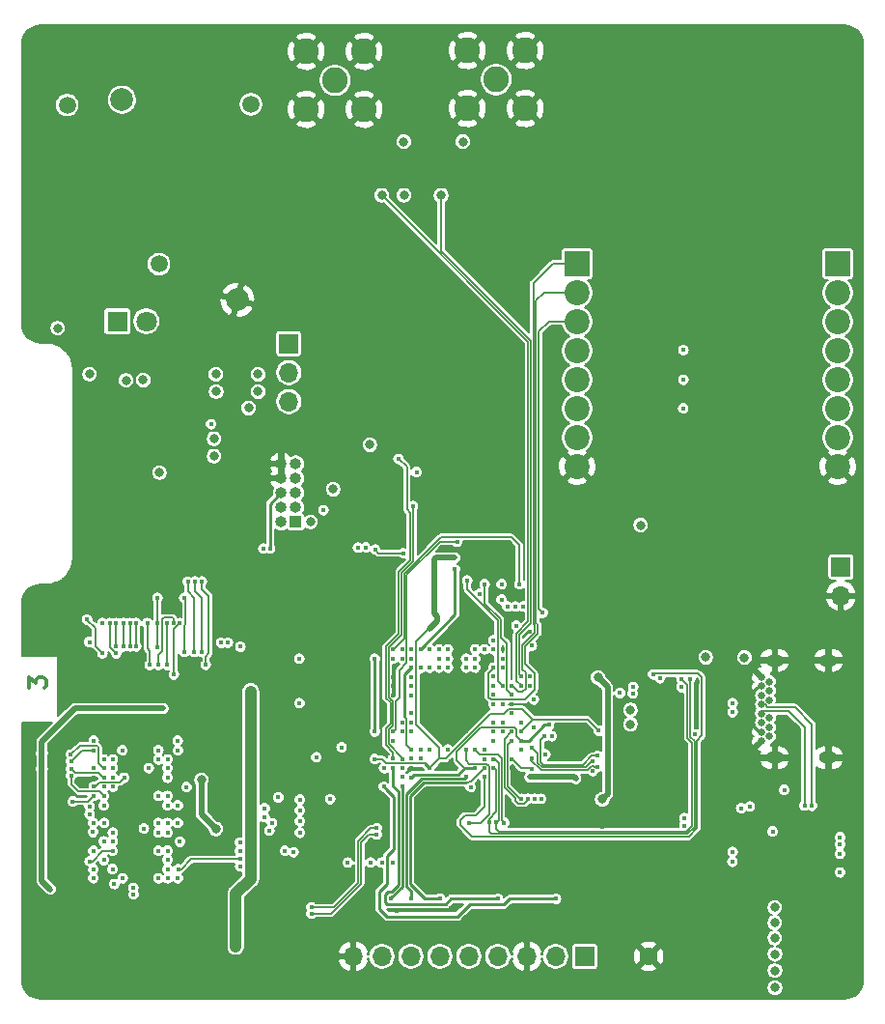
<source format=gbr>
G04 #@! TF.GenerationSoftware,KiCad,Pcbnew,(5.1.5-0-10_14)*
G04 #@! TF.CreationDate,2021-01-28T08:30:45+01:00*
G04 #@! TF.ProjectId,BEASTH7_01,42454153-5448-4375-9f30-312e6b696361,rev?*
G04 #@! TF.SameCoordinates,Original*
G04 #@! TF.FileFunction,Copper,L3,Inr*
G04 #@! TF.FilePolarity,Positive*
%FSLAX46Y46*%
G04 Gerber Fmt 4.6, Leading zero omitted, Abs format (unit mm)*
G04 Created by KiCad (PCBNEW (5.1.5-0-10_14)) date 2021-01-28 08:30:45*
%MOMM*%
%LPD*%
G04 APERTURE LIST*
%ADD10C,0.300000*%
%ADD11R,2.200000X2.200000*%
%ADD12C,2.200000*%
%ADD13C,0.650000*%
%ADD14O,1.600000X1.000000*%
%ADD15C,2.250000*%
%ADD16C,2.000000*%
%ADD17C,1.500000*%
%ADD18R,1.700000X1.700000*%
%ADD19O,1.700000X1.700000*%
%ADD20C,1.600000*%
%ADD21R,1.000000X1.000000*%
%ADD22O,1.000000X1.000000*%
%ADD23R,1.800000X1.800000*%
%ADD24C,1.800000*%
%ADD25C,0.450000*%
%ADD26C,0.800000*%
%ADD27C,0.600000*%
%ADD28C,0.130000*%
%ADD29C,0.500000*%
%ADD30C,0.250000*%
%ADD31C,0.150000*%
%ADD32C,1.000000*%
G04 APERTURE END LIST*
D10*
X87478571Y-128905000D02*
X87478571Y-127976428D01*
X88050000Y-128476428D01*
X88050000Y-128262142D01*
X88121428Y-128119285D01*
X88192857Y-128047857D01*
X88335714Y-127976428D01*
X88692857Y-127976428D01*
X88835714Y-128047857D01*
X88907142Y-128119285D01*
X88978571Y-128262142D01*
X88978571Y-128690714D01*
X88907142Y-128833571D01*
X88835714Y-128905000D01*
D11*
X158430000Y-91719400D03*
D12*
X158430000Y-94259400D03*
X158430000Y-96799400D03*
X158430000Y-99339400D03*
X158430000Y-101879400D03*
X158430000Y-104419400D03*
X158430000Y-106959400D03*
X158430000Y-109499400D03*
X135570000Y-109499400D03*
X135570000Y-106959400D03*
X135570000Y-104419400D03*
X135570000Y-101879400D03*
X135570000Y-99339400D03*
X135570000Y-96799400D03*
X135570000Y-94259400D03*
D11*
X135570000Y-91719400D03*
D13*
X151731400Y-132759200D03*
X151731400Y-133559200D03*
X152431400Y-133159200D03*
X152431400Y-132359200D03*
X151731400Y-131959200D03*
X152431400Y-131559200D03*
X151731400Y-131159200D03*
X151731400Y-130359200D03*
X152431400Y-129959200D03*
X151731400Y-129559200D03*
X152431400Y-129159200D03*
X151731400Y-128759200D03*
X152431400Y-128359200D03*
X151731400Y-127959200D03*
D14*
X152881400Y-126489200D03*
X152881400Y-135029200D03*
X157611400Y-135029200D03*
X157611400Y-126489200D03*
D15*
X111785400Y-78206600D03*
X111785400Y-73126600D03*
X116865400Y-73126600D03*
X116865400Y-78206600D03*
X114325400Y-75666600D03*
X125920000Y-78130400D03*
X125920000Y-73050400D03*
X131000000Y-73050400D03*
X131000000Y-78130400D03*
X128460000Y-75590400D03*
D16*
X95628200Y-77353848D03*
X105753200Y-94890862D03*
D17*
X106942044Y-77750000D03*
X90817688Y-77821797D03*
X98867688Y-91764806D03*
D18*
X136215120Y-152435560D03*
D19*
X133675120Y-152435560D03*
X131135120Y-152435560D03*
X128595120Y-152435560D03*
X126055120Y-152435560D03*
X123515120Y-152435560D03*
X120975120Y-152435560D03*
X118435120Y-152435560D03*
X115895120Y-152435560D03*
D20*
X141833600Y-152425400D03*
D18*
X158699200Y-118287800D03*
D19*
X158699200Y-120827800D03*
D21*
X110871000Y-114350800D03*
D22*
X109601000Y-114350800D03*
X110871000Y-113080800D03*
X109601000Y-113080800D03*
X110871000Y-111810800D03*
X109601000Y-111810800D03*
X110871000Y-110540800D03*
X109601000Y-110540800D03*
X110871000Y-109270800D03*
X109601000Y-109270800D03*
D23*
X95224600Y-96774000D03*
D24*
X97764600Y-96774000D03*
D18*
X110261400Y-98729800D03*
D19*
X110261400Y-101269800D03*
X110261400Y-103809800D03*
D25*
X107721400Y-123266200D03*
X105117900Y-123266200D03*
X125806200Y-125526800D03*
X129006600Y-125526800D03*
X129819400Y-130352800D03*
X125780800Y-131902200D03*
X125780800Y-131140200D03*
X124993400Y-131902200D03*
X123418600Y-135940800D03*
X123418600Y-131902200D03*
X119405400Y-129540000D03*
X119405400Y-128727200D03*
X119405400Y-127939800D03*
X123418600Y-130352800D03*
X123418600Y-129540000D03*
X125806200Y-129540000D03*
X124206000Y-131140200D03*
X124231400Y-129540000D03*
X123418600Y-131140200D03*
X124206000Y-131902200D03*
X125780800Y-132740400D03*
X125806200Y-130352800D03*
X124104400Y-128346200D03*
X124993400Y-129514600D03*
X123418600Y-132791200D03*
X127406400Y-127127000D03*
X117754400Y-123875800D03*
X115697000Y-125806200D03*
X118618000Y-130352800D03*
X118618000Y-131953000D03*
X117017800Y-131699000D03*
X113334800Y-133045200D03*
X117805200Y-137566400D03*
X131394200Y-137515600D03*
X129819400Y-135940800D03*
X94030800Y-134366000D03*
X93141800Y-136779000D03*
X94030800Y-144780000D03*
X97967800Y-134366000D03*
X100533200Y-135940800D03*
X98806000Y-136779000D03*
X100533200Y-141579600D03*
X100533200Y-143179800D03*
X97866200Y-144780000D03*
X103098600Y-144576800D03*
X104521000Y-144576800D03*
X132715000Y-130835400D03*
X128828800Y-114198400D03*
X124206000Y-108915200D03*
X146100800Y-128422400D03*
X151434800Y-136118600D03*
X159867600Y-123393200D03*
X149936200Y-120853200D03*
X148564600Y-122580400D03*
X137845800Y-119888000D03*
X136550400Y-121234200D03*
X145465800Y-126746000D03*
X131394200Y-123952000D03*
X136194800Y-138582400D03*
X136398000Y-140309600D03*
X126111000Y-144195800D03*
X134264400Y-124129800D03*
X138963400Y-125704600D03*
D26*
X159258000Y-154051000D03*
X159715200Y-147218400D03*
X158140400Y-147193000D03*
X145110200Y-153974800D03*
X146634200Y-154000200D03*
D25*
X96037400Y-151892000D03*
X139014200Y-130606800D03*
X122224800Y-148412200D03*
X119684800Y-148463000D03*
X124790200Y-148412200D03*
X129844800Y-148412200D03*
X134924800Y-148412200D03*
X135331200Y-124129800D03*
D26*
X94488000Y-116789200D03*
X102514400Y-113055400D03*
X102539800Y-105562400D03*
X87884000Y-97409000D03*
X106553000Y-110490000D03*
X123621800Y-81026000D03*
X118440200Y-81026000D03*
D25*
X114147600Y-127762000D03*
X111353600Y-125577600D03*
X98247200Y-128244600D03*
X93573600Y-128244600D03*
X106603800Y-153695400D03*
X98653600Y-153695400D03*
X87807800Y-132969000D03*
X87807800Y-137769600D03*
X87782400Y-140131800D03*
X145669000Y-120624600D03*
X137795000Y-141084300D03*
X134683500Y-134962900D03*
X132689600Y-126695200D03*
X93116400Y-142392400D03*
X103860600Y-133667500D03*
X157175200Y-139268200D03*
X131597400Y-126733300D03*
X121031000Y-135966200D03*
D26*
X89662000Y-73660000D03*
X96774000Y-73660000D03*
X103378000Y-73660000D03*
X96774000Y-81026000D03*
X89662000Y-81026000D03*
X96774000Y-86868000D03*
X89662000Y-86868000D03*
X103378000Y-86868000D03*
X109982000Y-81026000D03*
X117348000Y-93218000D03*
X123698000Y-93218000D03*
X117348000Y-99060000D03*
X123698000Y-99060000D03*
X129286000Y-104140000D03*
X129286000Y-93218000D03*
X129286000Y-99060000D03*
X129286000Y-86868000D03*
X135128000Y-81026000D03*
X141224000Y-81026000D03*
X147066000Y-81026000D03*
X141224000Y-86868000D03*
X153670000Y-81026000D03*
X159512000Y-81026000D03*
X153670000Y-86868000D03*
X135128000Y-73660000D03*
X141224000Y-73660000D03*
X147066000Y-73660000D03*
X153670000Y-73660000D03*
X159512000Y-73660000D03*
X141224000Y-93218000D03*
X147066000Y-93218000D03*
X147066000Y-99060000D03*
X153670000Y-99060000D03*
X147066000Y-113538000D03*
X153670000Y-113538000D03*
X88646000Y-121158000D03*
X88646000Y-124460000D03*
X88646000Y-150114000D03*
X88646000Y-152400000D03*
X88646000Y-154940000D03*
X91440000Y-154940000D03*
X94234000Y-154940000D03*
X97028000Y-154940000D03*
X91440000Y-152400000D03*
X157480000Y-129794000D03*
X157480000Y-132080000D03*
X154178000Y-129032000D03*
D25*
X99910900Y-121005600D03*
X97040700Y-119672100D03*
X100304600Y-119672100D03*
X98679000Y-119672100D03*
X96189800Y-120916700D03*
X97586800Y-120916700D03*
X114096800Y-120484900D03*
X115112800Y-121450100D03*
X87782400Y-146596100D03*
X129819400Y-135153400D03*
X131597400Y-136042400D03*
D26*
X146837400Y-126212600D03*
X150241000Y-126238000D03*
D25*
X132384800Y-138633200D03*
X131757483Y-129933800D03*
X93141800Y-135940800D03*
D27*
X88595200Y-136017000D03*
X88595200Y-134620000D03*
D25*
X94818200Y-136779000D03*
X93116400Y-143179800D03*
X94792800Y-144780000D03*
X95656400Y-134366000D03*
X95681800Y-145592800D03*
X99618800Y-144780000D03*
X99237800Y-130708400D03*
X98831400Y-134366000D03*
X100711000Y-142392400D03*
X94957900Y-146088100D03*
X93091000Y-141541500D03*
X95313500Y-130708400D03*
D26*
X102603300Y-136969500D03*
X103873300Y-141262100D03*
D25*
X89357300Y-146558100D03*
X149936200Y-139446000D03*
X153720800Y-137845800D03*
X128219200Y-127914400D03*
X128219200Y-128727200D03*
X128219200Y-129514600D03*
X128219200Y-131953000D03*
X128219200Y-132740400D03*
X128219200Y-133527800D03*
X127406400Y-134315200D03*
X122605800Y-134315200D03*
X121005600Y-132740400D03*
X121005600Y-131927600D03*
X124231400Y-134315200D03*
X121005600Y-131140200D03*
X121005600Y-129540000D03*
X121005600Y-128727200D03*
X121005600Y-127939800D03*
X121818400Y-127152400D03*
X122605800Y-127127000D03*
X123418600Y-127127000D03*
X126619000Y-127127000D03*
X125806200Y-127127000D03*
X117805200Y-126339600D03*
X117805200Y-132740400D03*
X131394200Y-136728200D03*
X135432800Y-136855200D03*
D26*
X137388600Y-127990600D03*
X137756900Y-138658600D03*
D25*
X124841000Y-118516400D03*
X118618000Y-135940800D03*
X112674400Y-134975600D03*
X133083300Y-132156200D03*
X130619500Y-133527800D03*
X121818400Y-125526800D03*
X121005600Y-127139700D03*
X126606300Y-135953500D03*
X121018300Y-134315200D03*
X121018300Y-136740900D03*
X131419600Y-128727200D03*
X122605800Y-123748800D03*
X124841000Y-117500400D03*
X117805200Y-135128000D03*
X114884200Y-134112000D03*
X126212600Y-137591800D03*
X122605800Y-135940800D03*
X130632200Y-132740400D03*
X137439400Y-132651500D03*
X131419600Y-127914400D03*
X121462800Y-109982000D03*
D26*
X152900000Y-148132800D03*
X152900000Y-149479000D03*
X152900000Y-150825200D03*
X152908000Y-152247600D03*
X152908000Y-153695400D03*
D25*
X139319000Y-129362200D03*
D26*
X114147600Y-111480600D03*
X105613200Y-151561800D03*
X141122400Y-114642900D03*
X106921300Y-130708400D03*
X106921300Y-129235200D03*
X140220700Y-130848100D03*
X140220700Y-132105400D03*
X152908000Y-155168600D03*
D25*
X145897600Y-132994400D03*
X128193800Y-124739400D03*
X126974600Y-120650000D03*
D26*
X106730800Y-104368600D03*
D25*
X108623100Y-116700300D03*
D26*
X92786200Y-101396800D03*
D25*
X149199600Y-131038600D03*
X156159200Y-139242800D03*
X149199600Y-130251200D03*
X155498800Y-139217400D03*
D26*
X120370600Y-85725000D03*
D25*
X144957800Y-140309600D03*
X108026200Y-116700300D03*
X144957800Y-140970000D03*
D26*
X112166400Y-114350800D03*
X107569000Y-102946200D03*
X117373400Y-107594400D03*
D25*
X113296700Y-113334800D03*
D26*
X103708200Y-107061000D03*
X103708200Y-108585000D03*
D25*
X127406400Y-136728200D03*
X142214600Y-127723900D03*
X142811500Y-128054100D03*
X130225800Y-123444000D03*
X140487400Y-128828800D03*
X140436600Y-129400300D03*
X131597400Y-125209300D03*
X144703800Y-128841500D03*
X120218200Y-136728200D03*
X133705600Y-147396200D03*
X118592600Y-137566400D03*
X128595120Y-147391120D03*
X119418100Y-135953500D03*
X127406400Y-135940800D03*
X123520200Y-147370800D03*
X120954800Y-147370800D03*
X125806200Y-136728200D03*
X120218200Y-137566400D03*
X119227600Y-147370800D03*
X127406400Y-125526800D03*
X121005600Y-135102600D03*
X93141800Y-133527800D03*
X94030800Y-135178800D03*
X104317800Y-124942600D03*
X121818400Y-134315200D03*
X100507800Y-133527800D03*
X99593400Y-123215400D03*
X99542600Y-126898400D03*
X98831400Y-135178800D03*
X100711000Y-123215400D03*
X100177600Y-127736600D03*
X100152200Y-123215400D03*
X98806000Y-126898400D03*
X119405400Y-126339600D03*
X94818200Y-135178800D03*
X93141800Y-134366000D03*
X91160600Y-135356600D03*
X94030800Y-135940800D03*
X91147900Y-134759700D03*
X94818200Y-135940800D03*
X95123000Y-123215400D03*
X95123000Y-125272800D03*
X124231400Y-126339600D03*
X124231400Y-127127000D03*
X94030800Y-136779000D03*
X91160600Y-135991600D03*
X99618800Y-136779000D03*
X96875600Y-125272800D03*
X96875600Y-123215400D03*
X123418600Y-126339600D03*
X123418600Y-125526800D03*
X97967800Y-135940800D03*
X96316800Y-125272800D03*
X96316800Y-123215400D03*
X98717100Y-123215400D03*
X99618800Y-135940800D03*
X98729800Y-125374400D03*
X116992400Y-116586000D03*
X98729800Y-121005600D03*
X100533200Y-134366000D03*
X101092000Y-125755400D03*
X116332000Y-116611400D03*
X101092000Y-121005600D03*
X97840800Y-123215400D03*
X99618800Y-135178800D03*
X98069400Y-126898400D03*
X122605800Y-125526800D03*
X129006600Y-132740400D03*
X94056200Y-140741400D03*
X93116400Y-140766800D03*
X129819400Y-132740400D03*
X131216400Y-138633200D03*
X131800600Y-138633200D03*
X131749800Y-132334000D03*
X94818200Y-141579600D03*
X98831400Y-141579600D03*
X108559600Y-141427200D03*
X117424200Y-144208500D03*
X129006600Y-131953000D03*
X128219200Y-130352800D03*
X100533200Y-140741400D03*
X108788200Y-140766800D03*
X115443000Y-144221200D03*
X99618800Y-140741400D03*
X108127800Y-140233400D03*
X118414800Y-144208500D03*
X129006600Y-130352800D03*
X93116400Y-138379200D03*
X91313000Y-138861800D03*
X126619000Y-125526800D03*
X102641400Y-119583200D03*
X102971600Y-126873000D03*
X100533200Y-139192000D03*
X102031800Y-119583200D03*
X102616000Y-125755400D03*
X126619000Y-126339600D03*
X125806200Y-126339600D03*
X99618800Y-139192000D03*
X101396800Y-119608600D03*
X101955600Y-125755400D03*
X98831400Y-138379200D03*
X94538800Y-123215400D03*
X95123000Y-125882400D03*
X124231400Y-125526800D03*
X121818400Y-135102600D03*
X112242600Y-148132800D03*
X117983000Y-141198600D03*
X117983000Y-141757400D03*
X112242600Y-148691600D03*
X111201200Y-130251200D03*
X94818200Y-137566400D03*
X94030800Y-137566400D03*
X93903800Y-125882400D03*
X92557600Y-122910600D03*
X120218200Y-131927600D03*
X120218200Y-132740400D03*
X94030800Y-138379200D03*
X91160600Y-136626600D03*
X94030800Y-142341600D03*
X92798900Y-139992100D03*
X119405400Y-133527800D03*
X127406400Y-135153400D03*
X94792800Y-143179800D03*
X92798900Y-144106900D03*
X94818200Y-142341600D03*
X129006600Y-126339600D03*
X93116400Y-144780000D03*
X111175800Y-126339600D03*
X96621600Y-146431000D03*
X94030800Y-143992600D03*
X121005600Y-125526800D03*
X93116400Y-145592800D03*
X96634300Y-146989800D03*
X121005600Y-126339600D03*
X120218200Y-126339600D03*
X120218200Y-125526800D03*
X158623000Y-142646400D03*
X149199600Y-143281400D03*
X158623000Y-141986000D03*
X149174200Y-144145000D03*
X120294400Y-117094000D03*
X117830600Y-116789200D03*
X93903800Y-123215400D03*
X92760800Y-124879100D03*
X92786200Y-139319000D03*
X106019600Y-125298200D03*
X94030800Y-139192000D03*
X104927400Y-124942600D03*
X125806200Y-134315200D03*
X126111000Y-140716000D03*
X126619000Y-134315200D03*
X129159000Y-140716000D03*
X99618800Y-145592800D03*
X111226600Y-139649200D03*
X111226600Y-141605000D03*
X98831400Y-145592800D03*
X111226600Y-140614400D03*
X100533200Y-145592800D03*
X99618800Y-143992600D03*
X111226600Y-138684000D03*
X120218200Y-135940800D03*
X113893600Y-138658600D03*
X100558600Y-144780000D03*
X105994200Y-143916400D03*
X99618800Y-143179800D03*
X105968800Y-143179800D03*
X130632200Y-134315200D03*
X98831400Y-143179800D03*
X105994200Y-144551400D03*
X105968800Y-142468600D03*
X119405400Y-144208500D03*
X99618800Y-141579600D03*
X129819400Y-133527800D03*
X130632200Y-138633200D03*
X137363200Y-134861300D03*
X132676900Y-133121400D03*
X136944100Y-135343900D03*
X130632200Y-131953000D03*
X131572000Y-134162800D03*
X137350500Y-135801100D03*
X129819400Y-131140200D03*
X131546600Y-135077200D03*
X136944100Y-136182100D03*
X132765800Y-134734300D03*
X119405400Y-132740400D03*
X125018800Y-116103400D03*
X119405400Y-125526800D03*
X130479800Y-119811800D03*
X129006600Y-128727200D03*
X125907800Y-119494300D03*
X129819400Y-129514600D03*
X127431800Y-119811800D03*
X128930400Y-119811800D03*
X128930400Y-121158000D03*
X152704800Y-141478000D03*
X150698200Y-139293600D03*
D26*
X89992200Y-97383600D03*
X98907600Y-110032800D03*
D25*
X158623000Y-145084800D03*
X103441500Y-105803700D03*
D26*
X95986600Y-101955600D03*
X103886000Y-102920800D03*
D25*
X158623000Y-143459200D03*
D26*
X107569000Y-101422200D03*
X97485200Y-101930200D03*
X103860600Y-101422200D03*
D25*
X108153200Y-139446000D03*
X98831400Y-140741400D03*
X109931200Y-143179800D03*
X97548700Y-141224000D03*
X109347000Y-138506200D03*
X101295200Y-137591800D03*
X93141800Y-137566400D03*
X110667800Y-143306800D03*
X95808800Y-136779000D03*
X128219200Y-135940800D03*
X127838200Y-140703300D03*
X145465800Y-128117600D03*
X128219200Y-135153400D03*
X128485900Y-140703300D03*
X144716500Y-128117600D03*
X130632200Y-128727200D03*
D26*
X118414800Y-85725000D03*
X120345200Y-81026000D03*
D25*
X130632200Y-127914400D03*
D26*
X125526800Y-81026000D03*
X123621800Y-85725000D03*
D25*
X129819400Y-128727200D03*
X129006600Y-127127000D03*
X128219200Y-127127000D03*
X130810000Y-121767600D03*
X144881600Y-101904800D03*
X128219200Y-125526800D03*
X144868900Y-104406700D03*
X130124200Y-121767600D03*
X144881600Y-99301300D03*
X129438400Y-121767600D03*
X132537200Y-122326400D03*
X99618800Y-138379200D03*
X95732600Y-125272800D03*
X95732600Y-123215400D03*
X120218200Y-135128000D03*
X121158000Y-112979200D03*
X119875300Y-108839000D03*
X119405400Y-135115300D03*
X133324600Y-133146800D03*
D28*
X130632200Y-135940800D02*
X129844800Y-135153400D01*
X129844800Y-135153400D02*
X129819400Y-135153400D01*
X131495800Y-135940800D02*
X130632200Y-135940800D01*
X131597400Y-136042400D02*
X131495800Y-135940800D01*
D29*
X99237800Y-130708400D02*
X95313500Y-130708400D01*
X95313500Y-130708400D02*
X91490800Y-130708400D01*
X88595200Y-133604000D02*
X88595200Y-134620000D01*
X91490800Y-130708400D02*
X88595200Y-133604000D01*
X88595200Y-134620000D02*
X88595200Y-136017000D01*
X102603300Y-139992100D02*
X103873300Y-141262100D01*
X102603300Y-136969500D02*
X102603300Y-139992100D01*
X88595200Y-145796000D02*
X89357300Y-146558100D01*
X88595200Y-136017000D02*
X88595200Y-145796000D01*
X135305800Y-136728200D02*
X135432800Y-136855200D01*
X131394200Y-136728200D02*
X135305800Y-136728200D01*
X137388600Y-128003300D02*
X137388600Y-127990600D01*
X138226800Y-138188700D02*
X138226800Y-128841500D01*
X138226800Y-128841500D02*
X137388600Y-128003300D01*
X137756900Y-138658600D02*
X138226800Y-138188700D01*
D30*
X117805200Y-132740400D02*
X117805200Y-126339600D01*
X124841000Y-122504200D02*
X121818400Y-125526800D01*
X124841000Y-118516400D02*
X124841000Y-122504200D01*
X121005600Y-127139700D02*
X120992900Y-127139700D01*
X120992900Y-127139700D02*
X120421400Y-127711200D01*
X120421400Y-127711200D02*
X120421400Y-131368800D01*
X130619500Y-133527800D02*
X131343400Y-133527800D01*
X132715000Y-132156200D02*
X133083300Y-132156200D01*
X131343400Y-133527800D02*
X132715000Y-132156200D01*
D28*
X120421400Y-131368800D02*
X120421400Y-131432300D01*
X120421400Y-131432300D02*
X120611900Y-131622800D01*
X120611900Y-133908800D02*
X121018300Y-134315200D01*
X120611900Y-131622800D02*
X120611900Y-133908800D01*
D30*
X125120400Y-136505190D02*
X121254010Y-136505190D01*
X125672090Y-135953500D02*
X125120400Y-136505190D01*
X121254010Y-136505190D02*
X121018300Y-136740900D01*
X126606300Y-135953500D02*
X125672090Y-135953500D01*
D28*
X125006100Y-135287510D02*
X125672090Y-135953500D01*
X125006100Y-134454900D02*
X125006100Y-135287510D01*
X127117999Y-132343001D02*
X125006100Y-134454900D01*
X130035300Y-132343001D02*
X127117999Y-132343001D01*
X130225800Y-132533501D02*
X130035300Y-132343001D01*
X130225800Y-133146800D02*
X130225800Y-132533501D01*
X130606800Y-133527800D02*
X130225800Y-133146800D01*
X130619500Y-133527800D02*
X130606800Y-133527800D01*
D29*
X124841000Y-117500400D02*
X123164600Y-117500400D01*
X123164600Y-117500400D02*
X122986800Y-117678200D01*
X122986800Y-117678200D02*
X122986800Y-122377200D01*
X122986800Y-122377200D02*
X123266200Y-122656600D01*
X123266200Y-123088400D02*
X122605800Y-123748800D01*
X123266200Y-122656600D02*
X123266200Y-123088400D01*
D30*
X122208401Y-135543401D02*
X122605800Y-135940800D01*
D28*
X122605800Y-135940800D02*
X122631200Y-135940800D01*
X122631200Y-135940800D02*
X123469400Y-135102600D01*
X122605800Y-123748800D02*
X122529600Y-123748800D01*
X122529600Y-123748800D02*
X121428399Y-124850001D01*
X121428399Y-124850001D02*
X121428399Y-132096399D01*
X123469400Y-134137400D02*
X123469400Y-135102600D01*
X121428399Y-132096399D02*
X123469400Y-134137400D01*
X130632200Y-132740400D02*
X130632200Y-132715000D01*
X130632200Y-132715000D02*
X131686300Y-131660900D01*
X136448800Y-131660900D02*
X137439400Y-132651500D01*
X131686300Y-131660900D02*
X136448800Y-131660900D01*
X130632200Y-132740400D02*
X130626898Y-132740400D01*
X130768201Y-130742801D02*
X131686300Y-131660900D01*
X129505599Y-130742801D02*
X130768201Y-130742801D01*
X124015500Y-135102600D02*
X127965200Y-131152900D01*
X127965200Y-131152900D02*
X129095500Y-131152900D01*
X129095500Y-131152900D02*
X129505599Y-130742801D01*
X123469400Y-135102600D02*
X124015500Y-135102600D01*
D31*
X118821200Y-135534400D02*
X122199400Y-135534400D01*
X122199400Y-135534400D02*
X122208401Y-135543401D01*
X118414800Y-135128000D02*
X118821200Y-135534400D01*
X117805200Y-135128000D02*
X118414800Y-135128000D01*
D32*
X105613200Y-151561800D02*
X105613200Y-146964400D01*
X105613200Y-146964400D02*
X106921300Y-145656300D01*
X106921300Y-145656300D02*
X106921300Y-130708400D01*
X106921300Y-130708400D02*
X106921300Y-129235200D01*
D30*
X108623100Y-112788700D02*
X109601000Y-111810800D01*
X108623100Y-116700300D02*
X108623100Y-112788700D01*
D28*
X156159200Y-132080000D02*
X156159200Y-139242800D01*
X154660600Y-130581400D02*
X156159200Y-132080000D01*
X152247600Y-130581400D02*
X154660600Y-130581400D01*
X152025400Y-130359200D02*
X152247600Y-130581400D01*
X151731400Y-130359200D02*
X152025400Y-130359200D01*
X151928200Y-130962400D02*
X151731400Y-131159200D01*
X154127200Y-130962400D02*
X151928200Y-130962400D01*
X155498800Y-132334000D02*
X154127200Y-130962400D01*
X155498800Y-139217400D02*
X155498800Y-132334000D01*
X127406400Y-139319000D02*
X127406400Y-136728200D01*
X126631700Y-140093700D02*
X127406400Y-139319000D01*
X125298200Y-140500100D02*
X125704600Y-140093700D01*
X126314200Y-141935200D02*
X125298200Y-140919200D01*
X145338800Y-141935200D02*
X126314200Y-141935200D01*
X146519900Y-128003300D02*
X146519900Y-133083300D01*
X146088100Y-141185900D02*
X145338800Y-141935200D01*
X142214600Y-127723900D02*
X142303500Y-127635000D01*
X146519900Y-133083300D02*
X146088100Y-133515100D01*
X125704600Y-140093700D02*
X126631700Y-140093700D01*
X146151600Y-127635000D02*
X146519900Y-128003300D01*
X125298200Y-140919200D02*
X125298200Y-140500100D01*
X146088100Y-133515100D02*
X146088100Y-141185900D01*
X142303500Y-127635000D02*
X146151600Y-127635000D01*
D30*
X118897400Y-137871200D02*
X118592600Y-137566400D01*
X119481600Y-138455400D02*
X118897400Y-137871200D01*
X118897400Y-143611600D02*
X119481600Y-143027400D01*
X118897400Y-146100800D02*
X118897400Y-143611600D01*
X119481600Y-143027400D02*
X119481600Y-138455400D01*
X118211600Y-146786600D02*
X118897400Y-146100800D01*
X118211600Y-148285200D02*
X118211600Y-146786600D01*
X118872000Y-148945600D02*
X118211600Y-148285200D01*
X129641600Y-147396200D02*
X129133600Y-147904200D01*
X133705600Y-147396200D02*
X129641600Y-147396200D01*
X129133600Y-147904200D02*
X126136400Y-147904200D01*
X126136400Y-147904200D02*
X125095000Y-148945600D01*
X125095000Y-148945600D02*
X118872000Y-148945600D01*
X124490480Y-147391120D02*
X128595120Y-147391120D01*
X124002800Y-147878800D02*
X124490480Y-147391120D01*
X118668800Y-147701000D02*
X118846600Y-147878800D01*
X118668800Y-147040600D02*
X118668800Y-147701000D01*
X118941694Y-146767706D02*
X118668800Y-147040600D01*
X118846600Y-147878800D02*
X124002800Y-147878800D01*
X119868190Y-146159022D02*
X119259506Y-146767706D01*
X119868190Y-137952990D02*
X119868190Y-146159022D01*
X119259506Y-146767706D02*
X118941694Y-146767706D01*
X119418100Y-135953500D02*
X119418100Y-137502900D01*
X119418100Y-137502900D02*
X119868190Y-137952990D01*
D28*
X126263400Y-137083800D02*
X127406400Y-135940800D01*
X126085600Y-137083800D02*
X126263400Y-137083800D01*
X125958600Y-137210800D02*
X126085600Y-137083800D01*
X125577600Y-137210800D02*
X125958600Y-137210800D01*
X125564900Y-137223500D02*
X125577600Y-137210800D01*
D30*
X122084788Y-137210800D02*
X125793500Y-137210800D01*
X120918220Y-138377368D02*
X122084788Y-137210800D01*
X121070620Y-146278600D02*
X120918220Y-146126200D01*
X121081800Y-146278600D02*
X121070620Y-146278600D01*
X120918220Y-146126200D02*
X120918220Y-138377368D01*
X122174000Y-147370800D02*
X121081800Y-146278600D01*
X123520200Y-147370800D02*
X122174000Y-147370800D01*
X125679200Y-136855200D02*
X125806200Y-136728200D01*
X120568210Y-138232390D02*
X121945400Y-136855200D01*
X121945400Y-136855200D02*
X125679200Y-136855200D01*
X120568210Y-146304002D02*
X120568210Y-138232390D01*
X120954800Y-146690592D02*
X120568210Y-146304002D01*
X120954800Y-147370800D02*
X120954800Y-146690592D01*
X119227600Y-147370800D02*
X119227600Y-147294600D01*
X120218200Y-146304000D02*
X120218200Y-137566400D01*
X119227600Y-147294600D02*
X120218200Y-146304000D01*
D28*
X99542600Y-123266200D02*
X99593400Y-123215400D01*
X99542600Y-126898400D02*
X99542600Y-123266200D01*
X100177600Y-123748800D02*
X100711000Y-123215400D01*
X100177600Y-127736600D02*
X100177600Y-123748800D01*
X98806000Y-126898400D02*
X98806000Y-126034800D01*
X98806000Y-126034800D02*
X99148900Y-125691900D01*
X99148900Y-125691900D02*
X99148900Y-122923300D01*
X99148900Y-122923300D02*
X99326700Y-122745500D01*
X99326700Y-122745500D02*
X100050600Y-122745500D01*
X100152200Y-122847100D02*
X100152200Y-123215400D01*
X100050600Y-122745500D02*
X100152200Y-122847100D01*
X92151200Y-134366000D02*
X93141800Y-134366000D01*
X91160600Y-135356600D02*
X92151200Y-134366000D01*
X94005400Y-135940800D02*
X94030800Y-135940800D01*
X93560900Y-135496300D02*
X94005400Y-135940800D01*
X93560900Y-134099300D02*
X93560900Y-135496300D01*
X93421200Y-133959600D02*
X93560900Y-134099300D01*
X91948000Y-133959600D02*
X93421200Y-133959600D01*
X91147900Y-134759700D02*
X91948000Y-133959600D01*
X95123000Y-125272800D02*
X95123000Y-123215400D01*
X94030800Y-136779000D02*
X94018100Y-136779000D01*
X94018100Y-136779000D02*
X93586300Y-136347200D01*
X91516200Y-136347200D02*
X91160600Y-135991600D01*
X93586300Y-136347200D02*
X91516200Y-136347200D01*
X96875600Y-125272800D02*
X96875600Y-123215400D01*
X96316800Y-125272800D02*
X96316800Y-123215400D01*
X98729800Y-125374400D02*
X98729800Y-121005600D01*
X101092000Y-125755400D02*
X101092000Y-123469400D01*
X101092000Y-123469400D02*
X101219000Y-123342400D01*
X101219000Y-121132600D02*
X101092000Y-121005600D01*
X101219000Y-123342400D02*
X101219000Y-121132600D01*
X98069400Y-126898400D02*
X98069400Y-125691900D01*
X97840800Y-125463300D02*
X97840800Y-123215400D01*
X98069400Y-125691900D02*
X97840800Y-125463300D01*
X129184400Y-133375400D02*
X129819400Y-132740400D01*
X130139359Y-138541841D02*
X129184400Y-137586882D01*
X130139359Y-138775359D02*
X130139359Y-138541841D01*
X130911600Y-139039600D02*
X130403600Y-139039600D01*
X130403600Y-139039600D02*
X130139359Y-138775359D01*
X131216400Y-138734800D02*
X130911600Y-139039600D01*
X129184400Y-137586882D02*
X129184400Y-133375400D01*
X131216400Y-138633200D02*
X131216400Y-138734800D01*
X91313000Y-138861800D02*
X92633800Y-138861800D01*
X92633800Y-138861800D02*
X93116400Y-138379200D01*
X102971600Y-126873000D02*
X102971600Y-126149100D01*
X102971600Y-126149100D02*
X103251000Y-125869700D01*
X103251000Y-125869700D02*
X103251000Y-120853200D01*
X102641400Y-120243600D02*
X102641400Y-119583200D01*
X103251000Y-120853200D02*
X102641400Y-120243600D01*
X102616000Y-125755400D02*
X102616000Y-121005600D01*
X102031800Y-120421400D02*
X102031800Y-119583200D01*
X102616000Y-121005600D02*
X102031800Y-120421400D01*
X101955600Y-125755400D02*
X101955600Y-120992900D01*
X101396800Y-120434100D02*
X101396800Y-119608600D01*
X101955600Y-120992900D02*
X101396800Y-120434100D01*
X95123000Y-125882400D02*
X95116002Y-125882400D01*
X94538800Y-125305198D02*
X94538800Y-123215400D01*
X95116002Y-125882400D02*
X94538800Y-125305198D01*
X116355990Y-142317610D02*
X117475000Y-141198600D01*
X116355990Y-145980128D02*
X116355990Y-142317610D01*
X117475000Y-141198600D02*
X117983000Y-141198600D01*
X114203318Y-148132800D02*
X116355990Y-145980128D01*
X112242600Y-148132800D02*
X114203318Y-148132800D01*
X112242600Y-148691600D02*
X113969800Y-148691600D01*
X113969800Y-148691600D02*
X116586000Y-146075400D01*
X116586000Y-146075400D02*
X116586000Y-142468600D01*
X117297200Y-141757400D02*
X117983000Y-141757400D01*
X116586000Y-142468600D02*
X117297200Y-141757400D01*
X93903800Y-125869700D02*
X93903800Y-125882400D01*
X92557600Y-122936000D02*
X93281500Y-123659900D01*
X92557600Y-122910600D02*
X92557600Y-122936000D01*
X93281500Y-125247400D02*
X93903800Y-125869700D01*
X93281500Y-123659900D02*
X93281500Y-125247400D01*
X94030800Y-138379200D02*
X94030800Y-138366500D01*
X94030800Y-138366500D02*
X93637100Y-137972800D01*
X93637100Y-137972800D02*
X91808300Y-137972800D01*
X91160600Y-137325100D02*
X91160600Y-136626600D01*
X91808300Y-137972800D02*
X91160600Y-137325100D01*
X92798900Y-144106900D02*
X93014800Y-144106900D01*
X93941900Y-143179800D02*
X94792800Y-143179800D01*
X93014800Y-144106900D02*
X93941900Y-143179800D01*
X120294400Y-117094000D02*
X118135400Y-117094000D01*
X118135400Y-117094000D02*
X117830600Y-116789200D01*
X125806200Y-135267700D02*
X125806200Y-134315200D01*
X126085600Y-135547100D02*
X125806200Y-135267700D01*
X127635000Y-135547100D02*
X126085600Y-135547100D01*
X127812800Y-135724900D02*
X127635000Y-135547100D01*
X127812800Y-140030200D02*
X127812800Y-135724900D01*
X127127000Y-140716000D02*
X127812800Y-140030200D01*
X126111000Y-140716000D02*
X127127000Y-140716000D01*
X128625600Y-134721600D02*
X127025400Y-134721600D01*
X127025400Y-134721600D02*
X126619000Y-134315200D01*
X128943100Y-135039100D02*
X128625600Y-134721600D01*
X128943100Y-140500100D02*
X128943100Y-135039100D01*
X129159000Y-140716000D02*
X128943100Y-140500100D01*
X100558600Y-144780000D02*
X100812600Y-144780000D01*
X101676200Y-143916400D02*
X105994200Y-143916400D01*
X100812600Y-144780000D02*
X101676200Y-143916400D01*
X129425700Y-137502900D02*
X129425700Y-133921500D01*
X129425700Y-133921500D02*
X129819400Y-133527800D01*
X130556000Y-138633200D02*
X129425700Y-137502900D01*
X130632200Y-138633200D02*
X130556000Y-138633200D01*
X137363200Y-134861300D02*
X136867900Y-134861300D01*
X136867900Y-134861300D02*
X136096020Y-135633180D01*
X136096020Y-135633180D02*
X134861300Y-135633180D01*
X134861300Y-135633180D02*
X132575344Y-135633180D01*
X132575344Y-135633180D02*
X132346700Y-135404536D01*
X132346700Y-135404536D02*
X132346700Y-134061200D01*
X132346700Y-134061200D02*
X132346700Y-133883400D01*
X132346700Y-133451600D02*
X132676900Y-133121400D01*
X132346700Y-133883400D02*
X132346700Y-133451600D01*
X136348610Y-135863190D02*
X136867900Y-135343900D01*
X132105400Y-135488518D02*
X132480072Y-135863190D01*
X132480072Y-135863190D02*
X136348610Y-135863190D01*
X131572000Y-134162800D02*
X132105400Y-134696200D01*
X136867900Y-135343900D02*
X136944100Y-135343900D01*
X132105400Y-134696200D02*
X132105400Y-135488518D01*
X137350500Y-135801100D02*
X137071100Y-135801100D01*
X137071100Y-135801100D02*
X137033000Y-135763000D01*
X137033000Y-135763000D02*
X136791700Y-135763000D01*
X136791700Y-135763000D02*
X136461500Y-136093200D01*
X136461500Y-136093200D02*
X132384800Y-136093200D01*
X132384800Y-136093200D02*
X131533900Y-135242300D01*
X131533900Y-135089900D02*
X131546600Y-135077200D01*
X131533900Y-135242300D02*
X131533900Y-135089900D01*
X123494800Y-116103400D02*
X125018800Y-116103400D01*
X120608201Y-118989999D02*
X123494800Y-116103400D01*
X119938800Y-127381000D02*
X120608201Y-126711599D01*
X119938800Y-129768600D02*
X119938800Y-127381000D01*
X120608201Y-126711599D02*
X120608201Y-118989999D01*
X119646700Y-130060700D02*
X119938800Y-129768600D01*
X119646700Y-132499100D02*
X119646700Y-130060700D01*
X119405400Y-132740400D02*
X119646700Y-132499100D01*
X119405400Y-125526800D02*
X119463791Y-125526800D01*
X119463791Y-125526800D02*
X120378191Y-124612400D01*
X120378191Y-124612400D02*
X120378191Y-118894727D01*
X120378191Y-118894727D02*
X123601318Y-115671600D01*
X123601318Y-115671600D02*
X129768600Y-115671600D01*
X129768600Y-115671600D02*
X130479800Y-116382800D01*
X130479800Y-116382800D02*
X130479800Y-119811800D01*
X128616599Y-128337199D02*
X129006600Y-128727200D01*
X128616599Y-123003199D02*
X128616599Y-128337199D01*
X125907800Y-120294400D02*
X128616599Y-123003199D01*
X125907800Y-119494300D02*
X125907800Y-120294400D01*
X127431800Y-119811800D02*
X127431800Y-121493118D01*
X127431800Y-121493118D02*
X128854200Y-122915518D01*
X128854200Y-122915518D02*
X128854200Y-124485400D01*
X128854200Y-124485400D02*
X129413000Y-125044200D01*
X129413000Y-129108200D02*
X129819400Y-129514600D01*
X129413000Y-125044200D02*
X129413000Y-129108200D01*
X93141800Y-137566400D02*
X93268800Y-137566400D01*
X93268800Y-137566400D02*
X93662500Y-137172700D01*
X95415100Y-137172700D02*
X95808800Y-136779000D01*
X93662500Y-137172700D02*
X95415100Y-137172700D01*
X128219200Y-135940800D02*
X128330680Y-135940800D01*
X128330680Y-135940800D02*
X128483080Y-136093200D01*
X128483080Y-136093200D02*
X128483080Y-138938000D01*
X128483080Y-138938000D02*
X128483080Y-139766320D01*
X127838200Y-140411200D02*
X127838200Y-140703300D01*
X128483080Y-139766320D02*
X127838200Y-140411200D01*
X127838200Y-140703300D02*
X127838200Y-141514690D01*
X127838200Y-141514690D02*
X128028700Y-141705190D01*
X128028700Y-141705190D02*
X144653000Y-141705190D01*
X144653000Y-141705190D02*
X145243528Y-141705190D01*
X145243528Y-141705190D02*
X145858090Y-141090628D01*
X145858090Y-141090628D02*
X145858090Y-133589890D01*
X145858090Y-133589890D02*
X145478500Y-133210300D01*
X145478500Y-133210300D02*
X145478500Y-128600200D01*
X145478500Y-128130300D02*
X145465800Y-128117600D01*
X145478500Y-128600200D02*
X145478500Y-128130300D01*
X128219200Y-135153400D02*
X128344790Y-135153400D01*
X128344790Y-135153400D02*
X128713090Y-135521700D01*
X128713090Y-135521700D02*
X128713090Y-138963400D01*
X128713090Y-140476110D02*
X128485900Y-140703300D01*
X128713090Y-138963400D02*
X128713090Y-140476110D01*
X128485900Y-140703300D02*
X128485900Y-141297380D01*
X128485900Y-141297380D02*
X128663700Y-141475180D01*
X128663700Y-141475180D02*
X144386300Y-141475180D01*
X144386300Y-141475180D02*
X145148256Y-141475180D01*
X145148256Y-141475180D02*
X145628080Y-140995356D01*
X145628080Y-140995356D02*
X145628080Y-133685162D01*
X145628080Y-133685162D02*
X145248490Y-133305572D01*
X145248490Y-128649590D02*
X144716500Y-128117600D01*
X145248490Y-133305572D02*
X145248490Y-128649590D01*
X130632200Y-128727200D02*
X130632200Y-128676400D01*
X130632200Y-128676400D02*
X130225800Y-128270000D01*
X130225800Y-128270000D02*
X130225800Y-124129800D01*
X130225800Y-124129800D02*
X131267200Y-123088400D01*
X131267200Y-98577400D02*
X118414800Y-85725000D01*
X131267200Y-123088400D02*
X131267200Y-98577400D01*
X123621800Y-85725000D02*
X123621800Y-90601800D01*
X123621800Y-90601800D02*
X131497210Y-98477210D01*
X131497210Y-98477210D02*
X131497210Y-123183672D01*
X131497210Y-123183672D02*
X130455810Y-124225072D01*
X130455810Y-127738010D02*
X130632200Y-127914400D01*
X130455810Y-124225072D02*
X130455810Y-127738010D01*
X133426200Y-91719400D02*
X135570000Y-91719400D01*
X131727220Y-93418380D02*
X133426200Y-91719400D01*
X131727220Y-123294420D02*
X131727220Y-93418380D01*
X131826000Y-123393200D02*
X131727220Y-123294420D01*
X131826000Y-124079000D02*
X131826000Y-123393200D01*
X130733800Y-127254000D02*
X130733800Y-125171200D01*
X130733800Y-125171200D02*
X131826000Y-124079000D01*
X131029599Y-127549799D02*
X130733800Y-127254000D01*
X130352800Y-129235200D02*
X130771900Y-129235200D01*
X129819400Y-128727200D02*
X129844800Y-128727200D01*
X130771900Y-129235200D02*
X131029599Y-128977501D01*
X131029599Y-128977501D02*
X131029599Y-127549799D01*
X129844800Y-128727200D02*
X130352800Y-129235200D01*
X128219200Y-127127000D02*
X128219200Y-127152400D01*
X131957230Y-94966370D02*
X132664200Y-94259400D01*
X131957230Y-123190000D02*
X131957230Y-94966370D01*
X132105400Y-123338170D02*
X131957230Y-123190000D01*
X131013200Y-125234700D02*
X132105400Y-124142500D01*
X128219200Y-127127000D02*
X128219200Y-127177800D01*
X131826000Y-127635000D02*
X131013200Y-126822200D01*
X131013200Y-126822200D02*
X131013200Y-125234700D01*
X131826000Y-129108200D02*
X131826000Y-127635000D01*
X127990600Y-129946400D02*
X130987800Y-129946400D01*
X127762000Y-127635000D02*
X127762000Y-129717800D01*
X127762000Y-129717800D02*
X127990600Y-129946400D01*
X132105400Y-124142500D02*
X132105400Y-123338170D01*
X132664200Y-94259400D02*
X135570000Y-94259400D01*
X130987800Y-129946400D02*
X131826000Y-129108200D01*
X128219200Y-127177800D02*
X127762000Y-127635000D01*
X133076240Y-96799400D02*
X135570000Y-96799400D01*
X132187240Y-97688400D02*
X133076240Y-96799400D01*
X132187240Y-121976440D02*
X132187240Y-97688400D01*
X132537200Y-122326400D02*
X132187240Y-121976440D01*
X95732600Y-125272800D02*
X95732600Y-123215400D01*
X120148181Y-124225219D02*
X120148181Y-122180181D01*
X119011700Y-129705100D02*
X119011700Y-125361700D01*
X119405400Y-132181600D02*
X119405400Y-130098800D01*
X119405400Y-130098800D02*
X119011700Y-129705100D01*
X120218200Y-135128000D02*
X120218200Y-135039100D01*
X119011700Y-133832600D02*
X119011700Y-132575300D01*
X119011700Y-125361700D02*
X120148181Y-124225219D01*
X120218200Y-135039100D02*
X119011700Y-133832600D01*
X119011700Y-132575300D02*
X119405400Y-132181600D01*
X120148181Y-122180181D02*
X120148181Y-118799455D01*
X120148181Y-118799455D02*
X121158000Y-117789636D01*
X121158000Y-117789636D02*
X121158000Y-112979200D01*
X119926100Y-108839000D02*
X119875300Y-108839000D01*
X120624600Y-109537500D02*
X119926100Y-108839000D01*
X120624600Y-113258600D02*
X120624600Y-109537500D01*
X120916700Y-113550700D02*
X120624600Y-113258600D01*
X118781690Y-125266428D02*
X119918171Y-124129947D01*
X120916700Y-117705654D02*
X120916700Y-113550700D01*
X119405400Y-135115300D02*
X119405400Y-134551582D01*
X118781690Y-129805290D02*
X118781690Y-125266428D01*
X119175390Y-130198990D02*
X118781690Y-129805290D01*
X118770400Y-132473700D02*
X119175390Y-132068710D01*
X118770400Y-133916582D02*
X118770400Y-132473700D01*
X119405400Y-134551582D02*
X118770400Y-133916582D01*
X119175390Y-132068710D02*
X119175390Y-130198990D01*
X119918171Y-118704183D02*
X120916700Y-117705654D01*
X119918171Y-124129947D02*
X119918171Y-118704183D01*
D31*
G36*
X159320162Y-70883071D02*
G01*
X159628130Y-70976052D01*
X159912169Y-71127079D01*
X160161464Y-71330400D01*
X160366521Y-71578271D01*
X160519527Y-71861250D01*
X160614654Y-72168560D01*
X160650000Y-72504849D01*
X160650001Y-154482868D01*
X160616929Y-154820164D01*
X160523949Y-155128126D01*
X160372924Y-155412164D01*
X160169602Y-155661462D01*
X159921729Y-155866521D01*
X159638750Y-156019527D01*
X159331445Y-156114654D01*
X158995151Y-156150000D01*
X88517122Y-156150000D01*
X88179836Y-156116929D01*
X87871874Y-156023949D01*
X87587836Y-155872924D01*
X87338538Y-155669602D01*
X87133479Y-155421729D01*
X86980473Y-155138750D01*
X86967610Y-155097194D01*
X152183000Y-155097194D01*
X152183000Y-155240006D01*
X152210861Y-155380075D01*
X152265513Y-155512016D01*
X152344856Y-155630761D01*
X152445839Y-155731744D01*
X152564584Y-155811087D01*
X152696525Y-155865739D01*
X152836594Y-155893600D01*
X152979406Y-155893600D01*
X153119475Y-155865739D01*
X153251416Y-155811087D01*
X153370161Y-155731744D01*
X153471144Y-155630761D01*
X153550487Y-155512016D01*
X153605139Y-155380075D01*
X153633000Y-155240006D01*
X153633000Y-155097194D01*
X153605139Y-154957125D01*
X153550487Y-154825184D01*
X153471144Y-154706439D01*
X153370161Y-154605456D01*
X153251416Y-154526113D01*
X153119475Y-154471461D01*
X152979406Y-154443600D01*
X152836594Y-154443600D01*
X152696525Y-154471461D01*
X152564584Y-154526113D01*
X152445839Y-154605456D01*
X152344856Y-154706439D01*
X152265513Y-154825184D01*
X152210861Y-154957125D01*
X152183000Y-155097194D01*
X86967610Y-155097194D01*
X86885346Y-154831445D01*
X86850000Y-154495151D01*
X86850000Y-152834772D01*
X114518843Y-152834772D01*
X114623170Y-153095600D01*
X114776378Y-153331063D01*
X114972578Y-153532112D01*
X115204231Y-153691021D01*
X115462435Y-153801683D01*
X115495909Y-153811830D01*
X115716120Y-153710304D01*
X115716120Y-152614560D01*
X114619087Y-152614560D01*
X114518843Y-152834772D01*
X86850000Y-152834772D01*
X86850000Y-131925000D01*
X89461028Y-131925000D01*
X88208593Y-133177435D01*
X88186646Y-133195446D01*
X88148074Y-133242448D01*
X88114792Y-133283002D01*
X88069696Y-133367371D01*
X88061399Y-133382893D01*
X88028520Y-133491281D01*
X88020200Y-133575754D01*
X88017418Y-133604000D01*
X88020200Y-133632244D01*
X88020201Y-134374968D01*
X87994219Y-134437694D01*
X87970200Y-134558443D01*
X87970200Y-134681557D01*
X87994219Y-134802306D01*
X88020200Y-134865031D01*
X88020201Y-135771968D01*
X87994219Y-135834694D01*
X87970200Y-135955443D01*
X87970200Y-136078557D01*
X87994219Y-136199306D01*
X88020200Y-136262030D01*
X88020201Y-145767747D01*
X88017418Y-145796000D01*
X88028521Y-145908719D01*
X88061399Y-146017107D01*
X88114792Y-146116998D01*
X88143396Y-146151852D01*
X88186647Y-146204554D01*
X88208589Y-146222561D01*
X88970686Y-146984659D01*
X89036301Y-147038508D01*
X89136192Y-147091901D01*
X89244579Y-147124779D01*
X89357299Y-147135882D01*
X89470019Y-147124779D01*
X89578407Y-147091901D01*
X89678298Y-147038508D01*
X89765853Y-146966653D01*
X89837708Y-146879098D01*
X89891101Y-146779207D01*
X89923979Y-146670819D01*
X89935082Y-146558099D01*
X89923979Y-146445379D01*
X89891101Y-146336992D01*
X89837708Y-146237101D01*
X89783859Y-146171486D01*
X89170200Y-145557828D01*
X89170200Y-144052730D01*
X92248900Y-144052730D01*
X92248900Y-144161070D01*
X92270036Y-144267329D01*
X92311497Y-144367423D01*
X92371687Y-144457504D01*
X92448296Y-144534113D01*
X92538377Y-144594303D01*
X92589270Y-144615384D01*
X92587536Y-144619571D01*
X92566400Y-144725830D01*
X92566400Y-144834170D01*
X92587536Y-144940429D01*
X92628997Y-145040523D01*
X92689187Y-145130604D01*
X92744983Y-145186400D01*
X92689187Y-145242196D01*
X92628997Y-145332277D01*
X92587536Y-145432371D01*
X92566400Y-145538630D01*
X92566400Y-145646970D01*
X92587536Y-145753229D01*
X92628997Y-145853323D01*
X92689187Y-145943404D01*
X92765796Y-146020013D01*
X92855877Y-146080203D01*
X92955971Y-146121664D01*
X93062230Y-146142800D01*
X93170570Y-146142800D01*
X93276829Y-146121664D01*
X93376923Y-146080203D01*
X93446175Y-146033930D01*
X94407900Y-146033930D01*
X94407900Y-146142270D01*
X94429036Y-146248529D01*
X94470497Y-146348623D01*
X94530687Y-146438704D01*
X94607296Y-146515313D01*
X94697377Y-146575503D01*
X94797471Y-146616964D01*
X94903730Y-146638100D01*
X95012070Y-146638100D01*
X95118329Y-146616964D01*
X95218423Y-146575503D01*
X95308504Y-146515313D01*
X95385113Y-146438704D01*
X95426455Y-146376830D01*
X96071600Y-146376830D01*
X96071600Y-146485170D01*
X96092736Y-146591429D01*
X96134197Y-146691523D01*
X96153160Y-146719903D01*
X96146897Y-146729277D01*
X96105436Y-146829371D01*
X96084300Y-146935630D01*
X96084300Y-147043970D01*
X96105436Y-147150229D01*
X96146897Y-147250323D01*
X96207087Y-147340404D01*
X96283696Y-147417013D01*
X96373777Y-147477203D01*
X96473871Y-147518664D01*
X96580130Y-147539800D01*
X96688470Y-147539800D01*
X96794729Y-147518664D01*
X96894823Y-147477203D01*
X96984904Y-147417013D01*
X97061513Y-147340404D01*
X97121703Y-147250323D01*
X97163164Y-147150229D01*
X97184300Y-147043970D01*
X97184300Y-146935630D01*
X97163164Y-146829371D01*
X97121703Y-146729277D01*
X97102740Y-146700897D01*
X97109003Y-146691523D01*
X97150464Y-146591429D01*
X97171600Y-146485170D01*
X97171600Y-146376830D01*
X97150464Y-146270571D01*
X97109003Y-146170477D01*
X97048813Y-146080396D01*
X96972204Y-146003787D01*
X96882123Y-145943597D01*
X96782029Y-145902136D01*
X96675770Y-145881000D01*
X96567430Y-145881000D01*
X96461171Y-145902136D01*
X96361077Y-145943597D01*
X96270996Y-146003787D01*
X96194387Y-146080396D01*
X96134197Y-146170477D01*
X96092736Y-146270571D01*
X96071600Y-146376830D01*
X95426455Y-146376830D01*
X95445303Y-146348623D01*
X95486764Y-146248529D01*
X95507900Y-146142270D01*
X95507900Y-146116084D01*
X95521371Y-146121664D01*
X95627630Y-146142800D01*
X95735970Y-146142800D01*
X95842229Y-146121664D01*
X95942323Y-146080203D01*
X96032404Y-146020013D01*
X96109013Y-145943404D01*
X96169203Y-145853323D01*
X96210664Y-145753229D01*
X96231800Y-145646970D01*
X96231800Y-145538630D01*
X96210664Y-145432371D01*
X96169203Y-145332277D01*
X96109013Y-145242196D01*
X96032404Y-145165587D01*
X95942323Y-145105397D01*
X95842229Y-145063936D01*
X95735970Y-145042800D01*
X95627630Y-145042800D01*
X95521371Y-145063936D01*
X95421277Y-145105397D01*
X95331196Y-145165587D01*
X95254587Y-145242196D01*
X95194397Y-145332277D01*
X95152936Y-145432371D01*
X95131800Y-145538630D01*
X95131800Y-145564816D01*
X95118329Y-145559236D01*
X95012070Y-145538100D01*
X94903730Y-145538100D01*
X94797471Y-145559236D01*
X94697377Y-145600697D01*
X94607296Y-145660887D01*
X94530687Y-145737496D01*
X94470497Y-145827577D01*
X94429036Y-145927671D01*
X94407900Y-146033930D01*
X93446175Y-146033930D01*
X93467004Y-146020013D01*
X93543613Y-145943404D01*
X93603803Y-145853323D01*
X93645264Y-145753229D01*
X93666400Y-145646970D01*
X93666400Y-145538630D01*
X93645264Y-145432371D01*
X93603803Y-145332277D01*
X93543613Y-145242196D01*
X93487817Y-145186400D01*
X93543613Y-145130604D01*
X93603803Y-145040523D01*
X93645264Y-144940429D01*
X93666400Y-144834170D01*
X93666400Y-144725830D01*
X93645264Y-144619571D01*
X93603803Y-144519477D01*
X93543613Y-144429396D01*
X93467004Y-144352787D01*
X93379155Y-144294088D01*
X93507290Y-144165953D01*
X93543397Y-144253123D01*
X93603587Y-144343204D01*
X93680196Y-144419813D01*
X93770277Y-144480003D01*
X93870371Y-144521464D01*
X93976630Y-144542600D01*
X94084970Y-144542600D01*
X94191229Y-144521464D01*
X94291323Y-144480003D01*
X94364397Y-144431176D01*
X94305397Y-144519477D01*
X94263936Y-144619571D01*
X94242800Y-144725830D01*
X94242800Y-144834170D01*
X94263936Y-144940429D01*
X94305397Y-145040523D01*
X94365587Y-145130604D01*
X94442196Y-145207213D01*
X94532277Y-145267403D01*
X94632371Y-145308864D01*
X94738630Y-145330000D01*
X94846970Y-145330000D01*
X94953229Y-145308864D01*
X95053323Y-145267403D01*
X95143404Y-145207213D01*
X95220013Y-145130604D01*
X95280203Y-145040523D01*
X95321664Y-144940429D01*
X95342800Y-144834170D01*
X95342800Y-144725830D01*
X95321664Y-144619571D01*
X95280203Y-144519477D01*
X95220013Y-144429396D01*
X95143404Y-144352787D01*
X95053323Y-144292597D01*
X94953229Y-144251136D01*
X94846970Y-144230000D01*
X94738630Y-144230000D01*
X94632371Y-144251136D01*
X94532277Y-144292597D01*
X94459203Y-144341424D01*
X94518203Y-144253123D01*
X94559664Y-144153029D01*
X94580800Y-144046770D01*
X94580800Y-143938430D01*
X94559664Y-143832171D01*
X94518203Y-143732077D01*
X94458013Y-143641996D01*
X94385817Y-143569800D01*
X94404983Y-143569800D01*
X94442196Y-143607013D01*
X94532277Y-143667203D01*
X94632371Y-143708664D01*
X94738630Y-143729800D01*
X94846970Y-143729800D01*
X94953229Y-143708664D01*
X95053323Y-143667203D01*
X95143404Y-143607013D01*
X95220013Y-143530404D01*
X95280203Y-143440323D01*
X95321664Y-143340229D01*
X95342800Y-143233970D01*
X95342800Y-143125630D01*
X98281400Y-143125630D01*
X98281400Y-143233970D01*
X98302536Y-143340229D01*
X98343997Y-143440323D01*
X98404187Y-143530404D01*
X98480796Y-143607013D01*
X98570877Y-143667203D01*
X98670971Y-143708664D01*
X98777230Y-143729800D01*
X98885570Y-143729800D01*
X98991829Y-143708664D01*
X99091923Y-143667203D01*
X99182004Y-143607013D01*
X99225100Y-143563917D01*
X99247383Y-143586200D01*
X99191587Y-143641996D01*
X99131397Y-143732077D01*
X99089936Y-143832171D01*
X99068800Y-143938430D01*
X99068800Y-144046770D01*
X99089936Y-144153029D01*
X99131397Y-144253123D01*
X99191587Y-144343204D01*
X99234683Y-144386300D01*
X99191587Y-144429396D01*
X99131397Y-144519477D01*
X99089936Y-144619571D01*
X99068800Y-144725830D01*
X99068800Y-144834170D01*
X99089936Y-144940429D01*
X99131397Y-145040523D01*
X99191587Y-145130604D01*
X99247383Y-145186400D01*
X99225100Y-145208683D01*
X99182004Y-145165587D01*
X99091923Y-145105397D01*
X98991829Y-145063936D01*
X98885570Y-145042800D01*
X98777230Y-145042800D01*
X98670971Y-145063936D01*
X98570877Y-145105397D01*
X98480796Y-145165587D01*
X98404187Y-145242196D01*
X98343997Y-145332277D01*
X98302536Y-145432371D01*
X98281400Y-145538630D01*
X98281400Y-145646970D01*
X98302536Y-145753229D01*
X98343997Y-145853323D01*
X98404187Y-145943404D01*
X98480796Y-146020013D01*
X98570877Y-146080203D01*
X98670971Y-146121664D01*
X98777230Y-146142800D01*
X98885570Y-146142800D01*
X98991829Y-146121664D01*
X99091923Y-146080203D01*
X99182004Y-146020013D01*
X99225100Y-145976917D01*
X99268196Y-146020013D01*
X99358277Y-146080203D01*
X99458371Y-146121664D01*
X99564630Y-146142800D01*
X99672970Y-146142800D01*
X99779229Y-146121664D01*
X99879323Y-146080203D01*
X99969404Y-146020013D01*
X100046013Y-145943404D01*
X100076000Y-145898525D01*
X100105987Y-145943404D01*
X100182596Y-146020013D01*
X100272677Y-146080203D01*
X100372771Y-146121664D01*
X100479030Y-146142800D01*
X100587370Y-146142800D01*
X100693629Y-146121664D01*
X100793723Y-146080203D01*
X100883804Y-146020013D01*
X100960413Y-145943404D01*
X101020603Y-145853323D01*
X101062064Y-145753229D01*
X101083200Y-145646970D01*
X101083200Y-145538630D01*
X101062064Y-145432371D01*
X101020603Y-145332277D01*
X100960413Y-145242196D01*
X100917317Y-145199100D01*
X100985813Y-145130604D01*
X100986823Y-145129092D01*
X101030321Y-145105842D01*
X101089706Y-145057106D01*
X101101921Y-145042222D01*
X101837744Y-144306400D01*
X105500367Y-144306400D01*
X105465336Y-144390971D01*
X105444200Y-144497230D01*
X105444200Y-144605570D01*
X105465336Y-144711829D01*
X105506797Y-144811923D01*
X105566987Y-144902004D01*
X105643596Y-144978613D01*
X105733677Y-145038803D01*
X105833771Y-145080264D01*
X105940030Y-145101400D01*
X106048370Y-145101400D01*
X106096300Y-145091866D01*
X106096300Y-145314574D01*
X105058491Y-146352384D01*
X105027016Y-146378215D01*
X104923920Y-146503837D01*
X104871178Y-146602511D01*
X104847313Y-146647159D01*
X104800138Y-146802672D01*
X104784210Y-146964400D01*
X104788201Y-147004923D01*
X104788200Y-151602320D01*
X104800138Y-151723527D01*
X104847312Y-151879040D01*
X104923919Y-152022362D01*
X105027015Y-152147985D01*
X105152637Y-152251081D01*
X105295959Y-152327688D01*
X105451472Y-152374862D01*
X105613200Y-152390791D01*
X105774927Y-152374862D01*
X105930440Y-152327688D01*
X106073762Y-152251081D01*
X106199385Y-152147985D01*
X106291003Y-152036348D01*
X114518843Y-152036348D01*
X114619087Y-152256560D01*
X115716120Y-152256560D01*
X115716120Y-151160816D01*
X116074120Y-151160816D01*
X116074120Y-152256560D01*
X116094120Y-152256560D01*
X116094120Y-152614560D01*
X116074120Y-152614560D01*
X116074120Y-153710304D01*
X116294331Y-153811830D01*
X116327805Y-153801683D01*
X116586009Y-153691021D01*
X116817662Y-153532112D01*
X117013862Y-153331063D01*
X117167070Y-153095600D01*
X117271397Y-152834772D01*
X117171154Y-152614562D01*
X117272706Y-152614562D01*
X117305275Y-152778295D01*
X117393849Y-152992131D01*
X117522438Y-153184579D01*
X117686101Y-153348242D01*
X117878549Y-153476831D01*
X118092385Y-153565405D01*
X118319393Y-153610560D01*
X118550847Y-153610560D01*
X118777855Y-153565405D01*
X118991691Y-153476831D01*
X119184139Y-153348242D01*
X119347802Y-153184579D01*
X119476391Y-152992131D01*
X119564965Y-152778295D01*
X119610120Y-152551287D01*
X119610120Y-152319833D01*
X119800120Y-152319833D01*
X119800120Y-152551287D01*
X119845275Y-152778295D01*
X119933849Y-152992131D01*
X120062438Y-153184579D01*
X120226101Y-153348242D01*
X120418549Y-153476831D01*
X120632385Y-153565405D01*
X120859393Y-153610560D01*
X121090847Y-153610560D01*
X121317855Y-153565405D01*
X121531691Y-153476831D01*
X121724139Y-153348242D01*
X121887802Y-153184579D01*
X122016391Y-152992131D01*
X122104965Y-152778295D01*
X122150120Y-152551287D01*
X122150120Y-152319833D01*
X122340120Y-152319833D01*
X122340120Y-152551287D01*
X122385275Y-152778295D01*
X122473849Y-152992131D01*
X122602438Y-153184579D01*
X122766101Y-153348242D01*
X122958549Y-153476831D01*
X123172385Y-153565405D01*
X123399393Y-153610560D01*
X123630847Y-153610560D01*
X123857855Y-153565405D01*
X124071691Y-153476831D01*
X124264139Y-153348242D01*
X124427802Y-153184579D01*
X124556391Y-152992131D01*
X124644965Y-152778295D01*
X124690120Y-152551287D01*
X124690120Y-152319833D01*
X124880120Y-152319833D01*
X124880120Y-152551287D01*
X124925275Y-152778295D01*
X125013849Y-152992131D01*
X125142438Y-153184579D01*
X125306101Y-153348242D01*
X125498549Y-153476831D01*
X125712385Y-153565405D01*
X125939393Y-153610560D01*
X126170847Y-153610560D01*
X126397855Y-153565405D01*
X126611691Y-153476831D01*
X126804139Y-153348242D01*
X126967802Y-153184579D01*
X127096391Y-152992131D01*
X127184965Y-152778295D01*
X127230120Y-152551287D01*
X127230120Y-152319833D01*
X127420120Y-152319833D01*
X127420120Y-152551287D01*
X127465275Y-152778295D01*
X127553849Y-152992131D01*
X127682438Y-153184579D01*
X127846101Y-153348242D01*
X128038549Y-153476831D01*
X128252385Y-153565405D01*
X128479393Y-153610560D01*
X128710847Y-153610560D01*
X128937855Y-153565405D01*
X129151691Y-153476831D01*
X129344139Y-153348242D01*
X129507802Y-153184579D01*
X129636391Y-152992131D01*
X129724965Y-152778295D01*
X129757534Y-152614562D01*
X129859086Y-152614562D01*
X129758843Y-152834772D01*
X129863170Y-153095600D01*
X130016378Y-153331063D01*
X130212578Y-153532112D01*
X130444231Y-153691021D01*
X130702435Y-153801683D01*
X130735909Y-153811830D01*
X130956120Y-153710304D01*
X130956120Y-152614560D01*
X130936120Y-152614560D01*
X130936120Y-152256560D01*
X130956120Y-152256560D01*
X130956120Y-151160816D01*
X131314120Y-151160816D01*
X131314120Y-152256560D01*
X131334120Y-152256560D01*
X131334120Y-152614560D01*
X131314120Y-152614560D01*
X131314120Y-153710304D01*
X131534331Y-153811830D01*
X131567805Y-153801683D01*
X131826009Y-153691021D01*
X132057662Y-153532112D01*
X132253862Y-153331063D01*
X132407070Y-153095600D01*
X132511397Y-152834772D01*
X132411154Y-152614562D01*
X132512706Y-152614562D01*
X132545275Y-152778295D01*
X132633849Y-152992131D01*
X132762438Y-153184579D01*
X132926101Y-153348242D01*
X133118549Y-153476831D01*
X133332385Y-153565405D01*
X133559393Y-153610560D01*
X133790847Y-153610560D01*
X134017855Y-153565405D01*
X134231691Y-153476831D01*
X134424139Y-153348242D01*
X134587802Y-153184579D01*
X134716391Y-152992131D01*
X134804965Y-152778295D01*
X134850120Y-152551287D01*
X134850120Y-152319833D01*
X134804965Y-152092825D01*
X134716391Y-151878989D01*
X134587802Y-151686541D01*
X134486821Y-151585560D01*
X135038548Y-151585560D01*
X135038548Y-153285560D01*
X135044823Y-153349271D01*
X135063407Y-153410534D01*
X135093585Y-153466994D01*
X135134199Y-153516481D01*
X135183686Y-153557095D01*
X135240146Y-153587273D01*
X135301409Y-153605857D01*
X135365120Y-153612132D01*
X137065120Y-153612132D01*
X137128831Y-153605857D01*
X137190094Y-153587273D01*
X137246554Y-153557095D01*
X137296041Y-153516481D01*
X137336655Y-153466994D01*
X137360480Y-153422418D01*
X141089726Y-153422418D01*
X141168378Y-153645533D01*
X141419197Y-153751867D01*
X141685940Y-153807225D01*
X141958358Y-153809481D01*
X142225981Y-153758547D01*
X142478526Y-153656382D01*
X142498822Y-153645533D01*
X142577474Y-153422418D01*
X141833600Y-152678544D01*
X141089726Y-153422418D01*
X137360480Y-153422418D01*
X137366833Y-153410534D01*
X137385417Y-153349271D01*
X137391692Y-153285560D01*
X137391692Y-152550158D01*
X140449519Y-152550158D01*
X140500453Y-152817781D01*
X140602618Y-153070326D01*
X140613467Y-153090622D01*
X140836582Y-153169274D01*
X141580456Y-152425400D01*
X142086744Y-152425400D01*
X142830618Y-153169274D01*
X143053733Y-153090622D01*
X143160067Y-152839803D01*
X143215425Y-152573060D01*
X143217681Y-152300642D01*
X143166747Y-152033019D01*
X143064582Y-151780474D01*
X143053733Y-151760178D01*
X142830618Y-151681526D01*
X142086744Y-152425400D01*
X141580456Y-152425400D01*
X140836582Y-151681526D01*
X140613467Y-151760178D01*
X140507133Y-152010997D01*
X140451775Y-152277740D01*
X140449519Y-152550158D01*
X137391692Y-152550158D01*
X137391692Y-151585560D01*
X137385417Y-151521849D01*
X137366833Y-151460586D01*
X137349620Y-151428382D01*
X141089726Y-151428382D01*
X141833600Y-152172256D01*
X142577474Y-151428382D01*
X142498822Y-151205267D01*
X142248003Y-151098933D01*
X141981260Y-151043575D01*
X141708842Y-151041319D01*
X141441219Y-151092253D01*
X141188674Y-151194418D01*
X141168378Y-151205267D01*
X141089726Y-151428382D01*
X137349620Y-151428382D01*
X137336655Y-151404126D01*
X137296041Y-151354639D01*
X137246554Y-151314025D01*
X137190094Y-151283847D01*
X137128831Y-151265263D01*
X137065120Y-151258988D01*
X135365120Y-151258988D01*
X135301409Y-151265263D01*
X135240146Y-151283847D01*
X135183686Y-151314025D01*
X135134199Y-151354639D01*
X135093585Y-151404126D01*
X135063407Y-151460586D01*
X135044823Y-151521849D01*
X135038548Y-151585560D01*
X134486821Y-151585560D01*
X134424139Y-151522878D01*
X134231691Y-151394289D01*
X134017855Y-151305715D01*
X133790847Y-151260560D01*
X133559393Y-151260560D01*
X133332385Y-151305715D01*
X133118549Y-151394289D01*
X132926101Y-151522878D01*
X132762438Y-151686541D01*
X132633849Y-151878989D01*
X132545275Y-152092825D01*
X132512706Y-152256558D01*
X132411154Y-152256558D01*
X132511397Y-152036348D01*
X132407070Y-151775520D01*
X132253862Y-151540057D01*
X132057662Y-151339008D01*
X131826009Y-151180099D01*
X131567805Y-151069437D01*
X131534331Y-151059290D01*
X131314120Y-151160816D01*
X130956120Y-151160816D01*
X130735909Y-151059290D01*
X130702435Y-151069437D01*
X130444231Y-151180099D01*
X130212578Y-151339008D01*
X130016378Y-151540057D01*
X129863170Y-151775520D01*
X129758843Y-152036348D01*
X129859086Y-152256558D01*
X129757534Y-152256558D01*
X129724965Y-152092825D01*
X129636391Y-151878989D01*
X129507802Y-151686541D01*
X129344139Y-151522878D01*
X129151691Y-151394289D01*
X128937855Y-151305715D01*
X128710847Y-151260560D01*
X128479393Y-151260560D01*
X128252385Y-151305715D01*
X128038549Y-151394289D01*
X127846101Y-151522878D01*
X127682438Y-151686541D01*
X127553849Y-151878989D01*
X127465275Y-152092825D01*
X127420120Y-152319833D01*
X127230120Y-152319833D01*
X127184965Y-152092825D01*
X127096391Y-151878989D01*
X126967802Y-151686541D01*
X126804139Y-151522878D01*
X126611691Y-151394289D01*
X126397855Y-151305715D01*
X126170847Y-151260560D01*
X125939393Y-151260560D01*
X125712385Y-151305715D01*
X125498549Y-151394289D01*
X125306101Y-151522878D01*
X125142438Y-151686541D01*
X125013849Y-151878989D01*
X124925275Y-152092825D01*
X124880120Y-152319833D01*
X124690120Y-152319833D01*
X124644965Y-152092825D01*
X124556391Y-151878989D01*
X124427802Y-151686541D01*
X124264139Y-151522878D01*
X124071691Y-151394289D01*
X123857855Y-151305715D01*
X123630847Y-151260560D01*
X123399393Y-151260560D01*
X123172385Y-151305715D01*
X122958549Y-151394289D01*
X122766101Y-151522878D01*
X122602438Y-151686541D01*
X122473849Y-151878989D01*
X122385275Y-152092825D01*
X122340120Y-152319833D01*
X122150120Y-152319833D01*
X122104965Y-152092825D01*
X122016391Y-151878989D01*
X121887802Y-151686541D01*
X121724139Y-151522878D01*
X121531691Y-151394289D01*
X121317855Y-151305715D01*
X121090847Y-151260560D01*
X120859393Y-151260560D01*
X120632385Y-151305715D01*
X120418549Y-151394289D01*
X120226101Y-151522878D01*
X120062438Y-151686541D01*
X119933849Y-151878989D01*
X119845275Y-152092825D01*
X119800120Y-152319833D01*
X119610120Y-152319833D01*
X119564965Y-152092825D01*
X119476391Y-151878989D01*
X119347802Y-151686541D01*
X119184139Y-151522878D01*
X118991691Y-151394289D01*
X118777855Y-151305715D01*
X118550847Y-151260560D01*
X118319393Y-151260560D01*
X118092385Y-151305715D01*
X117878549Y-151394289D01*
X117686101Y-151522878D01*
X117522438Y-151686541D01*
X117393849Y-151878989D01*
X117305275Y-152092825D01*
X117272706Y-152256558D01*
X117171154Y-152256558D01*
X117271397Y-152036348D01*
X117167070Y-151775520D01*
X117013862Y-151540057D01*
X116817662Y-151339008D01*
X116586009Y-151180099D01*
X116327805Y-151069437D01*
X116294331Y-151059290D01*
X116074120Y-151160816D01*
X115716120Y-151160816D01*
X115495909Y-151059290D01*
X115462435Y-151069437D01*
X115204231Y-151180099D01*
X114972578Y-151339008D01*
X114776378Y-151540057D01*
X114623170Y-151775520D01*
X114518843Y-152036348D01*
X106291003Y-152036348D01*
X106302481Y-152022363D01*
X106379088Y-151879041D01*
X106426262Y-151723528D01*
X106438200Y-151602321D01*
X106438200Y-148078630D01*
X111692600Y-148078630D01*
X111692600Y-148186970D01*
X111713736Y-148293229D01*
X111755197Y-148393323D01*
X111767810Y-148412200D01*
X111755197Y-148431077D01*
X111713736Y-148531171D01*
X111692600Y-148637430D01*
X111692600Y-148745770D01*
X111713736Y-148852029D01*
X111755197Y-148952123D01*
X111815387Y-149042204D01*
X111891996Y-149118813D01*
X111982077Y-149179003D01*
X112082171Y-149220464D01*
X112188430Y-149241600D01*
X112296770Y-149241600D01*
X112403029Y-149220464D01*
X112503123Y-149179003D01*
X112593204Y-149118813D01*
X112630417Y-149081600D01*
X113950641Y-149081600D01*
X113969800Y-149083487D01*
X114046253Y-149075957D01*
X114119769Y-149053656D01*
X114187521Y-149017442D01*
X114246906Y-148968706D01*
X114259121Y-148953822D01*
X116848223Y-146364720D01*
X116863106Y-146352506D01*
X116911842Y-146293121D01*
X116948056Y-146225369D01*
X116970357Y-146151853D01*
X116976000Y-146094559D01*
X116976000Y-146094558D01*
X116977887Y-146075400D01*
X116976000Y-146056241D01*
X116976000Y-144527695D01*
X116996987Y-144559104D01*
X117073596Y-144635713D01*
X117163677Y-144695903D01*
X117263771Y-144737364D01*
X117370030Y-144758500D01*
X117478370Y-144758500D01*
X117584629Y-144737364D01*
X117684723Y-144695903D01*
X117774804Y-144635713D01*
X117851413Y-144559104D01*
X117911603Y-144469023D01*
X117919500Y-144449958D01*
X117927397Y-144469023D01*
X117987587Y-144559104D01*
X118064196Y-144635713D01*
X118154277Y-144695903D01*
X118254371Y-144737364D01*
X118360630Y-144758500D01*
X118447401Y-144758500D01*
X118447400Y-145914404D01*
X117909029Y-146452776D01*
X117891864Y-146466863D01*
X117877777Y-146484028D01*
X117877772Y-146484033D01*
X117835629Y-146535384D01*
X117793843Y-146613560D01*
X117768112Y-146698385D01*
X117759424Y-146786600D01*
X117761601Y-146808704D01*
X117761600Y-148263105D01*
X117759424Y-148285200D01*
X117761600Y-148307294D01*
X117761600Y-148307304D01*
X117768111Y-148373414D01*
X117779181Y-148409905D01*
X117793843Y-148458240D01*
X117835629Y-148536416D01*
X117877772Y-148587767D01*
X117891863Y-148604937D01*
X117909033Y-148619028D01*
X118538176Y-149248172D01*
X118552263Y-149265337D01*
X118569428Y-149279424D01*
X118569432Y-149279428D01*
X118620783Y-149321571D01*
X118698959Y-149363357D01*
X118783785Y-149389089D01*
X118849895Y-149395600D01*
X118849906Y-149395600D01*
X118872000Y-149397776D01*
X118894094Y-149395600D01*
X125072906Y-149395600D01*
X125095000Y-149397776D01*
X125117094Y-149395600D01*
X125117105Y-149395600D01*
X125183215Y-149389089D01*
X125268041Y-149363357D01*
X125346216Y-149321571D01*
X125414737Y-149265337D01*
X125428829Y-149248166D01*
X126322796Y-148354200D01*
X129111506Y-148354200D01*
X129133600Y-148356376D01*
X129155694Y-148354200D01*
X129155705Y-148354200D01*
X129221815Y-148347689D01*
X129306641Y-148321957D01*
X129384816Y-148280171D01*
X129453337Y-148223937D01*
X129467428Y-148206767D01*
X129612801Y-148061394D01*
X152175000Y-148061394D01*
X152175000Y-148204206D01*
X152202861Y-148344275D01*
X152257513Y-148476216D01*
X152336856Y-148594961D01*
X152437839Y-148695944D01*
X152556584Y-148775287D01*
X152630490Y-148805900D01*
X152556584Y-148836513D01*
X152437839Y-148915856D01*
X152336856Y-149016839D01*
X152257513Y-149135584D01*
X152202861Y-149267525D01*
X152175000Y-149407594D01*
X152175000Y-149550406D01*
X152202861Y-149690475D01*
X152257513Y-149822416D01*
X152336856Y-149941161D01*
X152437839Y-150042144D01*
X152556584Y-150121487D01*
X152630490Y-150152100D01*
X152556584Y-150182713D01*
X152437839Y-150262056D01*
X152336856Y-150363039D01*
X152257513Y-150481784D01*
X152202861Y-150613725D01*
X152175000Y-150753794D01*
X152175000Y-150896606D01*
X152202861Y-151036675D01*
X152257513Y-151168616D01*
X152336856Y-151287361D01*
X152437839Y-151388344D01*
X152556584Y-151467687D01*
X152688525Y-151522339D01*
X152763216Y-151537196D01*
X152696525Y-151550461D01*
X152564584Y-151605113D01*
X152445839Y-151684456D01*
X152344856Y-151785439D01*
X152265513Y-151904184D01*
X152210861Y-152036125D01*
X152183000Y-152176194D01*
X152183000Y-152319006D01*
X152210861Y-152459075D01*
X152265513Y-152591016D01*
X152344856Y-152709761D01*
X152445839Y-152810744D01*
X152564584Y-152890087D01*
X152696525Y-152944739D01*
X152831064Y-152971500D01*
X152696525Y-152998261D01*
X152564584Y-153052913D01*
X152445839Y-153132256D01*
X152344856Y-153233239D01*
X152265513Y-153351984D01*
X152210861Y-153483925D01*
X152183000Y-153623994D01*
X152183000Y-153766806D01*
X152210861Y-153906875D01*
X152265513Y-154038816D01*
X152344856Y-154157561D01*
X152445839Y-154258544D01*
X152564584Y-154337887D01*
X152696525Y-154392539D01*
X152836594Y-154420400D01*
X152979406Y-154420400D01*
X153119475Y-154392539D01*
X153251416Y-154337887D01*
X153370161Y-154258544D01*
X153471144Y-154157561D01*
X153550487Y-154038816D01*
X153605139Y-153906875D01*
X153633000Y-153766806D01*
X153633000Y-153623994D01*
X153605139Y-153483925D01*
X153550487Y-153351984D01*
X153471144Y-153233239D01*
X153370161Y-153132256D01*
X153251416Y-153052913D01*
X153119475Y-152998261D01*
X152984936Y-152971500D01*
X153119475Y-152944739D01*
X153251416Y-152890087D01*
X153370161Y-152810744D01*
X153471144Y-152709761D01*
X153550487Y-152591016D01*
X153605139Y-152459075D01*
X153633000Y-152319006D01*
X153633000Y-152176194D01*
X153605139Y-152036125D01*
X153550487Y-151904184D01*
X153471144Y-151785439D01*
X153370161Y-151684456D01*
X153251416Y-151605113D01*
X153119475Y-151550461D01*
X153044784Y-151535604D01*
X153111475Y-151522339D01*
X153243416Y-151467687D01*
X153362161Y-151388344D01*
X153463144Y-151287361D01*
X153542487Y-151168616D01*
X153597139Y-151036675D01*
X153625000Y-150896606D01*
X153625000Y-150753794D01*
X153597139Y-150613725D01*
X153542487Y-150481784D01*
X153463144Y-150363039D01*
X153362161Y-150262056D01*
X153243416Y-150182713D01*
X153169510Y-150152100D01*
X153243416Y-150121487D01*
X153362161Y-150042144D01*
X153463144Y-149941161D01*
X153542487Y-149822416D01*
X153597139Y-149690475D01*
X153625000Y-149550406D01*
X153625000Y-149407594D01*
X153597139Y-149267525D01*
X153542487Y-149135584D01*
X153463144Y-149016839D01*
X153362161Y-148915856D01*
X153243416Y-148836513D01*
X153169510Y-148805900D01*
X153243416Y-148775287D01*
X153362161Y-148695944D01*
X153463144Y-148594961D01*
X153542487Y-148476216D01*
X153597139Y-148344275D01*
X153625000Y-148204206D01*
X153625000Y-148061394D01*
X153597139Y-147921325D01*
X153542487Y-147789384D01*
X153463144Y-147670639D01*
X153362161Y-147569656D01*
X153243416Y-147490313D01*
X153111475Y-147435661D01*
X152971406Y-147407800D01*
X152828594Y-147407800D01*
X152688525Y-147435661D01*
X152556584Y-147490313D01*
X152437839Y-147569656D01*
X152336856Y-147670639D01*
X152257513Y-147789384D01*
X152202861Y-147921325D01*
X152175000Y-148061394D01*
X129612801Y-148061394D01*
X129827996Y-147846200D01*
X133389099Y-147846200D01*
X133445077Y-147883603D01*
X133545171Y-147925064D01*
X133651430Y-147946200D01*
X133759770Y-147946200D01*
X133866029Y-147925064D01*
X133966123Y-147883603D01*
X134056204Y-147823413D01*
X134132813Y-147746804D01*
X134193003Y-147656723D01*
X134234464Y-147556629D01*
X134255600Y-147450370D01*
X134255600Y-147342030D01*
X134234464Y-147235771D01*
X134193003Y-147135677D01*
X134132813Y-147045596D01*
X134056204Y-146968987D01*
X133966123Y-146908797D01*
X133866029Y-146867336D01*
X133759770Y-146846200D01*
X133651430Y-146846200D01*
X133545171Y-146867336D01*
X133445077Y-146908797D01*
X133389099Y-146946200D01*
X129663691Y-146946200D01*
X129641599Y-146944024D01*
X129619507Y-146946200D01*
X129619495Y-146946200D01*
X129553385Y-146952711D01*
X129468559Y-146978443D01*
X129430775Y-146998639D01*
X129390382Y-147020229D01*
X129339032Y-147062372D01*
X129339028Y-147062376D01*
X129321863Y-147076463D01*
X129307776Y-147093628D01*
X129131737Y-147269668D01*
X129123984Y-147230691D01*
X129082523Y-147130597D01*
X129022333Y-147040516D01*
X128945724Y-146963907D01*
X128855643Y-146903717D01*
X128755549Y-146862256D01*
X128649290Y-146841120D01*
X128540950Y-146841120D01*
X128434691Y-146862256D01*
X128334597Y-146903717D01*
X128278619Y-146941120D01*
X124512574Y-146941120D01*
X124490480Y-146938944D01*
X124468386Y-146941120D01*
X124468375Y-146941120D01*
X124402265Y-146947631D01*
X124339559Y-146966653D01*
X124317439Y-146973363D01*
X124239263Y-147015149D01*
X124187912Y-147057292D01*
X124187908Y-147057296D01*
X124170743Y-147071383D01*
X124156656Y-147088548D01*
X124044896Y-147200308D01*
X124007603Y-147110277D01*
X123947413Y-147020196D01*
X123870804Y-146943587D01*
X123780723Y-146883397D01*
X123680629Y-146841936D01*
X123574370Y-146820800D01*
X123466030Y-146820800D01*
X123359771Y-146841936D01*
X123259677Y-146883397D01*
X123203699Y-146920800D01*
X122360396Y-146920800D01*
X121415628Y-145976033D01*
X121401537Y-145958863D01*
X121368220Y-145931520D01*
X121368220Y-145030630D01*
X158073000Y-145030630D01*
X158073000Y-145138970D01*
X158094136Y-145245229D01*
X158135597Y-145345323D01*
X158195787Y-145435404D01*
X158272396Y-145512013D01*
X158362477Y-145572203D01*
X158462571Y-145613664D01*
X158568830Y-145634800D01*
X158677170Y-145634800D01*
X158783429Y-145613664D01*
X158883523Y-145572203D01*
X158973604Y-145512013D01*
X159050213Y-145435404D01*
X159110403Y-145345323D01*
X159151864Y-145245229D01*
X159173000Y-145138970D01*
X159173000Y-145030630D01*
X159151864Y-144924371D01*
X159110403Y-144824277D01*
X159050213Y-144734196D01*
X158973604Y-144657587D01*
X158883523Y-144597397D01*
X158783429Y-144555936D01*
X158677170Y-144534800D01*
X158568830Y-144534800D01*
X158462571Y-144555936D01*
X158362477Y-144597397D01*
X158272396Y-144657587D01*
X158195787Y-144734196D01*
X158135597Y-144824277D01*
X158094136Y-144924371D01*
X158073000Y-145030630D01*
X121368220Y-145030630D01*
X121368220Y-144090830D01*
X148624200Y-144090830D01*
X148624200Y-144199170D01*
X148645336Y-144305429D01*
X148686797Y-144405523D01*
X148746987Y-144495604D01*
X148823596Y-144572213D01*
X148913677Y-144632403D01*
X149013771Y-144673864D01*
X149120030Y-144695000D01*
X149228370Y-144695000D01*
X149334629Y-144673864D01*
X149434723Y-144632403D01*
X149524804Y-144572213D01*
X149601413Y-144495604D01*
X149661603Y-144405523D01*
X149703064Y-144305429D01*
X149724200Y-144199170D01*
X149724200Y-144090830D01*
X149703064Y-143984571D01*
X149661603Y-143884477D01*
X149601413Y-143794396D01*
X149529478Y-143722461D01*
X149550204Y-143708613D01*
X149626813Y-143632004D01*
X149687003Y-143541923D01*
X149728464Y-143441829D01*
X149749600Y-143335570D01*
X149749600Y-143227230D01*
X149728464Y-143120971D01*
X149687003Y-143020877D01*
X149626813Y-142930796D01*
X149550204Y-142854187D01*
X149460123Y-142793997D01*
X149360029Y-142752536D01*
X149253770Y-142731400D01*
X149145430Y-142731400D01*
X149039171Y-142752536D01*
X148939077Y-142793997D01*
X148848996Y-142854187D01*
X148772387Y-142930796D01*
X148712197Y-143020877D01*
X148670736Y-143120971D01*
X148649600Y-143227230D01*
X148649600Y-143335570D01*
X148670736Y-143441829D01*
X148712197Y-143541923D01*
X148772387Y-143632004D01*
X148844322Y-143703939D01*
X148823596Y-143717787D01*
X148746987Y-143794396D01*
X148686797Y-143884477D01*
X148645336Y-143984571D01*
X148624200Y-144090830D01*
X121368220Y-144090830D01*
X121368220Y-138563763D01*
X122271184Y-137660800D01*
X125665550Y-137660800D01*
X125683736Y-137752229D01*
X125725197Y-137852323D01*
X125785387Y-137942404D01*
X125861996Y-138019013D01*
X125952077Y-138079203D01*
X126052171Y-138120664D01*
X126158430Y-138141800D01*
X126266770Y-138141800D01*
X126373029Y-138120664D01*
X126473123Y-138079203D01*
X126563204Y-138019013D01*
X126639813Y-137942404D01*
X126700003Y-137852323D01*
X126741464Y-137752229D01*
X126762600Y-137645970D01*
X126762600Y-137537630D01*
X126741464Y-137431371D01*
X126700003Y-137331277D01*
X126646916Y-137251827D01*
X126916368Y-136982376D01*
X126918997Y-136988723D01*
X126979187Y-137078804D01*
X127016401Y-137116018D01*
X127016400Y-139157457D01*
X126470157Y-139703700D01*
X125723748Y-139703700D01*
X125704599Y-139701814D01*
X125685450Y-139703700D01*
X125685441Y-139703700D01*
X125628147Y-139709343D01*
X125554631Y-139731644D01*
X125486879Y-139767858D01*
X125427494Y-139816594D01*
X125415281Y-139831476D01*
X125035973Y-140210784D01*
X125021095Y-140222994D01*
X125008885Y-140237872D01*
X125008881Y-140237876D01*
X124972359Y-140282379D01*
X124936144Y-140350132D01*
X124913843Y-140423647D01*
X124906313Y-140500100D01*
X124908200Y-140519258D01*
X124908200Y-140900041D01*
X124906313Y-140919200D01*
X124909262Y-140949136D01*
X124913843Y-140995652D01*
X124936144Y-141069168D01*
X124972358Y-141136920D01*
X125021094Y-141196306D01*
X125035978Y-141208521D01*
X126024884Y-142197428D01*
X126037094Y-142212306D01*
X126051972Y-142224516D01*
X126051975Y-142224519D01*
X126061056Y-142231971D01*
X126096479Y-142261042D01*
X126145848Y-142287430D01*
X126164231Y-142297256D01*
X126237746Y-142319557D01*
X126314200Y-142327087D01*
X126333359Y-142325200D01*
X145319641Y-142325200D01*
X145338800Y-142327087D01*
X145415253Y-142319557D01*
X145452787Y-142308171D01*
X145488769Y-142297256D01*
X145556521Y-142261042D01*
X145615906Y-142212306D01*
X145628121Y-142197422D01*
X146350322Y-141475221D01*
X146365206Y-141463006D01*
X146397356Y-141423830D01*
X152154800Y-141423830D01*
X152154800Y-141532170D01*
X152175936Y-141638429D01*
X152217397Y-141738523D01*
X152277587Y-141828604D01*
X152354196Y-141905213D01*
X152444277Y-141965403D01*
X152544371Y-142006864D01*
X152650630Y-142028000D01*
X152758970Y-142028000D01*
X152865229Y-142006864D01*
X152965323Y-141965403D01*
X153015568Y-141931830D01*
X158073000Y-141931830D01*
X158073000Y-142040170D01*
X158094136Y-142146429D01*
X158135597Y-142246523D01*
X158182154Y-142316200D01*
X158135597Y-142385877D01*
X158094136Y-142485971D01*
X158073000Y-142592230D01*
X158073000Y-142700570D01*
X158094136Y-142806829D01*
X158135597Y-142906923D01*
X158195787Y-142997004D01*
X158251583Y-143052800D01*
X158195787Y-143108596D01*
X158135597Y-143198677D01*
X158094136Y-143298771D01*
X158073000Y-143405030D01*
X158073000Y-143513370D01*
X158094136Y-143619629D01*
X158135597Y-143719723D01*
X158195787Y-143809804D01*
X158272396Y-143886413D01*
X158362477Y-143946603D01*
X158462571Y-143988064D01*
X158568830Y-144009200D01*
X158677170Y-144009200D01*
X158783429Y-143988064D01*
X158883523Y-143946603D01*
X158973604Y-143886413D01*
X159050213Y-143809804D01*
X159110403Y-143719723D01*
X159151864Y-143619629D01*
X159173000Y-143513370D01*
X159173000Y-143405030D01*
X159151864Y-143298771D01*
X159110403Y-143198677D01*
X159050213Y-143108596D01*
X158994417Y-143052800D01*
X159050213Y-142997004D01*
X159110403Y-142906923D01*
X159151864Y-142806829D01*
X159173000Y-142700570D01*
X159173000Y-142592230D01*
X159151864Y-142485971D01*
X159110403Y-142385877D01*
X159063846Y-142316200D01*
X159110403Y-142246523D01*
X159151864Y-142146429D01*
X159173000Y-142040170D01*
X159173000Y-141931830D01*
X159151864Y-141825571D01*
X159110403Y-141725477D01*
X159050213Y-141635396D01*
X158973604Y-141558787D01*
X158883523Y-141498597D01*
X158783429Y-141457136D01*
X158677170Y-141436000D01*
X158568830Y-141436000D01*
X158462571Y-141457136D01*
X158362477Y-141498597D01*
X158272396Y-141558787D01*
X158195787Y-141635396D01*
X158135597Y-141725477D01*
X158094136Y-141825571D01*
X158073000Y-141931830D01*
X153015568Y-141931830D01*
X153055404Y-141905213D01*
X153132013Y-141828604D01*
X153192203Y-141738523D01*
X153233664Y-141638429D01*
X153254800Y-141532170D01*
X153254800Y-141423830D01*
X153233664Y-141317571D01*
X153192203Y-141217477D01*
X153132013Y-141127396D01*
X153055404Y-141050787D01*
X152965323Y-140990597D01*
X152865229Y-140949136D01*
X152758970Y-140928000D01*
X152650630Y-140928000D01*
X152544371Y-140949136D01*
X152444277Y-140990597D01*
X152354196Y-141050787D01*
X152277587Y-141127396D01*
X152217397Y-141217477D01*
X152175936Y-141317571D01*
X152154800Y-141423830D01*
X146397356Y-141423830D01*
X146413942Y-141403621D01*
X146450156Y-141335869D01*
X146472457Y-141262353D01*
X146478100Y-141205059D01*
X146478100Y-141205050D01*
X146479986Y-141185901D01*
X146478100Y-141166752D01*
X146478100Y-139391830D01*
X149386200Y-139391830D01*
X149386200Y-139500170D01*
X149407336Y-139606429D01*
X149448797Y-139706523D01*
X149508987Y-139796604D01*
X149585596Y-139873213D01*
X149675677Y-139933403D01*
X149775771Y-139974864D01*
X149882030Y-139996000D01*
X149990370Y-139996000D01*
X150096629Y-139974864D01*
X150196723Y-139933403D01*
X150286804Y-139873213D01*
X150363413Y-139796604D01*
X150393542Y-139751513D01*
X150437677Y-139781003D01*
X150537771Y-139822464D01*
X150644030Y-139843600D01*
X150752370Y-139843600D01*
X150858629Y-139822464D01*
X150958723Y-139781003D01*
X151048804Y-139720813D01*
X151125413Y-139644204D01*
X151185603Y-139554123D01*
X151227064Y-139454029D01*
X151248200Y-139347770D01*
X151248200Y-139239430D01*
X151227064Y-139133171D01*
X151185603Y-139033077D01*
X151125413Y-138942996D01*
X151048804Y-138866387D01*
X150958723Y-138806197D01*
X150858629Y-138764736D01*
X150752370Y-138743600D01*
X150644030Y-138743600D01*
X150537771Y-138764736D01*
X150437677Y-138806197D01*
X150347596Y-138866387D01*
X150270987Y-138942996D01*
X150240858Y-138988087D01*
X150196723Y-138958597D01*
X150096629Y-138917136D01*
X149990370Y-138896000D01*
X149882030Y-138896000D01*
X149775771Y-138917136D01*
X149675677Y-138958597D01*
X149585596Y-139018787D01*
X149508987Y-139095396D01*
X149448797Y-139185477D01*
X149407336Y-139285571D01*
X149386200Y-139391830D01*
X146478100Y-139391830D01*
X146478100Y-137791630D01*
X153170800Y-137791630D01*
X153170800Y-137899970D01*
X153191936Y-138006229D01*
X153233397Y-138106323D01*
X153293587Y-138196404D01*
X153370196Y-138273013D01*
X153460277Y-138333203D01*
X153560371Y-138374664D01*
X153666630Y-138395800D01*
X153774970Y-138395800D01*
X153881229Y-138374664D01*
X153981323Y-138333203D01*
X154071404Y-138273013D01*
X154148013Y-138196404D01*
X154208203Y-138106323D01*
X154249664Y-138006229D01*
X154270800Y-137899970D01*
X154270800Y-137791630D01*
X154249664Y-137685371D01*
X154208203Y-137585277D01*
X154148013Y-137495196D01*
X154071404Y-137418587D01*
X153981323Y-137358397D01*
X153881229Y-137316936D01*
X153774970Y-137295800D01*
X153666630Y-137295800D01*
X153560371Y-137316936D01*
X153460277Y-137358397D01*
X153370196Y-137418587D01*
X153293587Y-137495196D01*
X153233397Y-137585277D01*
X153191936Y-137685371D01*
X153170800Y-137791630D01*
X146478100Y-137791630D01*
X146478100Y-135373085D01*
X151554447Y-135373085D01*
X151639504Y-135596660D01*
X151768308Y-135769511D01*
X151928359Y-135913912D01*
X152113506Y-136024314D01*
X152316634Y-136096475D01*
X152529936Y-136127621D01*
X152702400Y-135976398D01*
X152702400Y-135208200D01*
X153060400Y-135208200D01*
X153060400Y-135976398D01*
X153232864Y-136127621D01*
X153446166Y-136096475D01*
X153649294Y-136024314D01*
X153834441Y-135913912D01*
X153994492Y-135769511D01*
X154123296Y-135596660D01*
X154208353Y-135373085D01*
X154101398Y-135208200D01*
X153060400Y-135208200D01*
X152702400Y-135208200D01*
X151661402Y-135208200D01*
X151554447Y-135373085D01*
X146478100Y-135373085D01*
X146478100Y-133676643D01*
X146782122Y-133372621D01*
X146797006Y-133360406D01*
X146845742Y-133301021D01*
X146881956Y-133233269D01*
X146904257Y-133159753D01*
X146909900Y-133102459D01*
X146909900Y-133102450D01*
X146911786Y-133083301D01*
X146909900Y-133064152D01*
X146909900Y-130197030D01*
X148649600Y-130197030D01*
X148649600Y-130305370D01*
X148670736Y-130411629D01*
X148712197Y-130511723D01*
X148772387Y-130601804D01*
X148815483Y-130644900D01*
X148772387Y-130687996D01*
X148712197Y-130778077D01*
X148670736Y-130878171D01*
X148649600Y-130984430D01*
X148649600Y-131092770D01*
X148670736Y-131199029D01*
X148712197Y-131299123D01*
X148772387Y-131389204D01*
X148848996Y-131465813D01*
X148939077Y-131526003D01*
X149039171Y-131567464D01*
X149145430Y-131588600D01*
X149253770Y-131588600D01*
X149360029Y-131567464D01*
X149460123Y-131526003D01*
X149550204Y-131465813D01*
X149626813Y-131389204D01*
X149687003Y-131299123D01*
X149728464Y-131199029D01*
X149749600Y-131092770D01*
X149749600Y-130984430D01*
X149728464Y-130878171D01*
X149687003Y-130778077D01*
X149626813Y-130687996D01*
X149583717Y-130644900D01*
X149626813Y-130601804D01*
X149687003Y-130511723D01*
X149728464Y-130411629D01*
X149749600Y-130305370D01*
X149749600Y-130197030D01*
X149728464Y-130090771D01*
X149687003Y-129990677D01*
X149626813Y-129900596D01*
X149550204Y-129823987D01*
X149460123Y-129763797D01*
X149360029Y-129722336D01*
X149253770Y-129701200D01*
X149145430Y-129701200D01*
X149039171Y-129722336D01*
X148939077Y-129763797D01*
X148848996Y-129823987D01*
X148772387Y-129900596D01*
X148712197Y-129990677D01*
X148670736Y-130090771D01*
X148649600Y-130197030D01*
X146909900Y-130197030D01*
X146909900Y-128022459D01*
X146911787Y-128003300D01*
X146904257Y-127926847D01*
X146903515Y-127924400D01*
X150819671Y-127924400D01*
X150830400Y-128102938D01*
X150875755Y-128275952D01*
X150902390Y-128340255D01*
X151072828Y-128359200D01*
X150902390Y-128378145D01*
X150843979Y-128547199D01*
X150819671Y-128724400D01*
X150830400Y-128902938D01*
X150875755Y-129075952D01*
X150902390Y-129140255D01*
X151077713Y-129159743D01*
X151423849Y-128813607D01*
X151519399Y-128846621D01*
X151696600Y-128870929D01*
X151851097Y-128861645D01*
X151828660Y-128915812D01*
X151795419Y-128909200D01*
X151667381Y-128909200D01*
X151541802Y-128934179D01*
X151423510Y-128983178D01*
X151317049Y-129054312D01*
X151226512Y-129144849D01*
X151155378Y-129251310D01*
X151106379Y-129369602D01*
X151081400Y-129495181D01*
X151081400Y-129623219D01*
X151106379Y-129748798D01*
X151155378Y-129867090D01*
X151216923Y-129959200D01*
X151155378Y-130051310D01*
X151106379Y-130169602D01*
X151081400Y-130295181D01*
X151081400Y-130423219D01*
X151106379Y-130548798D01*
X151155378Y-130667090D01*
X151216923Y-130759200D01*
X151155378Y-130851310D01*
X151106379Y-130969602D01*
X151081400Y-131095181D01*
X151081400Y-131223219D01*
X151106379Y-131348798D01*
X151155378Y-131467090D01*
X151216923Y-131559200D01*
X151155378Y-131651310D01*
X151106379Y-131769602D01*
X151081400Y-131895181D01*
X151081400Y-132023219D01*
X151106379Y-132148798D01*
X151155378Y-132267090D01*
X151226512Y-132373551D01*
X151317049Y-132464088D01*
X151423510Y-132535222D01*
X151541802Y-132584221D01*
X151667381Y-132609200D01*
X151795419Y-132609200D01*
X151828660Y-132602588D01*
X151852134Y-132659259D01*
X151766200Y-132647471D01*
X151587662Y-132658200D01*
X151420957Y-132701901D01*
X151077713Y-132358657D01*
X150902390Y-132378145D01*
X150843979Y-132547199D01*
X150819671Y-132724400D01*
X150830400Y-132902938D01*
X150875755Y-133075952D01*
X150902390Y-133140255D01*
X151072828Y-133159200D01*
X150902390Y-133178145D01*
X150843979Y-133347199D01*
X150819671Y-133524400D01*
X150830400Y-133702938D01*
X150875755Y-133875952D01*
X150902390Y-133940255D01*
X151077713Y-133959743D01*
X151423849Y-133613607D01*
X151519399Y-133646621D01*
X151696600Y-133670929D01*
X151875138Y-133660200D01*
X151924864Y-133647165D01*
X151745543Y-133826487D01*
X151731400Y-133812344D01*
X151330857Y-134212887D01*
X151350345Y-134388210D01*
X151519399Y-134446621D01*
X151639013Y-134463029D01*
X151554447Y-134685315D01*
X151661402Y-134850200D01*
X152702400Y-134850200D01*
X152702400Y-134082002D01*
X153060400Y-134082002D01*
X153060400Y-134850200D01*
X154101398Y-134850200D01*
X154208353Y-134685315D01*
X154123296Y-134461740D01*
X153994492Y-134288889D01*
X153834441Y-134144488D01*
X153649294Y-134034086D01*
X153446166Y-133961925D01*
X153232864Y-133930779D01*
X153060400Y-134082002D01*
X152702400Y-134082002D01*
X152542956Y-133942195D01*
X152560410Y-133940255D01*
X152613830Y-133785647D01*
X152620998Y-133784221D01*
X152739290Y-133735222D01*
X152845751Y-133664088D01*
X152936288Y-133573551D01*
X153007422Y-133467090D01*
X153056421Y-133348798D01*
X153081400Y-133223219D01*
X153081400Y-133095181D01*
X153056421Y-132969602D01*
X153007422Y-132851310D01*
X152945877Y-132759200D01*
X153007422Y-132667090D01*
X153056421Y-132548798D01*
X153081400Y-132423219D01*
X153081400Y-132295181D01*
X153056421Y-132169602D01*
X153007422Y-132051310D01*
X152945877Y-131959200D01*
X153007422Y-131867090D01*
X153056421Y-131748798D01*
X153081400Y-131623219D01*
X153081400Y-131495181D01*
X153056421Y-131369602D01*
X153049296Y-131352400D01*
X153965657Y-131352400D01*
X155108801Y-132495544D01*
X155108800Y-138829583D01*
X155071587Y-138866796D01*
X155011397Y-138956877D01*
X154969936Y-139056971D01*
X154948800Y-139163230D01*
X154948800Y-139271570D01*
X154969936Y-139377829D01*
X155011397Y-139477923D01*
X155071587Y-139568004D01*
X155148196Y-139644613D01*
X155238277Y-139704803D01*
X155338371Y-139746264D01*
X155444630Y-139767400D01*
X155552970Y-139767400D01*
X155659229Y-139746264D01*
X155759323Y-139704803D01*
X155809993Y-139670946D01*
X155898677Y-139730203D01*
X155998771Y-139771664D01*
X156105030Y-139792800D01*
X156213370Y-139792800D01*
X156319629Y-139771664D01*
X156419723Y-139730203D01*
X156509804Y-139670013D01*
X156586413Y-139593404D01*
X156646603Y-139503323D01*
X156688064Y-139403229D01*
X156709200Y-139296970D01*
X156709200Y-139188630D01*
X156688064Y-139082371D01*
X156646603Y-138982277D01*
X156586413Y-138892196D01*
X156549200Y-138854983D01*
X156549200Y-135815427D01*
X156658359Y-135913912D01*
X156843506Y-136024314D01*
X157046634Y-136096475D01*
X157259936Y-136127621D01*
X157432400Y-135976398D01*
X157432400Y-135208200D01*
X157790400Y-135208200D01*
X157790400Y-135976398D01*
X157962864Y-136127621D01*
X158176166Y-136096475D01*
X158379294Y-136024314D01*
X158564441Y-135913912D01*
X158724492Y-135769511D01*
X158853296Y-135596660D01*
X158938353Y-135373085D01*
X158831398Y-135208200D01*
X157790400Y-135208200D01*
X157432400Y-135208200D01*
X157412400Y-135208200D01*
X157412400Y-134850200D01*
X157432400Y-134850200D01*
X157432400Y-134082002D01*
X157790400Y-134082002D01*
X157790400Y-134850200D01*
X158831398Y-134850200D01*
X158938353Y-134685315D01*
X158853296Y-134461740D01*
X158724492Y-134288889D01*
X158564441Y-134144488D01*
X158379294Y-134034086D01*
X158176166Y-133961925D01*
X157962864Y-133930779D01*
X157790400Y-134082002D01*
X157432400Y-134082002D01*
X157259936Y-133930779D01*
X157046634Y-133961925D01*
X156843506Y-134034086D01*
X156658359Y-134144488D01*
X156549200Y-134242973D01*
X156549200Y-132099148D01*
X156551086Y-132079999D01*
X156549200Y-132060850D01*
X156549200Y-132060841D01*
X156543557Y-132003547D01*
X156521256Y-131930031D01*
X156485042Y-131862279D01*
X156436306Y-131802894D01*
X156421423Y-131790680D01*
X154949919Y-130319176D01*
X154937706Y-130304294D01*
X154878321Y-130255558D01*
X154810569Y-130219344D01*
X154737053Y-130197043D01*
X154679759Y-130191400D01*
X154660600Y-130189513D01*
X154641441Y-130191400D01*
X153038774Y-130191400D01*
X153056421Y-130148798D01*
X153081400Y-130023219D01*
X153081400Y-129895181D01*
X153056421Y-129769602D01*
X153007422Y-129651310D01*
X152945877Y-129559200D01*
X153007422Y-129467090D01*
X153056421Y-129348798D01*
X153081400Y-129223219D01*
X153081400Y-129095181D01*
X153056421Y-128969602D01*
X153007422Y-128851310D01*
X152945877Y-128759200D01*
X153007422Y-128667090D01*
X153056421Y-128548798D01*
X153081400Y-128423219D01*
X153081400Y-128295181D01*
X153056421Y-128169602D01*
X153007422Y-128051310D01*
X152936288Y-127944849D01*
X152845751Y-127854312D01*
X152739290Y-127783178D01*
X152620998Y-127734179D01*
X152610547Y-127732100D01*
X152587045Y-127642448D01*
X152560410Y-127578145D01*
X152542956Y-127576205D01*
X152702400Y-127436398D01*
X152702400Y-126668200D01*
X153060400Y-126668200D01*
X153060400Y-127436398D01*
X153232864Y-127587621D01*
X153446166Y-127556475D01*
X153649294Y-127484314D01*
X153834441Y-127373912D01*
X153994492Y-127229511D01*
X154123296Y-127056660D01*
X154208353Y-126833085D01*
X156284447Y-126833085D01*
X156369504Y-127056660D01*
X156498308Y-127229511D01*
X156658359Y-127373912D01*
X156843506Y-127484314D01*
X157046634Y-127556475D01*
X157259936Y-127587621D01*
X157432400Y-127436398D01*
X157432400Y-126668200D01*
X157790400Y-126668200D01*
X157790400Y-127436398D01*
X157962864Y-127587621D01*
X158176166Y-127556475D01*
X158379294Y-127484314D01*
X158564441Y-127373912D01*
X158724492Y-127229511D01*
X158853296Y-127056660D01*
X158938353Y-126833085D01*
X158831398Y-126668200D01*
X157790400Y-126668200D01*
X157432400Y-126668200D01*
X156391402Y-126668200D01*
X156284447Y-126833085D01*
X154208353Y-126833085D01*
X154101398Y-126668200D01*
X153060400Y-126668200D01*
X152702400Y-126668200D01*
X151661402Y-126668200D01*
X151554447Y-126833085D01*
X151638918Y-127055120D01*
X151587662Y-127058200D01*
X151414648Y-127103555D01*
X151350345Y-127130190D01*
X151330857Y-127305513D01*
X151731400Y-127706056D01*
X151745543Y-127691914D01*
X151922547Y-127868918D01*
X151766200Y-127847471D01*
X151587662Y-127858200D01*
X151420957Y-127901901D01*
X151077713Y-127558657D01*
X150902390Y-127578145D01*
X150843979Y-127747199D01*
X150819671Y-127924400D01*
X146903515Y-127924400D01*
X146881956Y-127853331D01*
X146874359Y-127839118D01*
X146845742Y-127785579D01*
X146819802Y-127753971D01*
X146809219Y-127741075D01*
X146809216Y-127741072D01*
X146797006Y-127726194D01*
X146782128Y-127713985D01*
X146440919Y-127372776D01*
X146428706Y-127357894D01*
X146369321Y-127309158D01*
X146301569Y-127272944D01*
X146228053Y-127250643D01*
X146170759Y-127245000D01*
X146151600Y-127243113D01*
X146132441Y-127245000D01*
X142487849Y-127245000D01*
X142475123Y-127236497D01*
X142375029Y-127195036D01*
X142268770Y-127173900D01*
X142160430Y-127173900D01*
X142054171Y-127195036D01*
X141954077Y-127236497D01*
X141863996Y-127296687D01*
X141787387Y-127373296D01*
X141727197Y-127463377D01*
X141685736Y-127563471D01*
X141664600Y-127669730D01*
X141664600Y-127778070D01*
X141685736Y-127884329D01*
X141727197Y-127984423D01*
X141787387Y-128074504D01*
X141863996Y-128151113D01*
X141954077Y-128211303D01*
X142054171Y-128252764D01*
X142160430Y-128273900D01*
X142268770Y-128273900D01*
X142304301Y-128266832D01*
X142324097Y-128314623D01*
X142384287Y-128404704D01*
X142460896Y-128481313D01*
X142550977Y-128541503D01*
X142651071Y-128582964D01*
X142757330Y-128604100D01*
X142865670Y-128604100D01*
X142971929Y-128582964D01*
X143072023Y-128541503D01*
X143162104Y-128481313D01*
X143238713Y-128404704D01*
X143298903Y-128314623D01*
X143340364Y-128214529D01*
X143361500Y-128108270D01*
X143361500Y-128025000D01*
X144174144Y-128025000D01*
X144166500Y-128063430D01*
X144166500Y-128171770D01*
X144187636Y-128278029D01*
X144229097Y-128378123D01*
X144289287Y-128468204D01*
X144294283Y-128473200D01*
X144276587Y-128490896D01*
X144216397Y-128580977D01*
X144174936Y-128681071D01*
X144153800Y-128787330D01*
X144153800Y-128895670D01*
X144174936Y-129001929D01*
X144216397Y-129102023D01*
X144276587Y-129192104D01*
X144353196Y-129268713D01*
X144443277Y-129328903D01*
X144543371Y-129370364D01*
X144649630Y-129391500D01*
X144757970Y-129391500D01*
X144858491Y-129371505D01*
X144858490Y-133286413D01*
X144856603Y-133305572D01*
X144864133Y-133382025D01*
X144881310Y-133438648D01*
X144886434Y-133455540D01*
X144922648Y-133523292D01*
X144971384Y-133582678D01*
X144986268Y-133594893D01*
X145238081Y-133846706D01*
X145238080Y-139835398D01*
X145218323Y-139822197D01*
X145118229Y-139780736D01*
X145011970Y-139759600D01*
X144903630Y-139759600D01*
X144797371Y-139780736D01*
X144697277Y-139822197D01*
X144607196Y-139882387D01*
X144530587Y-139958996D01*
X144470397Y-140049077D01*
X144428936Y-140149171D01*
X144407800Y-140255430D01*
X144407800Y-140363770D01*
X144428936Y-140470029D01*
X144470397Y-140570123D01*
X144516954Y-140639800D01*
X144470397Y-140709477D01*
X144428936Y-140809571D01*
X144407800Y-140915830D01*
X144407800Y-141024170D01*
X144419936Y-141085180D01*
X129567637Y-141085180D01*
X129586213Y-141066604D01*
X129646403Y-140976523D01*
X129687864Y-140876429D01*
X129709000Y-140770170D01*
X129709000Y-140661830D01*
X129687864Y-140555571D01*
X129646403Y-140455477D01*
X129586213Y-140365396D01*
X129509604Y-140288787D01*
X129419523Y-140228597D01*
X129333100Y-140192799D01*
X129333100Y-138287125D01*
X129749359Y-138703385D01*
X129749359Y-138756200D01*
X129747472Y-138775359D01*
X129755002Y-138851812D01*
X129759816Y-138867682D01*
X129777303Y-138925327D01*
X129813517Y-138993079D01*
X129862253Y-139052465D01*
X129877137Y-139064680D01*
X130114279Y-139301822D01*
X130126494Y-139316706D01*
X130185879Y-139365442D01*
X130253631Y-139401656D01*
X130327147Y-139423957D01*
X130384441Y-139429600D01*
X130384450Y-139429600D01*
X130403599Y-139431486D01*
X130422748Y-139429600D01*
X130892441Y-139429600D01*
X130911600Y-139431487D01*
X130988053Y-139423957D01*
X131019828Y-139414318D01*
X131061569Y-139401656D01*
X131129321Y-139365442D01*
X131188706Y-139316706D01*
X131200921Y-139301822D01*
X131331703Y-139171040D01*
X131376829Y-139162064D01*
X131476923Y-139120603D01*
X131508500Y-139099504D01*
X131540077Y-139120603D01*
X131640171Y-139162064D01*
X131746430Y-139183200D01*
X131854770Y-139183200D01*
X131961029Y-139162064D01*
X132061123Y-139120603D01*
X132092700Y-139099504D01*
X132124277Y-139120603D01*
X132224371Y-139162064D01*
X132330630Y-139183200D01*
X132438970Y-139183200D01*
X132545229Y-139162064D01*
X132645323Y-139120603D01*
X132735404Y-139060413D01*
X132812013Y-138983804D01*
X132872203Y-138893723D01*
X132913664Y-138793629D01*
X132934800Y-138687370D01*
X132934800Y-138579030D01*
X132913664Y-138472771D01*
X132872203Y-138372677D01*
X132812013Y-138282596D01*
X132735404Y-138205987D01*
X132645323Y-138145797D01*
X132545229Y-138104336D01*
X132438970Y-138083200D01*
X132330630Y-138083200D01*
X132224371Y-138104336D01*
X132124277Y-138145797D01*
X132092700Y-138166896D01*
X132061123Y-138145797D01*
X131961029Y-138104336D01*
X131854770Y-138083200D01*
X131746430Y-138083200D01*
X131640171Y-138104336D01*
X131540077Y-138145797D01*
X131508500Y-138166896D01*
X131476923Y-138145797D01*
X131376829Y-138104336D01*
X131270570Y-138083200D01*
X131162230Y-138083200D01*
X131055971Y-138104336D01*
X130955877Y-138145797D01*
X130924300Y-138166896D01*
X130892723Y-138145797D01*
X130792629Y-138104336D01*
X130686370Y-138083200D01*
X130578030Y-138083200D01*
X130560942Y-138086599D01*
X129815700Y-137341357D01*
X129815700Y-135703400D01*
X129843257Y-135703400D01*
X130342881Y-136203025D01*
X130355094Y-136217906D01*
X130369972Y-136230116D01*
X130369975Y-136230119D01*
X130406532Y-136260120D01*
X130414479Y-136266642D01*
X130482231Y-136302856D01*
X130537115Y-136319505D01*
X130555747Y-136325157D01*
X130632200Y-136332687D01*
X130651359Y-136330800D01*
X130976492Y-136330800D01*
X130913792Y-136407202D01*
X130860399Y-136507092D01*
X130827520Y-136615480D01*
X130816418Y-136728200D01*
X130827520Y-136840920D01*
X130860399Y-136949308D01*
X130913792Y-137049198D01*
X130985646Y-137136754D01*
X131073202Y-137208608D01*
X131173092Y-137262001D01*
X131281480Y-137294880D01*
X131365954Y-137303200D01*
X135072313Y-137303200D01*
X135111802Y-137335608D01*
X135211693Y-137389001D01*
X135320080Y-137421879D01*
X135432799Y-137432982D01*
X135545519Y-137421879D01*
X135653907Y-137389001D01*
X135753798Y-137335608D01*
X135841353Y-137263753D01*
X135913208Y-137176198D01*
X135966601Y-137076307D01*
X135999479Y-136967919D01*
X136010582Y-136855199D01*
X135999479Y-136742480D01*
X135966601Y-136634093D01*
X135913208Y-136534202D01*
X135871352Y-136483200D01*
X136442341Y-136483200D01*
X136461500Y-136485087D01*
X136483615Y-136482909D01*
X136516887Y-136532704D01*
X136593496Y-136609313D01*
X136683577Y-136669503D01*
X136783671Y-136710964D01*
X136889930Y-136732100D01*
X136998270Y-136732100D01*
X137104529Y-136710964D01*
X137204623Y-136669503D01*
X137294704Y-136609313D01*
X137371313Y-136532704D01*
X137431503Y-136442623D01*
X137472964Y-136342529D01*
X137474002Y-136337309D01*
X137510929Y-136329964D01*
X137611023Y-136288503D01*
X137651800Y-136261257D01*
X137651800Y-137940302D01*
X137545425Y-137961461D01*
X137413484Y-138016113D01*
X137294739Y-138095456D01*
X137193756Y-138196439D01*
X137114413Y-138315184D01*
X137059761Y-138447125D01*
X137031900Y-138587194D01*
X137031900Y-138730006D01*
X137059761Y-138870075D01*
X137114413Y-139002016D01*
X137193756Y-139120761D01*
X137294739Y-139221744D01*
X137413484Y-139301087D01*
X137545425Y-139355739D01*
X137685494Y-139383600D01*
X137828306Y-139383600D01*
X137968375Y-139355739D01*
X138100316Y-139301087D01*
X138219061Y-139221744D01*
X138320044Y-139120761D01*
X138399387Y-139002016D01*
X138454039Y-138870075D01*
X138477737Y-138750936D01*
X138613413Y-138615260D01*
X138635354Y-138597254D01*
X138679374Y-138543615D01*
X138707208Y-138509699D01*
X138760601Y-138409808D01*
X138764074Y-138398358D01*
X138793480Y-138301420D01*
X138801800Y-138216946D01*
X138801800Y-138216943D01*
X138804582Y-138188700D01*
X138801800Y-138160457D01*
X138801800Y-130776694D01*
X139495700Y-130776694D01*
X139495700Y-130919506D01*
X139523561Y-131059575D01*
X139578213Y-131191516D01*
X139657556Y-131310261D01*
X139758539Y-131411244D01*
X139856575Y-131476750D01*
X139758539Y-131542256D01*
X139657556Y-131643239D01*
X139578213Y-131761984D01*
X139523561Y-131893925D01*
X139495700Y-132033994D01*
X139495700Y-132176806D01*
X139523561Y-132316875D01*
X139578213Y-132448816D01*
X139657556Y-132567561D01*
X139758539Y-132668544D01*
X139877284Y-132747887D01*
X140009225Y-132802539D01*
X140149294Y-132830400D01*
X140292106Y-132830400D01*
X140432175Y-132802539D01*
X140564116Y-132747887D01*
X140682861Y-132668544D01*
X140783844Y-132567561D01*
X140863187Y-132448816D01*
X140917839Y-132316875D01*
X140945700Y-132176806D01*
X140945700Y-132033994D01*
X140917839Y-131893925D01*
X140863187Y-131761984D01*
X140783844Y-131643239D01*
X140682861Y-131542256D01*
X140584825Y-131476750D01*
X140682861Y-131411244D01*
X140783844Y-131310261D01*
X140863187Y-131191516D01*
X140917839Y-131059575D01*
X140945700Y-130919506D01*
X140945700Y-130776694D01*
X140917839Y-130636625D01*
X140863187Y-130504684D01*
X140783844Y-130385939D01*
X140682861Y-130284956D01*
X140564116Y-130205613D01*
X140432175Y-130150961D01*
X140292106Y-130123100D01*
X140149294Y-130123100D01*
X140009225Y-130150961D01*
X139877284Y-130205613D01*
X139758539Y-130284956D01*
X139657556Y-130385939D01*
X139578213Y-130504684D01*
X139523561Y-130636625D01*
X139495700Y-130776694D01*
X138801800Y-130776694D01*
X138801800Y-129550788D01*
X138831597Y-129622723D01*
X138891787Y-129712804D01*
X138968396Y-129789413D01*
X139058477Y-129849603D01*
X139158571Y-129891064D01*
X139264830Y-129912200D01*
X139373170Y-129912200D01*
X139479429Y-129891064D01*
X139579523Y-129849603D01*
X139669604Y-129789413D01*
X139746213Y-129712804D01*
X139806403Y-129622723D01*
X139847864Y-129522629D01*
X139869000Y-129416370D01*
X139869000Y-129346130D01*
X139886600Y-129346130D01*
X139886600Y-129454470D01*
X139907736Y-129560729D01*
X139949197Y-129660823D01*
X140009387Y-129750904D01*
X140085996Y-129827513D01*
X140176077Y-129887703D01*
X140276171Y-129929164D01*
X140382430Y-129950300D01*
X140490770Y-129950300D01*
X140597029Y-129929164D01*
X140697123Y-129887703D01*
X140787204Y-129827513D01*
X140863813Y-129750904D01*
X140924003Y-129660823D01*
X140965464Y-129560729D01*
X140986600Y-129454470D01*
X140986600Y-129346130D01*
X140965464Y-129239871D01*
X140930542Y-129155564D01*
X140974803Y-129089323D01*
X141016264Y-128989229D01*
X141037400Y-128882970D01*
X141037400Y-128774630D01*
X141016264Y-128668371D01*
X140974803Y-128568277D01*
X140914613Y-128478196D01*
X140838004Y-128401587D01*
X140747923Y-128341397D01*
X140647829Y-128299936D01*
X140541570Y-128278800D01*
X140433230Y-128278800D01*
X140326971Y-128299936D01*
X140226877Y-128341397D01*
X140136796Y-128401587D01*
X140060187Y-128478196D01*
X139999997Y-128568277D01*
X139958536Y-128668371D01*
X139937400Y-128774630D01*
X139937400Y-128882970D01*
X139958536Y-128989229D01*
X139993458Y-129073536D01*
X139949197Y-129139777D01*
X139907736Y-129239871D01*
X139886600Y-129346130D01*
X139869000Y-129346130D01*
X139869000Y-129308030D01*
X139847864Y-129201771D01*
X139806403Y-129101677D01*
X139746213Y-129011596D01*
X139669604Y-128934987D01*
X139579523Y-128874797D01*
X139479429Y-128833336D01*
X139373170Y-128812200D01*
X139264830Y-128812200D01*
X139158571Y-128833336D01*
X139058477Y-128874797D01*
X138968396Y-128934987D01*
X138891787Y-129011596D01*
X138831597Y-129101677D01*
X138801800Y-129173612D01*
X138801800Y-128869743D01*
X138804582Y-128841500D01*
X138800451Y-128799557D01*
X138793480Y-128728780D01*
X138760601Y-128620392D01*
X138742012Y-128585615D01*
X138707208Y-128520501D01*
X138653359Y-128454886D01*
X138635354Y-128432946D01*
X138613412Y-128414939D01*
X138112590Y-127914118D01*
X138085739Y-127779125D01*
X138031087Y-127647184D01*
X137951744Y-127528439D01*
X137850761Y-127427456D01*
X137732016Y-127348113D01*
X137600075Y-127293461D01*
X137460006Y-127265600D01*
X137317194Y-127265600D01*
X137177125Y-127293461D01*
X137045184Y-127348113D01*
X136926439Y-127427456D01*
X136825456Y-127528439D01*
X136746113Y-127647184D01*
X136691461Y-127779125D01*
X136663600Y-127919194D01*
X136663600Y-128062006D01*
X136691461Y-128202075D01*
X136746113Y-128334016D01*
X136825456Y-128452761D01*
X136926439Y-128553744D01*
X137045184Y-128633087D01*
X137177125Y-128687739D01*
X137280411Y-128708284D01*
X137651801Y-129079674D01*
X137651801Y-132144164D01*
X137599829Y-132122636D01*
X137493570Y-132101500D01*
X137440944Y-132101500D01*
X136738121Y-131398678D01*
X136725906Y-131383794D01*
X136666521Y-131335058D01*
X136598769Y-131298844D01*
X136525253Y-131276543D01*
X136467959Y-131270900D01*
X136448800Y-131269013D01*
X136429641Y-131270900D01*
X131847844Y-131270900D01*
X131057522Y-130480579D01*
X131045307Y-130465695D01*
X130985922Y-130416959D01*
X130918170Y-130380745D01*
X130844654Y-130358444D01*
X130787360Y-130352801D01*
X130768201Y-130350914D01*
X130749042Y-130352801D01*
X129556600Y-130352801D01*
X129556600Y-130336400D01*
X130968641Y-130336400D01*
X130987800Y-130338287D01*
X131064253Y-130330757D01*
X131111182Y-130316521D01*
X131137769Y-130308456D01*
X131205521Y-130272242D01*
X131264906Y-130223506D01*
X131277121Y-130208622D01*
X131278628Y-130207115D01*
X131330270Y-130284404D01*
X131406879Y-130361013D01*
X131496960Y-130421203D01*
X131597054Y-130462664D01*
X131703313Y-130483800D01*
X131811653Y-130483800D01*
X131917912Y-130462664D01*
X132018006Y-130421203D01*
X132108087Y-130361013D01*
X132184696Y-130284404D01*
X132244886Y-130194323D01*
X132286347Y-130094229D01*
X132307483Y-129987970D01*
X132307483Y-129879630D01*
X132286347Y-129773371D01*
X132244886Y-129673277D01*
X132184696Y-129583196D01*
X132108087Y-129506587D01*
X132030799Y-129454945D01*
X132088229Y-129397515D01*
X132103106Y-129385306D01*
X132115320Y-129370424D01*
X132151842Y-129325921D01*
X132188056Y-129258169D01*
X132210357Y-129184653D01*
X132217887Y-129108200D01*
X132216000Y-129089041D01*
X132216000Y-127654159D01*
X132217887Y-127635000D01*
X132210357Y-127558547D01*
X132188056Y-127485031D01*
X132151842Y-127417279D01*
X132115319Y-127372775D01*
X132115316Y-127372772D01*
X132103106Y-127357894D01*
X132088228Y-127345684D01*
X131403200Y-126660657D01*
X131403200Y-126141194D01*
X146112400Y-126141194D01*
X146112400Y-126284006D01*
X146140261Y-126424075D01*
X146194913Y-126556016D01*
X146274256Y-126674761D01*
X146375239Y-126775744D01*
X146493984Y-126855087D01*
X146625925Y-126909739D01*
X146765994Y-126937600D01*
X146908806Y-126937600D01*
X147048875Y-126909739D01*
X147180816Y-126855087D01*
X147299561Y-126775744D01*
X147400544Y-126674761D01*
X147479887Y-126556016D01*
X147534539Y-126424075D01*
X147562400Y-126284006D01*
X147562400Y-126166594D01*
X149516000Y-126166594D01*
X149516000Y-126309406D01*
X149543861Y-126449475D01*
X149598513Y-126581416D01*
X149677856Y-126700161D01*
X149778839Y-126801144D01*
X149897584Y-126880487D01*
X150029525Y-126935139D01*
X150169594Y-126963000D01*
X150312406Y-126963000D01*
X150452475Y-126935139D01*
X150584416Y-126880487D01*
X150703161Y-126801144D01*
X150804144Y-126700161D01*
X150883487Y-126581416D01*
X150938139Y-126449475D01*
X150966000Y-126309406D01*
X150966000Y-126166594D01*
X150961768Y-126145315D01*
X151554447Y-126145315D01*
X151661402Y-126310200D01*
X152702400Y-126310200D01*
X152702400Y-125542002D01*
X153060400Y-125542002D01*
X153060400Y-126310200D01*
X154101398Y-126310200D01*
X154208353Y-126145315D01*
X156284447Y-126145315D01*
X156391402Y-126310200D01*
X157432400Y-126310200D01*
X157432400Y-125542002D01*
X157790400Y-125542002D01*
X157790400Y-126310200D01*
X158831398Y-126310200D01*
X158938353Y-126145315D01*
X158853296Y-125921740D01*
X158724492Y-125748889D01*
X158564441Y-125604488D01*
X158379294Y-125494086D01*
X158176166Y-125421925D01*
X157962864Y-125390779D01*
X157790400Y-125542002D01*
X157432400Y-125542002D01*
X157259936Y-125390779D01*
X157046634Y-125421925D01*
X156843506Y-125494086D01*
X156658359Y-125604488D01*
X156498308Y-125748889D01*
X156369504Y-125921740D01*
X156284447Y-126145315D01*
X154208353Y-126145315D01*
X154123296Y-125921740D01*
X153994492Y-125748889D01*
X153834441Y-125604488D01*
X153649294Y-125494086D01*
X153446166Y-125421925D01*
X153232864Y-125390779D01*
X153060400Y-125542002D01*
X152702400Y-125542002D01*
X152529936Y-125390779D01*
X152316634Y-125421925D01*
X152113506Y-125494086D01*
X151928359Y-125604488D01*
X151768308Y-125748889D01*
X151639504Y-125921740D01*
X151554447Y-126145315D01*
X150961768Y-126145315D01*
X150938139Y-126026525D01*
X150883487Y-125894584D01*
X150804144Y-125775839D01*
X150703161Y-125674856D01*
X150584416Y-125595513D01*
X150452475Y-125540861D01*
X150312406Y-125513000D01*
X150169594Y-125513000D01*
X150029525Y-125540861D01*
X149897584Y-125595513D01*
X149778839Y-125674856D01*
X149677856Y-125775839D01*
X149598513Y-125894584D01*
X149543861Y-126026525D01*
X149516000Y-126166594D01*
X147562400Y-126166594D01*
X147562400Y-126141194D01*
X147534539Y-126001125D01*
X147479887Y-125869184D01*
X147400544Y-125750439D01*
X147299561Y-125649456D01*
X147180816Y-125570113D01*
X147048875Y-125515461D01*
X146908806Y-125487600D01*
X146765994Y-125487600D01*
X146625925Y-125515461D01*
X146493984Y-125570113D01*
X146375239Y-125649456D01*
X146274256Y-125750439D01*
X146194913Y-125869184D01*
X146140261Y-126001125D01*
X146112400Y-126141194D01*
X131403200Y-126141194D01*
X131403200Y-125724175D01*
X131436971Y-125738164D01*
X131543230Y-125759300D01*
X131651570Y-125759300D01*
X131757829Y-125738164D01*
X131857923Y-125696703D01*
X131948004Y-125636513D01*
X132024613Y-125559904D01*
X132084803Y-125469823D01*
X132126264Y-125369729D01*
X132147400Y-125263470D01*
X132147400Y-125155130D01*
X132126264Y-125048871D01*
X132084803Y-124948777D01*
X132024613Y-124858696D01*
X131982680Y-124816763D01*
X132367629Y-124431815D01*
X132382506Y-124419606D01*
X132404670Y-124392600D01*
X132431241Y-124360222D01*
X132431243Y-124360220D01*
X132467456Y-124292469D01*
X132480235Y-124250344D01*
X132489757Y-124218954D01*
X132497287Y-124142501D01*
X132495400Y-124123342D01*
X132495400Y-123357328D01*
X132497287Y-123338169D01*
X132489757Y-123261716D01*
X132474863Y-123212619D01*
X132467456Y-123188201D01*
X132431242Y-123120449D01*
X132382506Y-123061064D01*
X132367622Y-123048849D01*
X132347230Y-123028457D01*
X132347230Y-122843028D01*
X132376771Y-122855264D01*
X132483030Y-122876400D01*
X132591370Y-122876400D01*
X132697629Y-122855264D01*
X132797723Y-122813803D01*
X132887804Y-122753613D01*
X132964413Y-122677004D01*
X133024603Y-122586923D01*
X133066064Y-122486829D01*
X133087200Y-122380570D01*
X133087200Y-122272230D01*
X133066064Y-122165971D01*
X133024603Y-122065877D01*
X132964413Y-121975796D01*
X132887804Y-121899187D01*
X132797723Y-121838997D01*
X132697629Y-121797536D01*
X132591370Y-121776400D01*
X132577240Y-121776400D01*
X132577240Y-121227011D01*
X157322930Y-121227011D01*
X157333077Y-121260485D01*
X157443739Y-121518689D01*
X157602648Y-121750342D01*
X157803697Y-121946542D01*
X158039160Y-122099750D01*
X158299988Y-122204077D01*
X158520200Y-122103833D01*
X158520200Y-121006800D01*
X158878200Y-121006800D01*
X158878200Y-122103833D01*
X159098412Y-122204077D01*
X159359240Y-122099750D01*
X159594703Y-121946542D01*
X159795752Y-121750342D01*
X159954661Y-121518689D01*
X160065323Y-121260485D01*
X160075470Y-121227011D01*
X159973944Y-121006800D01*
X158878200Y-121006800D01*
X158520200Y-121006800D01*
X157424456Y-121006800D01*
X157322930Y-121227011D01*
X132577240Y-121227011D01*
X132577240Y-120428589D01*
X157322930Y-120428589D01*
X157424456Y-120648800D01*
X158520200Y-120648800D01*
X158520200Y-120628800D01*
X158878200Y-120628800D01*
X158878200Y-120648800D01*
X159973944Y-120648800D01*
X160075470Y-120428589D01*
X160065323Y-120395115D01*
X159954661Y-120136911D01*
X159795752Y-119905258D01*
X159594703Y-119709058D01*
X159359240Y-119555850D01*
X159130536Y-119464372D01*
X159549200Y-119464372D01*
X159612911Y-119458097D01*
X159674174Y-119439513D01*
X159730634Y-119409335D01*
X159780121Y-119368721D01*
X159820735Y-119319234D01*
X159850913Y-119262774D01*
X159869497Y-119201511D01*
X159875772Y-119137800D01*
X159875772Y-117437800D01*
X159869497Y-117374089D01*
X159850913Y-117312826D01*
X159820735Y-117256366D01*
X159780121Y-117206879D01*
X159730634Y-117166265D01*
X159674174Y-117136087D01*
X159612911Y-117117503D01*
X159549200Y-117111228D01*
X157849200Y-117111228D01*
X157785489Y-117117503D01*
X157724226Y-117136087D01*
X157667766Y-117166265D01*
X157618279Y-117206879D01*
X157577665Y-117256366D01*
X157547487Y-117312826D01*
X157528903Y-117374089D01*
X157522628Y-117437800D01*
X157522628Y-119137800D01*
X157528903Y-119201511D01*
X157547487Y-119262774D01*
X157577665Y-119319234D01*
X157618279Y-119368721D01*
X157667766Y-119409335D01*
X157724226Y-119439513D01*
X157785489Y-119458097D01*
X157849200Y-119464372D01*
X158267864Y-119464372D01*
X158039160Y-119555850D01*
X157803697Y-119709058D01*
X157602648Y-119905258D01*
X157443739Y-120136911D01*
X157333077Y-120395115D01*
X157322930Y-120428589D01*
X132577240Y-120428589D01*
X132577240Y-114571494D01*
X140397400Y-114571494D01*
X140397400Y-114714306D01*
X140425261Y-114854375D01*
X140479913Y-114986316D01*
X140559256Y-115105061D01*
X140660239Y-115206044D01*
X140778984Y-115285387D01*
X140910925Y-115340039D01*
X141050994Y-115367900D01*
X141193806Y-115367900D01*
X141333875Y-115340039D01*
X141465816Y-115285387D01*
X141584561Y-115206044D01*
X141685544Y-115105061D01*
X141764887Y-114986316D01*
X141819539Y-114854375D01*
X141847400Y-114714306D01*
X141847400Y-114571494D01*
X141819539Y-114431425D01*
X141764887Y-114299484D01*
X141685544Y-114180739D01*
X141584561Y-114079756D01*
X141465816Y-114000413D01*
X141333875Y-113945761D01*
X141193806Y-113917900D01*
X141050994Y-113917900D01*
X140910925Y-113945761D01*
X140778984Y-114000413D01*
X140660239Y-114079756D01*
X140559256Y-114180739D01*
X140479913Y-114299484D01*
X140425261Y-114431425D01*
X140397400Y-114571494D01*
X132577240Y-114571494D01*
X132577240Y-110711375D01*
X134611170Y-110711375D01*
X134726369Y-110965091D01*
X135028521Y-111101512D01*
X135351482Y-111176365D01*
X135682841Y-111186774D01*
X136009863Y-111132337D01*
X136319981Y-111015148D01*
X136413631Y-110965091D01*
X136528830Y-110711375D01*
X157471170Y-110711375D01*
X157586369Y-110965091D01*
X157888521Y-111101512D01*
X158211482Y-111176365D01*
X158542841Y-111186774D01*
X158869863Y-111132337D01*
X159179981Y-111015148D01*
X159273631Y-110965091D01*
X159388830Y-110711375D01*
X158430000Y-109752544D01*
X157471170Y-110711375D01*
X136528830Y-110711375D01*
X135570000Y-109752544D01*
X134611170Y-110711375D01*
X132577240Y-110711375D01*
X132577240Y-109612241D01*
X133882626Y-109612241D01*
X133937063Y-109939263D01*
X134054252Y-110249381D01*
X134104309Y-110343031D01*
X134358025Y-110458230D01*
X135316856Y-109499400D01*
X135823144Y-109499400D01*
X136781975Y-110458230D01*
X137035691Y-110343031D01*
X137172112Y-110040879D01*
X137246965Y-109717918D01*
X137250284Y-109612241D01*
X156742626Y-109612241D01*
X156797063Y-109939263D01*
X156914252Y-110249381D01*
X156964309Y-110343031D01*
X157218025Y-110458230D01*
X158176856Y-109499400D01*
X158683144Y-109499400D01*
X159641975Y-110458230D01*
X159895691Y-110343031D01*
X160032112Y-110040879D01*
X160106965Y-109717918D01*
X160117374Y-109386559D01*
X160062937Y-109059537D01*
X159945748Y-108749419D01*
X159895691Y-108655769D01*
X159641975Y-108540570D01*
X158683144Y-109499400D01*
X158176856Y-109499400D01*
X157218025Y-108540570D01*
X156964309Y-108655769D01*
X156827888Y-108957921D01*
X156753035Y-109280882D01*
X156742626Y-109612241D01*
X137250284Y-109612241D01*
X137257374Y-109386559D01*
X137202937Y-109059537D01*
X137085748Y-108749419D01*
X137035691Y-108655769D01*
X136781975Y-108540570D01*
X135823144Y-109499400D01*
X135316856Y-109499400D01*
X134358025Y-108540570D01*
X134104309Y-108655769D01*
X133967888Y-108957921D01*
X133893035Y-109280882D01*
X133882626Y-109612241D01*
X132577240Y-109612241D01*
X132577240Y-97849943D01*
X133237784Y-97189400D01*
X134194659Y-97189400D01*
X134199762Y-97215057D01*
X134307181Y-97474391D01*
X134463130Y-97707785D01*
X134661615Y-97906270D01*
X134895009Y-98062219D01*
X134912346Y-98069400D01*
X134895009Y-98076581D01*
X134661615Y-98232530D01*
X134463130Y-98431015D01*
X134307181Y-98664409D01*
X134199762Y-98923743D01*
X134145000Y-99199050D01*
X134145000Y-99479750D01*
X134199762Y-99755057D01*
X134307181Y-100014391D01*
X134463130Y-100247785D01*
X134661615Y-100446270D01*
X134895009Y-100602219D01*
X134912346Y-100609400D01*
X134895009Y-100616581D01*
X134661615Y-100772530D01*
X134463130Y-100971015D01*
X134307181Y-101204409D01*
X134199762Y-101463743D01*
X134145000Y-101739050D01*
X134145000Y-102019750D01*
X134199762Y-102295057D01*
X134307181Y-102554391D01*
X134463130Y-102787785D01*
X134661615Y-102986270D01*
X134895009Y-103142219D01*
X134912346Y-103149400D01*
X134895009Y-103156581D01*
X134661615Y-103312530D01*
X134463130Y-103511015D01*
X134307181Y-103744409D01*
X134199762Y-104003743D01*
X134145000Y-104279050D01*
X134145000Y-104559750D01*
X134199762Y-104835057D01*
X134307181Y-105094391D01*
X134463130Y-105327785D01*
X134661615Y-105526270D01*
X134895009Y-105682219D01*
X134912346Y-105689400D01*
X134895009Y-105696581D01*
X134661615Y-105852530D01*
X134463130Y-106051015D01*
X134307181Y-106284409D01*
X134199762Y-106543743D01*
X134145000Y-106819050D01*
X134145000Y-107099750D01*
X134199762Y-107375057D01*
X134307181Y-107634391D01*
X134463130Y-107867785D01*
X134661615Y-108066270D01*
X134699953Y-108091887D01*
X134611170Y-108287425D01*
X135570000Y-109246256D01*
X136528830Y-108287425D01*
X136440047Y-108091887D01*
X136478385Y-108066270D01*
X136676870Y-107867785D01*
X136832819Y-107634391D01*
X136940238Y-107375057D01*
X136995000Y-107099750D01*
X136995000Y-106819050D01*
X136940238Y-106543743D01*
X136832819Y-106284409D01*
X136676870Y-106051015D01*
X136478385Y-105852530D01*
X136244991Y-105696581D01*
X136227654Y-105689400D01*
X136244991Y-105682219D01*
X136478385Y-105526270D01*
X136676870Y-105327785D01*
X136832819Y-105094391D01*
X136940238Y-104835057D01*
X136995000Y-104559750D01*
X136995000Y-104352530D01*
X144318900Y-104352530D01*
X144318900Y-104460870D01*
X144340036Y-104567129D01*
X144381497Y-104667223D01*
X144441687Y-104757304D01*
X144518296Y-104833913D01*
X144608377Y-104894103D01*
X144708471Y-104935564D01*
X144814730Y-104956700D01*
X144923070Y-104956700D01*
X145029329Y-104935564D01*
X145129423Y-104894103D01*
X145219504Y-104833913D01*
X145296113Y-104757304D01*
X145356303Y-104667223D01*
X145397764Y-104567129D01*
X145418900Y-104460870D01*
X145418900Y-104352530D01*
X145397764Y-104246271D01*
X145356303Y-104146177D01*
X145296113Y-104056096D01*
X145219504Y-103979487D01*
X145129423Y-103919297D01*
X145029329Y-103877836D01*
X144923070Y-103856700D01*
X144814730Y-103856700D01*
X144708471Y-103877836D01*
X144608377Y-103919297D01*
X144518296Y-103979487D01*
X144441687Y-104056096D01*
X144381497Y-104146177D01*
X144340036Y-104246271D01*
X144318900Y-104352530D01*
X136995000Y-104352530D01*
X136995000Y-104279050D01*
X136940238Y-104003743D01*
X136832819Y-103744409D01*
X136676870Y-103511015D01*
X136478385Y-103312530D01*
X136244991Y-103156581D01*
X136227654Y-103149400D01*
X136244991Y-103142219D01*
X136478385Y-102986270D01*
X136676870Y-102787785D01*
X136832819Y-102554391D01*
X136940238Y-102295057D01*
X136995000Y-102019750D01*
X136995000Y-101850630D01*
X144331600Y-101850630D01*
X144331600Y-101958970D01*
X144352736Y-102065229D01*
X144394197Y-102165323D01*
X144454387Y-102255404D01*
X144530996Y-102332013D01*
X144621077Y-102392203D01*
X144721171Y-102433664D01*
X144827430Y-102454800D01*
X144935770Y-102454800D01*
X145042029Y-102433664D01*
X145142123Y-102392203D01*
X145232204Y-102332013D01*
X145308813Y-102255404D01*
X145369003Y-102165323D01*
X145410464Y-102065229D01*
X145431600Y-101958970D01*
X145431600Y-101850630D01*
X145410464Y-101744371D01*
X145369003Y-101644277D01*
X145308813Y-101554196D01*
X145232204Y-101477587D01*
X145142123Y-101417397D01*
X145042029Y-101375936D01*
X144935770Y-101354800D01*
X144827430Y-101354800D01*
X144721171Y-101375936D01*
X144621077Y-101417397D01*
X144530996Y-101477587D01*
X144454387Y-101554196D01*
X144394197Y-101644277D01*
X144352736Y-101744371D01*
X144331600Y-101850630D01*
X136995000Y-101850630D01*
X136995000Y-101739050D01*
X136940238Y-101463743D01*
X136832819Y-101204409D01*
X136676870Y-100971015D01*
X136478385Y-100772530D01*
X136244991Y-100616581D01*
X136227654Y-100609400D01*
X136244991Y-100602219D01*
X136478385Y-100446270D01*
X136676870Y-100247785D01*
X136832819Y-100014391D01*
X136940238Y-99755057D01*
X136995000Y-99479750D01*
X136995000Y-99247130D01*
X144331600Y-99247130D01*
X144331600Y-99355470D01*
X144352736Y-99461729D01*
X144394197Y-99561823D01*
X144454387Y-99651904D01*
X144530996Y-99728513D01*
X144621077Y-99788703D01*
X144721171Y-99830164D01*
X144827430Y-99851300D01*
X144935770Y-99851300D01*
X145042029Y-99830164D01*
X145142123Y-99788703D01*
X145232204Y-99728513D01*
X145308813Y-99651904D01*
X145369003Y-99561823D01*
X145410464Y-99461729D01*
X145431600Y-99355470D01*
X145431600Y-99247130D01*
X145410464Y-99140871D01*
X145369003Y-99040777D01*
X145308813Y-98950696D01*
X145232204Y-98874087D01*
X145142123Y-98813897D01*
X145042029Y-98772436D01*
X144935770Y-98751300D01*
X144827430Y-98751300D01*
X144721171Y-98772436D01*
X144621077Y-98813897D01*
X144530996Y-98874087D01*
X144454387Y-98950696D01*
X144394197Y-99040777D01*
X144352736Y-99140871D01*
X144331600Y-99247130D01*
X136995000Y-99247130D01*
X136995000Y-99199050D01*
X136940238Y-98923743D01*
X136832819Y-98664409D01*
X136676870Y-98431015D01*
X136478385Y-98232530D01*
X136244991Y-98076581D01*
X136227654Y-98069400D01*
X136244991Y-98062219D01*
X136478385Y-97906270D01*
X136676870Y-97707785D01*
X136832819Y-97474391D01*
X136940238Y-97215057D01*
X136995000Y-96939750D01*
X136995000Y-96659050D01*
X136940238Y-96383743D01*
X136832819Y-96124409D01*
X136676870Y-95891015D01*
X136478385Y-95692530D01*
X136244991Y-95536581D01*
X136227654Y-95529400D01*
X136244991Y-95522219D01*
X136478385Y-95366270D01*
X136676870Y-95167785D01*
X136832819Y-94934391D01*
X136940238Y-94675057D01*
X136995000Y-94399750D01*
X136995000Y-94119050D01*
X136940238Y-93843743D01*
X136832819Y-93584409D01*
X136676870Y-93351015D01*
X136478385Y-93152530D01*
X136468570Y-93145972D01*
X136670000Y-93145972D01*
X136733711Y-93139697D01*
X136794974Y-93121113D01*
X136851434Y-93090935D01*
X136900921Y-93050321D01*
X136941535Y-93000834D01*
X136971713Y-92944374D01*
X136990297Y-92883111D01*
X136996572Y-92819400D01*
X136996572Y-90619400D01*
X157003428Y-90619400D01*
X157003428Y-92819400D01*
X157009703Y-92883111D01*
X157028287Y-92944374D01*
X157058465Y-93000834D01*
X157099079Y-93050321D01*
X157148566Y-93090935D01*
X157205026Y-93121113D01*
X157266289Y-93139697D01*
X157330000Y-93145972D01*
X157531430Y-93145972D01*
X157521615Y-93152530D01*
X157323130Y-93351015D01*
X157167181Y-93584409D01*
X157059762Y-93843743D01*
X157005000Y-94119050D01*
X157005000Y-94399750D01*
X157059762Y-94675057D01*
X157167181Y-94934391D01*
X157323130Y-95167785D01*
X157521615Y-95366270D01*
X157755009Y-95522219D01*
X157772346Y-95529400D01*
X157755009Y-95536581D01*
X157521615Y-95692530D01*
X157323130Y-95891015D01*
X157167181Y-96124409D01*
X157059762Y-96383743D01*
X157005000Y-96659050D01*
X157005000Y-96939750D01*
X157059762Y-97215057D01*
X157167181Y-97474391D01*
X157323130Y-97707785D01*
X157521615Y-97906270D01*
X157755009Y-98062219D01*
X157772346Y-98069400D01*
X157755009Y-98076581D01*
X157521615Y-98232530D01*
X157323130Y-98431015D01*
X157167181Y-98664409D01*
X157059762Y-98923743D01*
X157005000Y-99199050D01*
X157005000Y-99479750D01*
X157059762Y-99755057D01*
X157167181Y-100014391D01*
X157323130Y-100247785D01*
X157521615Y-100446270D01*
X157755009Y-100602219D01*
X157772346Y-100609400D01*
X157755009Y-100616581D01*
X157521615Y-100772530D01*
X157323130Y-100971015D01*
X157167181Y-101204409D01*
X157059762Y-101463743D01*
X157005000Y-101739050D01*
X157005000Y-102019750D01*
X157059762Y-102295057D01*
X157167181Y-102554391D01*
X157323130Y-102787785D01*
X157521615Y-102986270D01*
X157755009Y-103142219D01*
X157772346Y-103149400D01*
X157755009Y-103156581D01*
X157521615Y-103312530D01*
X157323130Y-103511015D01*
X157167181Y-103744409D01*
X157059762Y-104003743D01*
X157005000Y-104279050D01*
X157005000Y-104559750D01*
X157059762Y-104835057D01*
X157167181Y-105094391D01*
X157323130Y-105327785D01*
X157521615Y-105526270D01*
X157755009Y-105682219D01*
X157772346Y-105689400D01*
X157755009Y-105696581D01*
X157521615Y-105852530D01*
X157323130Y-106051015D01*
X157167181Y-106284409D01*
X157059762Y-106543743D01*
X157005000Y-106819050D01*
X157005000Y-107099750D01*
X157059762Y-107375057D01*
X157167181Y-107634391D01*
X157323130Y-107867785D01*
X157521615Y-108066270D01*
X157559953Y-108091887D01*
X157471170Y-108287425D01*
X158430000Y-109246256D01*
X159388830Y-108287425D01*
X159300047Y-108091887D01*
X159338385Y-108066270D01*
X159536870Y-107867785D01*
X159692819Y-107634391D01*
X159800238Y-107375057D01*
X159855000Y-107099750D01*
X159855000Y-106819050D01*
X159800238Y-106543743D01*
X159692819Y-106284409D01*
X159536870Y-106051015D01*
X159338385Y-105852530D01*
X159104991Y-105696581D01*
X159087654Y-105689400D01*
X159104991Y-105682219D01*
X159338385Y-105526270D01*
X159536870Y-105327785D01*
X159692819Y-105094391D01*
X159800238Y-104835057D01*
X159855000Y-104559750D01*
X159855000Y-104279050D01*
X159800238Y-104003743D01*
X159692819Y-103744409D01*
X159536870Y-103511015D01*
X159338385Y-103312530D01*
X159104991Y-103156581D01*
X159087654Y-103149400D01*
X159104991Y-103142219D01*
X159338385Y-102986270D01*
X159536870Y-102787785D01*
X159692819Y-102554391D01*
X159800238Y-102295057D01*
X159855000Y-102019750D01*
X159855000Y-101739050D01*
X159800238Y-101463743D01*
X159692819Y-101204409D01*
X159536870Y-100971015D01*
X159338385Y-100772530D01*
X159104991Y-100616581D01*
X159087654Y-100609400D01*
X159104991Y-100602219D01*
X159338385Y-100446270D01*
X159536870Y-100247785D01*
X159692819Y-100014391D01*
X159800238Y-99755057D01*
X159855000Y-99479750D01*
X159855000Y-99199050D01*
X159800238Y-98923743D01*
X159692819Y-98664409D01*
X159536870Y-98431015D01*
X159338385Y-98232530D01*
X159104991Y-98076581D01*
X159087654Y-98069400D01*
X159104991Y-98062219D01*
X159338385Y-97906270D01*
X159536870Y-97707785D01*
X159692819Y-97474391D01*
X159800238Y-97215057D01*
X159855000Y-96939750D01*
X159855000Y-96659050D01*
X159800238Y-96383743D01*
X159692819Y-96124409D01*
X159536870Y-95891015D01*
X159338385Y-95692530D01*
X159104991Y-95536581D01*
X159087654Y-95529400D01*
X159104991Y-95522219D01*
X159338385Y-95366270D01*
X159536870Y-95167785D01*
X159692819Y-94934391D01*
X159800238Y-94675057D01*
X159855000Y-94399750D01*
X159855000Y-94119050D01*
X159800238Y-93843743D01*
X159692819Y-93584409D01*
X159536870Y-93351015D01*
X159338385Y-93152530D01*
X159328570Y-93145972D01*
X159530000Y-93145972D01*
X159593711Y-93139697D01*
X159654974Y-93121113D01*
X159711434Y-93090935D01*
X159760921Y-93050321D01*
X159801535Y-93000834D01*
X159831713Y-92944374D01*
X159850297Y-92883111D01*
X159856572Y-92819400D01*
X159856572Y-90619400D01*
X159850297Y-90555689D01*
X159831713Y-90494426D01*
X159801535Y-90437966D01*
X159760921Y-90388479D01*
X159711434Y-90347865D01*
X159654974Y-90317687D01*
X159593711Y-90299103D01*
X159530000Y-90292828D01*
X157330000Y-90292828D01*
X157266289Y-90299103D01*
X157205026Y-90317687D01*
X157148566Y-90347865D01*
X157099079Y-90388479D01*
X157058465Y-90437966D01*
X157028287Y-90494426D01*
X157009703Y-90555689D01*
X157003428Y-90619400D01*
X136996572Y-90619400D01*
X136990297Y-90555689D01*
X136971713Y-90494426D01*
X136941535Y-90437966D01*
X136900921Y-90388479D01*
X136851434Y-90347865D01*
X136794974Y-90317687D01*
X136733711Y-90299103D01*
X136670000Y-90292828D01*
X134470000Y-90292828D01*
X134406289Y-90299103D01*
X134345026Y-90317687D01*
X134288566Y-90347865D01*
X134239079Y-90388479D01*
X134198465Y-90437966D01*
X134168287Y-90494426D01*
X134149703Y-90555689D01*
X134143428Y-90619400D01*
X134143428Y-91329400D01*
X133445359Y-91329400D01*
X133426200Y-91327513D01*
X133407041Y-91329400D01*
X133349747Y-91335043D01*
X133276231Y-91357344D01*
X133208479Y-91393558D01*
X133149094Y-91442294D01*
X133136879Y-91457178D01*
X131464993Y-93129064D01*
X131450115Y-93141274D01*
X131437905Y-93156152D01*
X131437901Y-93156156D01*
X131401379Y-93200659D01*
X131365164Y-93268412D01*
X131342863Y-93341927D01*
X131335333Y-93418380D01*
X131337221Y-93437549D01*
X131337221Y-97765678D01*
X124011800Y-90440257D01*
X124011800Y-86336361D01*
X124083961Y-86288144D01*
X124184944Y-86187161D01*
X124264287Y-86068416D01*
X124318939Y-85936475D01*
X124346800Y-85796406D01*
X124346800Y-85653594D01*
X124318939Y-85513525D01*
X124264287Y-85381584D01*
X124184944Y-85262839D01*
X124083961Y-85161856D01*
X123965216Y-85082513D01*
X123833275Y-85027861D01*
X123693206Y-85000000D01*
X123550394Y-85000000D01*
X123410325Y-85027861D01*
X123278384Y-85082513D01*
X123159639Y-85161856D01*
X123058656Y-85262839D01*
X122979313Y-85381584D01*
X122924661Y-85513525D01*
X122896800Y-85653594D01*
X122896800Y-85796406D01*
X122924661Y-85936475D01*
X122979313Y-86068416D01*
X123058656Y-86187161D01*
X123159639Y-86288144D01*
X123231800Y-86336361D01*
X123231801Y-89990458D01*
X119122869Y-85881526D01*
X119139800Y-85796406D01*
X119139800Y-85653594D01*
X119645600Y-85653594D01*
X119645600Y-85796406D01*
X119673461Y-85936475D01*
X119728113Y-86068416D01*
X119807456Y-86187161D01*
X119908439Y-86288144D01*
X120027184Y-86367487D01*
X120159125Y-86422139D01*
X120299194Y-86450000D01*
X120442006Y-86450000D01*
X120582075Y-86422139D01*
X120714016Y-86367487D01*
X120832761Y-86288144D01*
X120933744Y-86187161D01*
X121013087Y-86068416D01*
X121067739Y-85936475D01*
X121095600Y-85796406D01*
X121095600Y-85653594D01*
X121067739Y-85513525D01*
X121013087Y-85381584D01*
X120933744Y-85262839D01*
X120832761Y-85161856D01*
X120714016Y-85082513D01*
X120582075Y-85027861D01*
X120442006Y-85000000D01*
X120299194Y-85000000D01*
X120159125Y-85027861D01*
X120027184Y-85082513D01*
X119908439Y-85161856D01*
X119807456Y-85262839D01*
X119728113Y-85381584D01*
X119673461Y-85513525D01*
X119645600Y-85653594D01*
X119139800Y-85653594D01*
X119111939Y-85513525D01*
X119057287Y-85381584D01*
X118977944Y-85262839D01*
X118876961Y-85161856D01*
X118758216Y-85082513D01*
X118626275Y-85027861D01*
X118486206Y-85000000D01*
X118343394Y-85000000D01*
X118203325Y-85027861D01*
X118071384Y-85082513D01*
X117952639Y-85161856D01*
X117851656Y-85262839D01*
X117772313Y-85381584D01*
X117717661Y-85513525D01*
X117689800Y-85653594D01*
X117689800Y-85796406D01*
X117717661Y-85936475D01*
X117772313Y-86068416D01*
X117851656Y-86187161D01*
X117952639Y-86288144D01*
X118071384Y-86367487D01*
X118203325Y-86422139D01*
X118343394Y-86450000D01*
X118486206Y-86450000D01*
X118571326Y-86433069D01*
X130877201Y-98738944D01*
X130877200Y-119431383D01*
X130869800Y-119423983D01*
X130869800Y-116401959D01*
X130871687Y-116382800D01*
X130864157Y-116306347D01*
X130862777Y-116301797D01*
X130841856Y-116232831D01*
X130805642Y-116165079D01*
X130756906Y-116105694D01*
X130742023Y-116093480D01*
X130057921Y-115409378D01*
X130045706Y-115394494D01*
X129986321Y-115345758D01*
X129918569Y-115309544D01*
X129845053Y-115287243D01*
X129787759Y-115281600D01*
X129768600Y-115279713D01*
X129749441Y-115281600D01*
X123620477Y-115281600D01*
X123601318Y-115279713D01*
X123524864Y-115287243D01*
X123451349Y-115309544D01*
X123383597Y-115345758D01*
X123356617Y-115367900D01*
X123339093Y-115382281D01*
X123339090Y-115382284D01*
X123324212Y-115394494D01*
X123312002Y-115409372D01*
X121548000Y-117173375D01*
X121548000Y-113367017D01*
X121585213Y-113329804D01*
X121645403Y-113239723D01*
X121686864Y-113139629D01*
X121708000Y-113033370D01*
X121708000Y-112925030D01*
X121686864Y-112818771D01*
X121645403Y-112718677D01*
X121585213Y-112628596D01*
X121508604Y-112551987D01*
X121418523Y-112491797D01*
X121318429Y-112450336D01*
X121212170Y-112429200D01*
X121103830Y-112429200D01*
X121014600Y-112446949D01*
X121014600Y-110301195D01*
X121035587Y-110332604D01*
X121112196Y-110409213D01*
X121202277Y-110469403D01*
X121302371Y-110510864D01*
X121408630Y-110532000D01*
X121516970Y-110532000D01*
X121623229Y-110510864D01*
X121723323Y-110469403D01*
X121813404Y-110409213D01*
X121890013Y-110332604D01*
X121950203Y-110242523D01*
X121991664Y-110142429D01*
X122012800Y-110036170D01*
X122012800Y-109927830D01*
X121991664Y-109821571D01*
X121950203Y-109721477D01*
X121890013Y-109631396D01*
X121813404Y-109554787D01*
X121723323Y-109494597D01*
X121623229Y-109453136D01*
X121516970Y-109432000D01*
X121408630Y-109432000D01*
X121302371Y-109453136D01*
X121202277Y-109494597D01*
X121112196Y-109554787D01*
X121035587Y-109631396D01*
X121014600Y-109662805D01*
X121014600Y-109556648D01*
X121016486Y-109537499D01*
X121014600Y-109518350D01*
X121014600Y-109518341D01*
X121008957Y-109461047D01*
X120986656Y-109387531D01*
X120950442Y-109319779D01*
X120901706Y-109260394D01*
X120886822Y-109248179D01*
X120425300Y-108786657D01*
X120425300Y-108784830D01*
X120404164Y-108678571D01*
X120362703Y-108578477D01*
X120302513Y-108488396D01*
X120225904Y-108411787D01*
X120135823Y-108351597D01*
X120035729Y-108310136D01*
X119929470Y-108289000D01*
X119821130Y-108289000D01*
X119714871Y-108310136D01*
X119614777Y-108351597D01*
X119524696Y-108411787D01*
X119448087Y-108488396D01*
X119387897Y-108578477D01*
X119346436Y-108678571D01*
X119325300Y-108784830D01*
X119325300Y-108893170D01*
X119346436Y-108999429D01*
X119387897Y-109099523D01*
X119448087Y-109189604D01*
X119524696Y-109266213D01*
X119614777Y-109326403D01*
X119714871Y-109367864D01*
X119821130Y-109389000D01*
X119924557Y-109389000D01*
X120234601Y-109699044D01*
X120234600Y-113239441D01*
X120232713Y-113258600D01*
X120235656Y-113288475D01*
X120240243Y-113335052D01*
X120262544Y-113408568D01*
X120298758Y-113476320D01*
X120347494Y-113535706D01*
X120362377Y-113547921D01*
X120526701Y-113712245D01*
X120526700Y-116594907D01*
X120454829Y-116565136D01*
X120348570Y-116544000D01*
X120240230Y-116544000D01*
X120133971Y-116565136D01*
X120033877Y-116606597D01*
X119943796Y-116666787D01*
X119906583Y-116704000D01*
X118374428Y-116704000D01*
X118359464Y-116628771D01*
X118318003Y-116528677D01*
X118257813Y-116438596D01*
X118181204Y-116361987D01*
X118091123Y-116301797D01*
X117991029Y-116260336D01*
X117884770Y-116239200D01*
X117776430Y-116239200D01*
X117670171Y-116260336D01*
X117570077Y-116301797D01*
X117491690Y-116354174D01*
X117479803Y-116325477D01*
X117419613Y-116235396D01*
X117343004Y-116158787D01*
X117252923Y-116098597D01*
X117152829Y-116057136D01*
X117046570Y-116036000D01*
X116938230Y-116036000D01*
X116831971Y-116057136D01*
X116731877Y-116098597D01*
X116643193Y-116157854D01*
X116592523Y-116123997D01*
X116492429Y-116082536D01*
X116386170Y-116061400D01*
X116277830Y-116061400D01*
X116171571Y-116082536D01*
X116071477Y-116123997D01*
X115981396Y-116184187D01*
X115904787Y-116260796D01*
X115844597Y-116350877D01*
X115803136Y-116450971D01*
X115782000Y-116557230D01*
X115782000Y-116665570D01*
X115803136Y-116771829D01*
X115844597Y-116871923D01*
X115904787Y-116962004D01*
X115981396Y-117038613D01*
X116071477Y-117098803D01*
X116171571Y-117140264D01*
X116277830Y-117161400D01*
X116386170Y-117161400D01*
X116492429Y-117140264D01*
X116592523Y-117098803D01*
X116681207Y-117039546D01*
X116731877Y-117073403D01*
X116831971Y-117114864D01*
X116938230Y-117136000D01*
X117046570Y-117136000D01*
X117152829Y-117114864D01*
X117252923Y-117073403D01*
X117331310Y-117021026D01*
X117343197Y-117049723D01*
X117403387Y-117139804D01*
X117479996Y-117216413D01*
X117570077Y-117276603D01*
X117670171Y-117318064D01*
X117776430Y-117339200D01*
X117829057Y-117339200D01*
X117846079Y-117356222D01*
X117858294Y-117371106D01*
X117917679Y-117419842D01*
X117985431Y-117456056D01*
X118058947Y-117478357D01*
X118116241Y-117484000D01*
X118116250Y-117484000D01*
X118135399Y-117485886D01*
X118154548Y-117484000D01*
X119906583Y-117484000D01*
X119943796Y-117521213D01*
X120033877Y-117581403D01*
X120133971Y-117622864D01*
X120240230Y-117644000D01*
X120348570Y-117644000D01*
X120446238Y-117624573D01*
X119655944Y-118414867D01*
X119641066Y-118427077D01*
X119628856Y-118441955D01*
X119628852Y-118441959D01*
X119592330Y-118486462D01*
X119556115Y-118554215D01*
X119533814Y-118627730D01*
X119526284Y-118704183D01*
X119528172Y-118723352D01*
X119528171Y-123968403D01*
X118519463Y-124977112D01*
X118504585Y-124989322D01*
X118492375Y-125004200D01*
X118492371Y-125004204D01*
X118455849Y-125048707D01*
X118419634Y-125116460D01*
X118397333Y-125189975D01*
X118389803Y-125266428D01*
X118391691Y-125285597D01*
X118391690Y-129786131D01*
X118389803Y-129805290D01*
X118397333Y-129881743D01*
X118416476Y-129944849D01*
X118419634Y-129955258D01*
X118455848Y-130023010D01*
X118504584Y-130082396D01*
X118519468Y-130094611D01*
X118785391Y-130360535D01*
X118785390Y-131907167D01*
X118508173Y-132184384D01*
X118493295Y-132196594D01*
X118481085Y-132211472D01*
X118481081Y-132211476D01*
X118444559Y-132255979D01*
X118408344Y-132323732D01*
X118386043Y-132397247D01*
X118378513Y-132473700D01*
X118380401Y-132492869D01*
X118380400Y-133897423D01*
X118378513Y-133916582D01*
X118386043Y-133993035D01*
X118398496Y-134034086D01*
X118408344Y-134066550D01*
X118444558Y-134134302D01*
X118493294Y-134193688D01*
X118508178Y-134205903D01*
X119015401Y-134713126D01*
X119015401Y-134727482D01*
X118978187Y-134764696D01*
X118917997Y-134854777D01*
X118876536Y-134954871D01*
X118865058Y-135012573D01*
X118711537Y-134859052D01*
X118699011Y-134843789D01*
X118638103Y-134793803D01*
X118568614Y-134756660D01*
X118493214Y-134733788D01*
X118434447Y-134728000D01*
X118434446Y-134728000D01*
X118414800Y-134726065D01*
X118395154Y-134728000D01*
X118183017Y-134728000D01*
X118155804Y-134700787D01*
X118065723Y-134640597D01*
X117965629Y-134599136D01*
X117859370Y-134578000D01*
X117751030Y-134578000D01*
X117644771Y-134599136D01*
X117544677Y-134640597D01*
X117454596Y-134700787D01*
X117377987Y-134777396D01*
X117317797Y-134867477D01*
X117276336Y-134967571D01*
X117255200Y-135073830D01*
X117255200Y-135182170D01*
X117276336Y-135288429D01*
X117317797Y-135388523D01*
X117377987Y-135478604D01*
X117454596Y-135555213D01*
X117544677Y-135615403D01*
X117644771Y-135656864D01*
X117751030Y-135678000D01*
X117859370Y-135678000D01*
X117965629Y-135656864D01*
X118065723Y-135615403D01*
X118155804Y-135555213D01*
X118183017Y-135528000D01*
X118249115Y-135528000D01*
X118251049Y-135529934D01*
X118190787Y-135590196D01*
X118130597Y-135680277D01*
X118089136Y-135780371D01*
X118068000Y-135886630D01*
X118068000Y-135994970D01*
X118089136Y-136101229D01*
X118130597Y-136201323D01*
X118190787Y-136291404D01*
X118267396Y-136368013D01*
X118357477Y-136428203D01*
X118457571Y-136469664D01*
X118563830Y-136490800D01*
X118672170Y-136490800D01*
X118778429Y-136469664D01*
X118878523Y-136428203D01*
X118968100Y-136368350D01*
X118968101Y-137164084D01*
X118943204Y-137139187D01*
X118853123Y-137078997D01*
X118753029Y-137037536D01*
X118646770Y-137016400D01*
X118538430Y-137016400D01*
X118432171Y-137037536D01*
X118332077Y-137078997D01*
X118241996Y-137139187D01*
X118165387Y-137215796D01*
X118105197Y-137305877D01*
X118063736Y-137405971D01*
X118042600Y-137512230D01*
X118042600Y-137620570D01*
X118063736Y-137726829D01*
X118105197Y-137826923D01*
X118165387Y-137917004D01*
X118241996Y-137993613D01*
X118332077Y-138053803D01*
X118432171Y-138095264D01*
X118498203Y-138108398D01*
X118594832Y-138205028D01*
X118594837Y-138205032D01*
X119031601Y-138641797D01*
X119031600Y-142841004D01*
X118594829Y-143277776D01*
X118577664Y-143291863D01*
X118563577Y-143309028D01*
X118563572Y-143309033D01*
X118521429Y-143360384D01*
X118479643Y-143438560D01*
X118467201Y-143479577D01*
X118453912Y-143523385D01*
X118449897Y-143564157D01*
X118445224Y-143611600D01*
X118447401Y-143633704D01*
X118447401Y-143658500D01*
X118360630Y-143658500D01*
X118254371Y-143679636D01*
X118154277Y-143721097D01*
X118064196Y-143781287D01*
X117987587Y-143857896D01*
X117927397Y-143947977D01*
X117919500Y-143967042D01*
X117911603Y-143947977D01*
X117851413Y-143857896D01*
X117774804Y-143781287D01*
X117684723Y-143721097D01*
X117584629Y-143679636D01*
X117478370Y-143658500D01*
X117370030Y-143658500D01*
X117263771Y-143679636D01*
X117163677Y-143721097D01*
X117073596Y-143781287D01*
X116996987Y-143857896D01*
X116976000Y-143889305D01*
X116976000Y-142630143D01*
X117458743Y-142147400D01*
X117595183Y-142147400D01*
X117632396Y-142184613D01*
X117722477Y-142244803D01*
X117822571Y-142286264D01*
X117928830Y-142307400D01*
X118037170Y-142307400D01*
X118143429Y-142286264D01*
X118243523Y-142244803D01*
X118333604Y-142184613D01*
X118410213Y-142108004D01*
X118470403Y-142017923D01*
X118511864Y-141917829D01*
X118533000Y-141811570D01*
X118533000Y-141703230D01*
X118511864Y-141596971D01*
X118470403Y-141496877D01*
X118457790Y-141478000D01*
X118470403Y-141459123D01*
X118511864Y-141359029D01*
X118533000Y-141252770D01*
X118533000Y-141144430D01*
X118511864Y-141038171D01*
X118470403Y-140938077D01*
X118410213Y-140847996D01*
X118333604Y-140771387D01*
X118243523Y-140711197D01*
X118143429Y-140669736D01*
X118037170Y-140648600D01*
X117928830Y-140648600D01*
X117822571Y-140669736D01*
X117722477Y-140711197D01*
X117632396Y-140771387D01*
X117595183Y-140808600D01*
X117494148Y-140808600D01*
X117474999Y-140806714D01*
X117455850Y-140808600D01*
X117455841Y-140808600D01*
X117398547Y-140814243D01*
X117325031Y-140836544D01*
X117257279Y-140872758D01*
X117245200Y-140882671D01*
X117212775Y-140909281D01*
X117212772Y-140909284D01*
X117197894Y-140921494D01*
X117185684Y-140936372D01*
X116093763Y-142028294D01*
X116078885Y-142040504D01*
X116066675Y-142055382D01*
X116066671Y-142055386D01*
X116030149Y-142099889D01*
X115993934Y-142167642D01*
X115971633Y-142241157D01*
X115964103Y-142317610D01*
X115965991Y-142336779D01*
X115965991Y-144046591D01*
X115930403Y-143960677D01*
X115870213Y-143870596D01*
X115793604Y-143793987D01*
X115703523Y-143733797D01*
X115603429Y-143692336D01*
X115497170Y-143671200D01*
X115388830Y-143671200D01*
X115282571Y-143692336D01*
X115182477Y-143733797D01*
X115092396Y-143793987D01*
X115015787Y-143870596D01*
X114955597Y-143960677D01*
X114914136Y-144060771D01*
X114893000Y-144167030D01*
X114893000Y-144275370D01*
X114914136Y-144381629D01*
X114955597Y-144481723D01*
X115015787Y-144571804D01*
X115092396Y-144648413D01*
X115182477Y-144708603D01*
X115282571Y-144750064D01*
X115388830Y-144771200D01*
X115497170Y-144771200D01*
X115603429Y-144750064D01*
X115703523Y-144708603D01*
X115793604Y-144648413D01*
X115870213Y-144571804D01*
X115930403Y-144481723D01*
X115965990Y-144395809D01*
X115965990Y-145818584D01*
X114041775Y-147742800D01*
X112630417Y-147742800D01*
X112593204Y-147705587D01*
X112503123Y-147645397D01*
X112403029Y-147603936D01*
X112296770Y-147582800D01*
X112188430Y-147582800D01*
X112082171Y-147603936D01*
X111982077Y-147645397D01*
X111891996Y-147705587D01*
X111815387Y-147782196D01*
X111755197Y-147872277D01*
X111713736Y-147972371D01*
X111692600Y-148078630D01*
X106438200Y-148078630D01*
X106438200Y-147306125D01*
X107476011Y-146268315D01*
X107507485Y-146242485D01*
X107610581Y-146116863D01*
X107673427Y-145999286D01*
X107687188Y-145973542D01*
X107734362Y-145818028D01*
X107736306Y-145798294D01*
X107746300Y-145696821D01*
X107746300Y-145696813D01*
X107750290Y-145656300D01*
X107746300Y-145615787D01*
X107746300Y-143125630D01*
X109381200Y-143125630D01*
X109381200Y-143233970D01*
X109402336Y-143340229D01*
X109443797Y-143440323D01*
X109503987Y-143530404D01*
X109580596Y-143607013D01*
X109670677Y-143667203D01*
X109770771Y-143708664D01*
X109877030Y-143729800D01*
X109985370Y-143729800D01*
X110091629Y-143708664D01*
X110191723Y-143667203D01*
X110230031Y-143641606D01*
X110240587Y-143657404D01*
X110317196Y-143734013D01*
X110407277Y-143794203D01*
X110507371Y-143835664D01*
X110613630Y-143856800D01*
X110721970Y-143856800D01*
X110828229Y-143835664D01*
X110928323Y-143794203D01*
X111018404Y-143734013D01*
X111095013Y-143657404D01*
X111155203Y-143567323D01*
X111196664Y-143467229D01*
X111217800Y-143360970D01*
X111217800Y-143252630D01*
X111196664Y-143146371D01*
X111155203Y-143046277D01*
X111095013Y-142956196D01*
X111018404Y-142879587D01*
X110928323Y-142819397D01*
X110828229Y-142777936D01*
X110721970Y-142756800D01*
X110613630Y-142756800D01*
X110507371Y-142777936D01*
X110407277Y-142819397D01*
X110368969Y-142844994D01*
X110358413Y-142829196D01*
X110281804Y-142752587D01*
X110191723Y-142692397D01*
X110091629Y-142650936D01*
X109985370Y-142629800D01*
X109877030Y-142629800D01*
X109770771Y-142650936D01*
X109670677Y-142692397D01*
X109580596Y-142752587D01*
X109503987Y-142829196D01*
X109443797Y-142919277D01*
X109402336Y-143019371D01*
X109381200Y-143125630D01*
X107746300Y-143125630D01*
X107746300Y-140629717D01*
X107777196Y-140660613D01*
X107867277Y-140720803D01*
X107967371Y-140762264D01*
X108073630Y-140783400D01*
X108181970Y-140783400D01*
X108238200Y-140772215D01*
X108238200Y-140820970D01*
X108259336Y-140927229D01*
X108272028Y-140957870D01*
X108208996Y-140999987D01*
X108132387Y-141076596D01*
X108072197Y-141166677D01*
X108030736Y-141266771D01*
X108009600Y-141373030D01*
X108009600Y-141481370D01*
X108030736Y-141587629D01*
X108072197Y-141687723D01*
X108132387Y-141777804D01*
X108208996Y-141854413D01*
X108299077Y-141914603D01*
X108399171Y-141956064D01*
X108505430Y-141977200D01*
X108613770Y-141977200D01*
X108720029Y-141956064D01*
X108820123Y-141914603D01*
X108910204Y-141854413D01*
X108986813Y-141777804D01*
X109047003Y-141687723D01*
X109088464Y-141587629D01*
X109109600Y-141481370D01*
X109109600Y-141373030D01*
X109088464Y-141266771D01*
X109075772Y-141236130D01*
X109138804Y-141194013D01*
X109215413Y-141117404D01*
X109275603Y-141027323D01*
X109317064Y-140927229D01*
X109338200Y-140820970D01*
X109338200Y-140712630D01*
X109317064Y-140606371D01*
X109275603Y-140506277D01*
X109215413Y-140416196D01*
X109138804Y-140339587D01*
X109048723Y-140279397D01*
X108948629Y-140237936D01*
X108842370Y-140216800D01*
X108734030Y-140216800D01*
X108677800Y-140227985D01*
X108677800Y-140179230D01*
X108656664Y-140072971D01*
X108615203Y-139972877D01*
X108555013Y-139882796D01*
X108524617Y-139852400D01*
X108580413Y-139796604D01*
X108640603Y-139706523D01*
X108682064Y-139606429D01*
X108703200Y-139500170D01*
X108703200Y-139391830D01*
X108682064Y-139285571D01*
X108640603Y-139185477D01*
X108580413Y-139095396D01*
X108503804Y-139018787D01*
X108413723Y-138958597D01*
X108313629Y-138917136D01*
X108207370Y-138896000D01*
X108099030Y-138896000D01*
X107992771Y-138917136D01*
X107892677Y-138958597D01*
X107802596Y-139018787D01*
X107746300Y-139075083D01*
X107746300Y-138452030D01*
X108797000Y-138452030D01*
X108797000Y-138560370D01*
X108818136Y-138666629D01*
X108859597Y-138766723D01*
X108919787Y-138856804D01*
X108996396Y-138933413D01*
X109086477Y-138993603D01*
X109186571Y-139035064D01*
X109292830Y-139056200D01*
X109401170Y-139056200D01*
X109507429Y-139035064D01*
X109607523Y-138993603D01*
X109697604Y-138933413D01*
X109774213Y-138856804D01*
X109834403Y-138766723D01*
X109875864Y-138666629D01*
X109883183Y-138629830D01*
X110676600Y-138629830D01*
X110676600Y-138738170D01*
X110697736Y-138844429D01*
X110739197Y-138944523D01*
X110799387Y-139034604D01*
X110875996Y-139111213D01*
X110958889Y-139166600D01*
X110875996Y-139221987D01*
X110799387Y-139298596D01*
X110739197Y-139388677D01*
X110697736Y-139488771D01*
X110676600Y-139595030D01*
X110676600Y-139703370D01*
X110697736Y-139809629D01*
X110739197Y-139909723D01*
X110799387Y-139999804D01*
X110875996Y-140076413D01*
X110958889Y-140131800D01*
X110875996Y-140187187D01*
X110799387Y-140263796D01*
X110739197Y-140353877D01*
X110697736Y-140453971D01*
X110676600Y-140560230D01*
X110676600Y-140668570D01*
X110697736Y-140774829D01*
X110739197Y-140874923D01*
X110799387Y-140965004D01*
X110875996Y-141041613D01*
X110966077Y-141101803D01*
X110985142Y-141109700D01*
X110966077Y-141117597D01*
X110875996Y-141177787D01*
X110799387Y-141254396D01*
X110739197Y-141344477D01*
X110697736Y-141444571D01*
X110676600Y-141550830D01*
X110676600Y-141659170D01*
X110697736Y-141765429D01*
X110739197Y-141865523D01*
X110799387Y-141955604D01*
X110875996Y-142032213D01*
X110966077Y-142092403D01*
X111066171Y-142133864D01*
X111172430Y-142155000D01*
X111280770Y-142155000D01*
X111387029Y-142133864D01*
X111487123Y-142092403D01*
X111577204Y-142032213D01*
X111653813Y-141955604D01*
X111714003Y-141865523D01*
X111755464Y-141765429D01*
X111776600Y-141659170D01*
X111776600Y-141550830D01*
X111755464Y-141444571D01*
X111714003Y-141344477D01*
X111653813Y-141254396D01*
X111577204Y-141177787D01*
X111487123Y-141117597D01*
X111468058Y-141109700D01*
X111487123Y-141101803D01*
X111577204Y-141041613D01*
X111653813Y-140965004D01*
X111714003Y-140874923D01*
X111755464Y-140774829D01*
X111776600Y-140668570D01*
X111776600Y-140560230D01*
X111755464Y-140453971D01*
X111714003Y-140353877D01*
X111653813Y-140263796D01*
X111577204Y-140187187D01*
X111494311Y-140131800D01*
X111577204Y-140076413D01*
X111653813Y-139999804D01*
X111714003Y-139909723D01*
X111755464Y-139809629D01*
X111776600Y-139703370D01*
X111776600Y-139595030D01*
X111755464Y-139488771D01*
X111714003Y-139388677D01*
X111653813Y-139298596D01*
X111577204Y-139221987D01*
X111494311Y-139166600D01*
X111577204Y-139111213D01*
X111653813Y-139034604D01*
X111714003Y-138944523D01*
X111755464Y-138844429D01*
X111776600Y-138738170D01*
X111776600Y-138629830D01*
X111771548Y-138604430D01*
X113343600Y-138604430D01*
X113343600Y-138712770D01*
X113364736Y-138819029D01*
X113406197Y-138919123D01*
X113466387Y-139009204D01*
X113542996Y-139085813D01*
X113633077Y-139146003D01*
X113733171Y-139187464D01*
X113839430Y-139208600D01*
X113947770Y-139208600D01*
X114054029Y-139187464D01*
X114154123Y-139146003D01*
X114244204Y-139085813D01*
X114320813Y-139009204D01*
X114381003Y-138919123D01*
X114422464Y-138819029D01*
X114443600Y-138712770D01*
X114443600Y-138604430D01*
X114422464Y-138498171D01*
X114381003Y-138398077D01*
X114320813Y-138307996D01*
X114244204Y-138231387D01*
X114154123Y-138171197D01*
X114054029Y-138129736D01*
X113947770Y-138108600D01*
X113839430Y-138108600D01*
X113733171Y-138129736D01*
X113633077Y-138171197D01*
X113542996Y-138231387D01*
X113466387Y-138307996D01*
X113406197Y-138398077D01*
X113364736Y-138498171D01*
X113343600Y-138604430D01*
X111771548Y-138604430D01*
X111755464Y-138523571D01*
X111714003Y-138423477D01*
X111653813Y-138333396D01*
X111577204Y-138256787D01*
X111487123Y-138196597D01*
X111387029Y-138155136D01*
X111280770Y-138134000D01*
X111172430Y-138134000D01*
X111066171Y-138155136D01*
X110966077Y-138196597D01*
X110875996Y-138256787D01*
X110799387Y-138333396D01*
X110739197Y-138423477D01*
X110697736Y-138523571D01*
X110676600Y-138629830D01*
X109883183Y-138629830D01*
X109897000Y-138560370D01*
X109897000Y-138452030D01*
X109875864Y-138345771D01*
X109834403Y-138245677D01*
X109774213Y-138155596D01*
X109697604Y-138078987D01*
X109607523Y-138018797D01*
X109507429Y-137977336D01*
X109401170Y-137956200D01*
X109292830Y-137956200D01*
X109186571Y-137977336D01*
X109086477Y-138018797D01*
X108996396Y-138078987D01*
X108919787Y-138155596D01*
X108859597Y-138245677D01*
X108818136Y-138345771D01*
X108797000Y-138452030D01*
X107746300Y-138452030D01*
X107746300Y-134921430D01*
X112124400Y-134921430D01*
X112124400Y-135029770D01*
X112145536Y-135136029D01*
X112186997Y-135236123D01*
X112247187Y-135326204D01*
X112323796Y-135402813D01*
X112413877Y-135463003D01*
X112513971Y-135504464D01*
X112620230Y-135525600D01*
X112728570Y-135525600D01*
X112834829Y-135504464D01*
X112934923Y-135463003D01*
X113025004Y-135402813D01*
X113101613Y-135326204D01*
X113161803Y-135236123D01*
X113203264Y-135136029D01*
X113224400Y-135029770D01*
X113224400Y-134921430D01*
X113203264Y-134815171D01*
X113161803Y-134715077D01*
X113101613Y-134624996D01*
X113025004Y-134548387D01*
X112934923Y-134488197D01*
X112834829Y-134446736D01*
X112728570Y-134425600D01*
X112620230Y-134425600D01*
X112513971Y-134446736D01*
X112413877Y-134488197D01*
X112323796Y-134548387D01*
X112247187Y-134624996D01*
X112186997Y-134715077D01*
X112145536Y-134815171D01*
X112124400Y-134921430D01*
X107746300Y-134921430D01*
X107746300Y-134057830D01*
X114334200Y-134057830D01*
X114334200Y-134166170D01*
X114355336Y-134272429D01*
X114396797Y-134372523D01*
X114456987Y-134462604D01*
X114533596Y-134539213D01*
X114623677Y-134599403D01*
X114723771Y-134640864D01*
X114830030Y-134662000D01*
X114938370Y-134662000D01*
X115044629Y-134640864D01*
X115144723Y-134599403D01*
X115234804Y-134539213D01*
X115311413Y-134462604D01*
X115371603Y-134372523D01*
X115413064Y-134272429D01*
X115434200Y-134166170D01*
X115434200Y-134057830D01*
X115413064Y-133951571D01*
X115371603Y-133851477D01*
X115311413Y-133761396D01*
X115234804Y-133684787D01*
X115144723Y-133624597D01*
X115044629Y-133583136D01*
X114938370Y-133562000D01*
X114830030Y-133562000D01*
X114723771Y-133583136D01*
X114623677Y-133624597D01*
X114533596Y-133684787D01*
X114456987Y-133761396D01*
X114396797Y-133851477D01*
X114355336Y-133951571D01*
X114334200Y-134057830D01*
X107746300Y-134057830D01*
X107746300Y-130197030D01*
X110651200Y-130197030D01*
X110651200Y-130305370D01*
X110672336Y-130411629D01*
X110713797Y-130511723D01*
X110773987Y-130601804D01*
X110850596Y-130678413D01*
X110940677Y-130738603D01*
X111040771Y-130780064D01*
X111147030Y-130801200D01*
X111255370Y-130801200D01*
X111361629Y-130780064D01*
X111461723Y-130738603D01*
X111551804Y-130678413D01*
X111628413Y-130601804D01*
X111688603Y-130511723D01*
X111730064Y-130411629D01*
X111751200Y-130305370D01*
X111751200Y-130197030D01*
X111730064Y-130090771D01*
X111688603Y-129990677D01*
X111628413Y-129900596D01*
X111551804Y-129823987D01*
X111461723Y-129763797D01*
X111361629Y-129722336D01*
X111255370Y-129701200D01*
X111147030Y-129701200D01*
X111040771Y-129722336D01*
X110940677Y-129763797D01*
X110850596Y-129823987D01*
X110773987Y-129900596D01*
X110713797Y-129990677D01*
X110672336Y-130090771D01*
X110651200Y-130197030D01*
X107746300Y-130197030D01*
X107746300Y-129194679D01*
X107734362Y-129073472D01*
X107687188Y-128917959D01*
X107610581Y-128774637D01*
X107507485Y-128649015D01*
X107381863Y-128545919D01*
X107238541Y-128469312D01*
X107083028Y-128422138D01*
X106921300Y-128406209D01*
X106759573Y-128422138D01*
X106604060Y-128469312D01*
X106460738Y-128545919D01*
X106335116Y-128649015D01*
X106232020Y-128774637D01*
X106155413Y-128917959D01*
X106108239Y-129073472D01*
X106096301Y-129194679D01*
X106096300Y-130748920D01*
X106096301Y-130748930D01*
X106096300Y-141933186D01*
X106022970Y-141918600D01*
X105914630Y-141918600D01*
X105808371Y-141939736D01*
X105708277Y-141981197D01*
X105618196Y-142041387D01*
X105541587Y-142117996D01*
X105481397Y-142208077D01*
X105439936Y-142308171D01*
X105418800Y-142414430D01*
X105418800Y-142522770D01*
X105439936Y-142629029D01*
X105481397Y-142729123D01*
X105541587Y-142819204D01*
X105546583Y-142824200D01*
X105541587Y-142829196D01*
X105481397Y-142919277D01*
X105439936Y-143019371D01*
X105418800Y-143125630D01*
X105418800Y-143233970D01*
X105439936Y-143340229D01*
X105481397Y-143440323D01*
X105538912Y-143526400D01*
X101695359Y-143526400D01*
X101676200Y-143524513D01*
X101657041Y-143526400D01*
X101599747Y-143532043D01*
X101526231Y-143554344D01*
X101458479Y-143590558D01*
X101438429Y-143607013D01*
X101413975Y-143627081D01*
X101413972Y-143627084D01*
X101399094Y-143639294D01*
X101386884Y-143654172D01*
X100769157Y-144271900D01*
X100719029Y-144251136D01*
X100612770Y-144230000D01*
X100504430Y-144230000D01*
X100398171Y-144251136D01*
X100298077Y-144292597D01*
X100207996Y-144352787D01*
X100131387Y-144429396D01*
X100088700Y-144493282D01*
X100046013Y-144429396D01*
X100002917Y-144386300D01*
X100046013Y-144343204D01*
X100106203Y-144253123D01*
X100147664Y-144153029D01*
X100168800Y-144046770D01*
X100168800Y-143938430D01*
X100147664Y-143832171D01*
X100106203Y-143732077D01*
X100046013Y-143641996D01*
X99990217Y-143586200D01*
X100046013Y-143530404D01*
X100106203Y-143440323D01*
X100147664Y-143340229D01*
X100168800Y-143233970D01*
X100168800Y-143125630D01*
X100147664Y-143019371D01*
X100106203Y-142919277D01*
X100046013Y-142829196D01*
X99969404Y-142752587D01*
X99879323Y-142692397D01*
X99779229Y-142650936D01*
X99672970Y-142629800D01*
X99564630Y-142629800D01*
X99458371Y-142650936D01*
X99358277Y-142692397D01*
X99268196Y-142752587D01*
X99225100Y-142795683D01*
X99182004Y-142752587D01*
X99091923Y-142692397D01*
X98991829Y-142650936D01*
X98885570Y-142629800D01*
X98777230Y-142629800D01*
X98670971Y-142650936D01*
X98570877Y-142692397D01*
X98480796Y-142752587D01*
X98404187Y-142829196D01*
X98343997Y-142919277D01*
X98302536Y-143019371D01*
X98281400Y-143125630D01*
X95342800Y-143125630D01*
X95321664Y-143019371D01*
X95280203Y-142919277D01*
X95220013Y-142829196D01*
X95163305Y-142772488D01*
X95168804Y-142768813D01*
X95245413Y-142692204D01*
X95305603Y-142602123D01*
X95347064Y-142502029D01*
X95368200Y-142395770D01*
X95368200Y-142338230D01*
X100161000Y-142338230D01*
X100161000Y-142446570D01*
X100182136Y-142552829D01*
X100223597Y-142652923D01*
X100283787Y-142743004D01*
X100360396Y-142819613D01*
X100450477Y-142879803D01*
X100550571Y-142921264D01*
X100656830Y-142942400D01*
X100765170Y-142942400D01*
X100871429Y-142921264D01*
X100971523Y-142879803D01*
X101061604Y-142819613D01*
X101138213Y-142743004D01*
X101198403Y-142652923D01*
X101239864Y-142552829D01*
X101261000Y-142446570D01*
X101261000Y-142338230D01*
X101239864Y-142231971D01*
X101198403Y-142131877D01*
X101138213Y-142041796D01*
X101061604Y-141965187D01*
X100971523Y-141904997D01*
X100871429Y-141863536D01*
X100765170Y-141842400D01*
X100656830Y-141842400D01*
X100550571Y-141863536D01*
X100450477Y-141904997D01*
X100360396Y-141965187D01*
X100283787Y-142041796D01*
X100223597Y-142131877D01*
X100182136Y-142231971D01*
X100161000Y-142338230D01*
X95368200Y-142338230D01*
X95368200Y-142287430D01*
X95347064Y-142181171D01*
X95305603Y-142081077D01*
X95245413Y-141990996D01*
X95215017Y-141960600D01*
X95245413Y-141930204D01*
X95305603Y-141840123D01*
X95347064Y-141740029D01*
X95368200Y-141633770D01*
X95368200Y-141525430D01*
X95347064Y-141419171D01*
X95305603Y-141319077D01*
X95245413Y-141228996D01*
X95186247Y-141169830D01*
X96998700Y-141169830D01*
X96998700Y-141278170D01*
X97019836Y-141384429D01*
X97061297Y-141484523D01*
X97121487Y-141574604D01*
X97198096Y-141651213D01*
X97288177Y-141711403D01*
X97388271Y-141752864D01*
X97494530Y-141774000D01*
X97602870Y-141774000D01*
X97709129Y-141752864D01*
X97809223Y-141711403D01*
X97899304Y-141651213D01*
X97975913Y-141574604D01*
X98036103Y-141484523D01*
X98077564Y-141384429D01*
X98098700Y-141278170D01*
X98098700Y-141169830D01*
X98077564Y-141063571D01*
X98036103Y-140963477D01*
X97975913Y-140873396D01*
X97899304Y-140796787D01*
X97809223Y-140736597D01*
X97709129Y-140695136D01*
X97669383Y-140687230D01*
X98281400Y-140687230D01*
X98281400Y-140795570D01*
X98302536Y-140901829D01*
X98343997Y-141001923D01*
X98404187Y-141092004D01*
X98472683Y-141160500D01*
X98404187Y-141228996D01*
X98343997Y-141319077D01*
X98302536Y-141419171D01*
X98281400Y-141525430D01*
X98281400Y-141633770D01*
X98302536Y-141740029D01*
X98343997Y-141840123D01*
X98404187Y-141930204D01*
X98480796Y-142006813D01*
X98570877Y-142067003D01*
X98670971Y-142108464D01*
X98777230Y-142129600D01*
X98885570Y-142129600D01*
X98991829Y-142108464D01*
X99091923Y-142067003D01*
X99182004Y-142006813D01*
X99225100Y-141963717D01*
X99268196Y-142006813D01*
X99358277Y-142067003D01*
X99458371Y-142108464D01*
X99564630Y-142129600D01*
X99672970Y-142129600D01*
X99779229Y-142108464D01*
X99879323Y-142067003D01*
X99969404Y-142006813D01*
X100046013Y-141930204D01*
X100106203Y-141840123D01*
X100147664Y-141740029D01*
X100168800Y-141633770D01*
X100168800Y-141525430D01*
X100147664Y-141419171D01*
X100106203Y-141319077D01*
X100046013Y-141228996D01*
X99977517Y-141160500D01*
X100046013Y-141092004D01*
X100076000Y-141047125D01*
X100105987Y-141092004D01*
X100182596Y-141168613D01*
X100272677Y-141228803D01*
X100372771Y-141270264D01*
X100479030Y-141291400D01*
X100587370Y-141291400D01*
X100693629Y-141270264D01*
X100793723Y-141228803D01*
X100883804Y-141168613D01*
X100960413Y-141092004D01*
X101020603Y-141001923D01*
X101062064Y-140901829D01*
X101083200Y-140795570D01*
X101083200Y-140687230D01*
X101062064Y-140580971D01*
X101020603Y-140480877D01*
X100960413Y-140390796D01*
X100883804Y-140314187D01*
X100793723Y-140253997D01*
X100693629Y-140212536D01*
X100587370Y-140191400D01*
X100479030Y-140191400D01*
X100372771Y-140212536D01*
X100272677Y-140253997D01*
X100182596Y-140314187D01*
X100105987Y-140390796D01*
X100076000Y-140435675D01*
X100046013Y-140390796D01*
X99969404Y-140314187D01*
X99879323Y-140253997D01*
X99779229Y-140212536D01*
X99672970Y-140191400D01*
X99564630Y-140191400D01*
X99458371Y-140212536D01*
X99358277Y-140253997D01*
X99268196Y-140314187D01*
X99225100Y-140357283D01*
X99182004Y-140314187D01*
X99091923Y-140253997D01*
X98991829Y-140212536D01*
X98885570Y-140191400D01*
X98777230Y-140191400D01*
X98670971Y-140212536D01*
X98570877Y-140253997D01*
X98480796Y-140314187D01*
X98404187Y-140390796D01*
X98343997Y-140480877D01*
X98302536Y-140580971D01*
X98281400Y-140687230D01*
X97669383Y-140687230D01*
X97602870Y-140674000D01*
X97494530Y-140674000D01*
X97388271Y-140695136D01*
X97288177Y-140736597D01*
X97198096Y-140796787D01*
X97121487Y-140873396D01*
X97061297Y-140963477D01*
X97019836Y-141063571D01*
X96998700Y-141169830D01*
X95186247Y-141169830D01*
X95168804Y-141152387D01*
X95078723Y-141092197D01*
X94978629Y-141050736D01*
X94872370Y-141029600D01*
X94764030Y-141029600D01*
X94657771Y-141050736D01*
X94557677Y-141092197D01*
X94467596Y-141152387D01*
X94390987Y-141228996D01*
X94330797Y-141319077D01*
X94289336Y-141419171D01*
X94268200Y-141525430D01*
X94268200Y-141633770D01*
X94289336Y-141740029D01*
X94330797Y-141840123D01*
X94379624Y-141913197D01*
X94291323Y-141854197D01*
X94191229Y-141812736D01*
X94084970Y-141791600D01*
X93976630Y-141791600D01*
X93870371Y-141812736D01*
X93770277Y-141854197D01*
X93680196Y-141914387D01*
X93603587Y-141990996D01*
X93543397Y-142081077D01*
X93501936Y-142181171D01*
X93480800Y-142287430D01*
X93480800Y-142395770D01*
X93501936Y-142502029D01*
X93543397Y-142602123D01*
X93603587Y-142692204D01*
X93680196Y-142768813D01*
X93770277Y-142829003D01*
X93770609Y-142829141D01*
X93724179Y-142853958D01*
X93664794Y-142902694D01*
X93652579Y-142917578D01*
X93617592Y-142952565D01*
X93603803Y-142919277D01*
X93543613Y-142829196D01*
X93467004Y-142752587D01*
X93376923Y-142692397D01*
X93276829Y-142650936D01*
X93170570Y-142629800D01*
X93062230Y-142629800D01*
X92955971Y-142650936D01*
X92855877Y-142692397D01*
X92765796Y-142752587D01*
X92689187Y-142829196D01*
X92628997Y-142919277D01*
X92587536Y-143019371D01*
X92566400Y-143125630D01*
X92566400Y-143233970D01*
X92587536Y-143340229D01*
X92628997Y-143440323D01*
X92689187Y-143530404D01*
X92720502Y-143561719D01*
X92638471Y-143578036D01*
X92538377Y-143619497D01*
X92448296Y-143679687D01*
X92371687Y-143756296D01*
X92311497Y-143846377D01*
X92270036Y-143946471D01*
X92248900Y-144052730D01*
X89170200Y-144052730D01*
X89170200Y-136262030D01*
X89196181Y-136199306D01*
X89220200Y-136078557D01*
X89220200Y-135955443D01*
X89196181Y-135834694D01*
X89170200Y-135771970D01*
X89170200Y-134865030D01*
X89196181Y-134802306D01*
X89215431Y-134705530D01*
X90597900Y-134705530D01*
X90597900Y-134813870D01*
X90619036Y-134920129D01*
X90660497Y-135020223D01*
X90692189Y-135067653D01*
X90673197Y-135096077D01*
X90631736Y-135196171D01*
X90610600Y-135302430D01*
X90610600Y-135410770D01*
X90631736Y-135517029D01*
X90673197Y-135617123D01*
X90711268Y-135674100D01*
X90673197Y-135731077D01*
X90631736Y-135831171D01*
X90610600Y-135937430D01*
X90610600Y-136045770D01*
X90631736Y-136152029D01*
X90673197Y-136252123D01*
X90711268Y-136309100D01*
X90673197Y-136366077D01*
X90631736Y-136466171D01*
X90610600Y-136572430D01*
X90610600Y-136680770D01*
X90631736Y-136787029D01*
X90673197Y-136887123D01*
X90733387Y-136977204D01*
X90770600Y-137014417D01*
X90770600Y-137305941D01*
X90768713Y-137325100D01*
X90776243Y-137401553D01*
X90790880Y-137449805D01*
X90798544Y-137475068D01*
X90834758Y-137542820D01*
X90883494Y-137602206D01*
X90898378Y-137614421D01*
X91518984Y-138235027D01*
X91531194Y-138249906D01*
X91546072Y-138262116D01*
X91546075Y-138262119D01*
X91559001Y-138272727D01*
X91590579Y-138298642D01*
X91658331Y-138334856D01*
X91731847Y-138357157D01*
X91789141Y-138362800D01*
X91789150Y-138362800D01*
X91808299Y-138364686D01*
X91827448Y-138362800D01*
X92566400Y-138362800D01*
X92566400Y-138377657D01*
X92472257Y-138471800D01*
X91700817Y-138471800D01*
X91663604Y-138434587D01*
X91573523Y-138374397D01*
X91473429Y-138332936D01*
X91367170Y-138311800D01*
X91258830Y-138311800D01*
X91152571Y-138332936D01*
X91052477Y-138374397D01*
X90962396Y-138434587D01*
X90885787Y-138511196D01*
X90825597Y-138601277D01*
X90784136Y-138701371D01*
X90763000Y-138807630D01*
X90763000Y-138915970D01*
X90784136Y-139022229D01*
X90825597Y-139122323D01*
X90885787Y-139212404D01*
X90962396Y-139289013D01*
X91052477Y-139349203D01*
X91152571Y-139390664D01*
X91258830Y-139411800D01*
X91367170Y-139411800D01*
X91473429Y-139390664D01*
X91573523Y-139349203D01*
X91663604Y-139289013D01*
X91700817Y-139251800D01*
X92238792Y-139251800D01*
X92236200Y-139264830D01*
X92236200Y-139373170D01*
X92257336Y-139479429D01*
X92298797Y-139579523D01*
X92355946Y-139665053D01*
X92311497Y-139731577D01*
X92270036Y-139831671D01*
X92248900Y-139937930D01*
X92248900Y-140046270D01*
X92270036Y-140152529D01*
X92311497Y-140252623D01*
X92371687Y-140342704D01*
X92448296Y-140419313D01*
X92538377Y-140479503D01*
X92625192Y-140515463D01*
X92587536Y-140606371D01*
X92566400Y-140712630D01*
X92566400Y-140820970D01*
X92587536Y-140927229D01*
X92628997Y-141027323D01*
X92689187Y-141117404D01*
X92713233Y-141141450D01*
X92663787Y-141190896D01*
X92603597Y-141280977D01*
X92562136Y-141381071D01*
X92541000Y-141487330D01*
X92541000Y-141595670D01*
X92562136Y-141701929D01*
X92603597Y-141802023D01*
X92663787Y-141892104D01*
X92740396Y-141968713D01*
X92830477Y-142028903D01*
X92930571Y-142070364D01*
X93036830Y-142091500D01*
X93145170Y-142091500D01*
X93251429Y-142070364D01*
X93351523Y-142028903D01*
X93441604Y-141968713D01*
X93518213Y-141892104D01*
X93578403Y-141802023D01*
X93619864Y-141701929D01*
X93641000Y-141595670D01*
X93641000Y-141487330D01*
X93619864Y-141381071D01*
X93578403Y-141280977D01*
X93518213Y-141190896D01*
X93494167Y-141166850D01*
X93543613Y-141117404D01*
X93594786Y-141040818D01*
X93628987Y-141092004D01*
X93705596Y-141168613D01*
X93795677Y-141228803D01*
X93895771Y-141270264D01*
X94002030Y-141291400D01*
X94110370Y-141291400D01*
X94216629Y-141270264D01*
X94316723Y-141228803D01*
X94406804Y-141168613D01*
X94483413Y-141092004D01*
X94543603Y-141001923D01*
X94585064Y-140901829D01*
X94606200Y-140795570D01*
X94606200Y-140687230D01*
X94585064Y-140580971D01*
X94543603Y-140480877D01*
X94483413Y-140390796D01*
X94406804Y-140314187D01*
X94316723Y-140253997D01*
X94216629Y-140212536D01*
X94110370Y-140191400D01*
X94002030Y-140191400D01*
X93895771Y-140212536D01*
X93795677Y-140253997D01*
X93705596Y-140314187D01*
X93628987Y-140390796D01*
X93577814Y-140467382D01*
X93543613Y-140416196D01*
X93467004Y-140339587D01*
X93376923Y-140279397D01*
X93290108Y-140243437D01*
X93327764Y-140152529D01*
X93348900Y-140046270D01*
X93348900Y-139937930D01*
X93327764Y-139831671D01*
X93286303Y-139731577D01*
X93229154Y-139646047D01*
X93273603Y-139579523D01*
X93315064Y-139479429D01*
X93336200Y-139373170D01*
X93336200Y-139264830D01*
X93315064Y-139158571D01*
X93273603Y-139058477D01*
X93213413Y-138968396D01*
X93173612Y-138928595D01*
X93276829Y-138908064D01*
X93376923Y-138866603D01*
X93467004Y-138806413D01*
X93543613Y-138729804D01*
X93573600Y-138684925D01*
X93603587Y-138729804D01*
X93659383Y-138785600D01*
X93603587Y-138841396D01*
X93543397Y-138931477D01*
X93501936Y-139031571D01*
X93480800Y-139137830D01*
X93480800Y-139246170D01*
X93501936Y-139352429D01*
X93543397Y-139452523D01*
X93603587Y-139542604D01*
X93680196Y-139619213D01*
X93770277Y-139679403D01*
X93870371Y-139720864D01*
X93976630Y-139742000D01*
X94084970Y-139742000D01*
X94191229Y-139720864D01*
X94291323Y-139679403D01*
X94381404Y-139619213D01*
X94458013Y-139542604D01*
X94518203Y-139452523D01*
X94559664Y-139352429D01*
X94580800Y-139246170D01*
X94580800Y-139137830D01*
X94559664Y-139031571D01*
X94518203Y-138931477D01*
X94458013Y-138841396D01*
X94402217Y-138785600D01*
X94458013Y-138729804D01*
X94518203Y-138639723D01*
X94559664Y-138539629D01*
X94580800Y-138433370D01*
X94580800Y-138325030D01*
X98281400Y-138325030D01*
X98281400Y-138433370D01*
X98302536Y-138539629D01*
X98343997Y-138639723D01*
X98404187Y-138729804D01*
X98480796Y-138806413D01*
X98570877Y-138866603D01*
X98670971Y-138908064D01*
X98777230Y-138929200D01*
X98885570Y-138929200D01*
X98991829Y-138908064D01*
X99091923Y-138866603D01*
X99182004Y-138806413D01*
X99225100Y-138763317D01*
X99247383Y-138785600D01*
X99191587Y-138841396D01*
X99131397Y-138931477D01*
X99089936Y-139031571D01*
X99068800Y-139137830D01*
X99068800Y-139246170D01*
X99089936Y-139352429D01*
X99131397Y-139452523D01*
X99191587Y-139542604D01*
X99268196Y-139619213D01*
X99358277Y-139679403D01*
X99458371Y-139720864D01*
X99564630Y-139742000D01*
X99672970Y-139742000D01*
X99779229Y-139720864D01*
X99879323Y-139679403D01*
X99969404Y-139619213D01*
X100046013Y-139542604D01*
X100076000Y-139497725D01*
X100105987Y-139542604D01*
X100182596Y-139619213D01*
X100272677Y-139679403D01*
X100372771Y-139720864D01*
X100479030Y-139742000D01*
X100587370Y-139742000D01*
X100693629Y-139720864D01*
X100793723Y-139679403D01*
X100883804Y-139619213D01*
X100960413Y-139542604D01*
X101020603Y-139452523D01*
X101062064Y-139352429D01*
X101083200Y-139246170D01*
X101083200Y-139137830D01*
X101062064Y-139031571D01*
X101020603Y-138931477D01*
X100960413Y-138841396D01*
X100883804Y-138764787D01*
X100793723Y-138704597D01*
X100693629Y-138663136D01*
X100587370Y-138642000D01*
X100479030Y-138642000D01*
X100372771Y-138663136D01*
X100272677Y-138704597D01*
X100182596Y-138764787D01*
X100105987Y-138841396D01*
X100076000Y-138886275D01*
X100046013Y-138841396D01*
X99990217Y-138785600D01*
X100046013Y-138729804D01*
X100106203Y-138639723D01*
X100147664Y-138539629D01*
X100168800Y-138433370D01*
X100168800Y-138325030D01*
X100147664Y-138218771D01*
X100106203Y-138118677D01*
X100046013Y-138028596D01*
X99969404Y-137951987D01*
X99879323Y-137891797D01*
X99779229Y-137850336D01*
X99672970Y-137829200D01*
X99564630Y-137829200D01*
X99458371Y-137850336D01*
X99358277Y-137891797D01*
X99268196Y-137951987D01*
X99225100Y-137995083D01*
X99182004Y-137951987D01*
X99091923Y-137891797D01*
X98991829Y-137850336D01*
X98885570Y-137829200D01*
X98777230Y-137829200D01*
X98670971Y-137850336D01*
X98570877Y-137891797D01*
X98480796Y-137951987D01*
X98404187Y-138028596D01*
X98343997Y-138118677D01*
X98302536Y-138218771D01*
X98281400Y-138325030D01*
X94580800Y-138325030D01*
X94559664Y-138218771D01*
X94518203Y-138118677D01*
X94458013Y-138028596D01*
X94402217Y-137972800D01*
X94424500Y-137950517D01*
X94467596Y-137993613D01*
X94557677Y-138053803D01*
X94657771Y-138095264D01*
X94764030Y-138116400D01*
X94872370Y-138116400D01*
X94978629Y-138095264D01*
X95078723Y-138053803D01*
X95168804Y-137993613D01*
X95245413Y-137917004D01*
X95305603Y-137826923D01*
X95347064Y-137726829D01*
X95368200Y-137620570D01*
X95368200Y-137562700D01*
X95395941Y-137562700D01*
X95415100Y-137564587D01*
X95491553Y-137557057D01*
X95538482Y-137542821D01*
X95555594Y-137537630D01*
X100745200Y-137537630D01*
X100745200Y-137645970D01*
X100766336Y-137752229D01*
X100807797Y-137852323D01*
X100867987Y-137942404D01*
X100944596Y-138019013D01*
X101034677Y-138079203D01*
X101134771Y-138120664D01*
X101241030Y-138141800D01*
X101349370Y-138141800D01*
X101455629Y-138120664D01*
X101555723Y-138079203D01*
X101645804Y-138019013D01*
X101722413Y-137942404D01*
X101782603Y-137852323D01*
X101824064Y-137752229D01*
X101845200Y-137645970D01*
X101845200Y-137537630D01*
X101824064Y-137431371D01*
X101782603Y-137331277D01*
X101722413Y-137241196D01*
X101645804Y-137164587D01*
X101555723Y-137104397D01*
X101455629Y-137062936D01*
X101349370Y-137041800D01*
X101241030Y-137041800D01*
X101134771Y-137062936D01*
X101034677Y-137104397D01*
X100944596Y-137164587D01*
X100867987Y-137241196D01*
X100807797Y-137331277D01*
X100766336Y-137431371D01*
X100745200Y-137537630D01*
X95555594Y-137537630D01*
X95565069Y-137534756D01*
X95632821Y-137498542D01*
X95692206Y-137449806D01*
X95704421Y-137434922D01*
X95810343Y-137329000D01*
X95862970Y-137329000D01*
X95969229Y-137307864D01*
X96069323Y-137266403D01*
X96159404Y-137206213D01*
X96236013Y-137129604D01*
X96296203Y-137039523D01*
X96337664Y-136939429D01*
X96358800Y-136833170D01*
X96358800Y-136724830D01*
X96337664Y-136618571D01*
X96296203Y-136518477D01*
X96236013Y-136428396D01*
X96159404Y-136351787D01*
X96069323Y-136291597D01*
X95969229Y-136250136D01*
X95862970Y-136229000D01*
X95754630Y-136229000D01*
X95648371Y-136250136D01*
X95548277Y-136291597D01*
X95458196Y-136351787D01*
X95381587Y-136428396D01*
X95321397Y-136518477D01*
X95313500Y-136537542D01*
X95305603Y-136518477D01*
X95245413Y-136428396D01*
X95176917Y-136359900D01*
X95245413Y-136291404D01*
X95305603Y-136201323D01*
X95347064Y-136101229D01*
X95368200Y-135994970D01*
X95368200Y-135886630D01*
X97417800Y-135886630D01*
X97417800Y-135994970D01*
X97438936Y-136101229D01*
X97480397Y-136201323D01*
X97540587Y-136291404D01*
X97617196Y-136368013D01*
X97707277Y-136428203D01*
X97807371Y-136469664D01*
X97913630Y-136490800D01*
X98021970Y-136490800D01*
X98128229Y-136469664D01*
X98228323Y-136428203D01*
X98318404Y-136368013D01*
X98395013Y-136291404D01*
X98455203Y-136201323D01*
X98496664Y-136101229D01*
X98517800Y-135994970D01*
X98517800Y-135886630D01*
X98496664Y-135780371D01*
X98455203Y-135680277D01*
X98395013Y-135590196D01*
X98318404Y-135513587D01*
X98228323Y-135453397D01*
X98128229Y-135411936D01*
X98021970Y-135390800D01*
X97913630Y-135390800D01*
X97807371Y-135411936D01*
X97707277Y-135453397D01*
X97617196Y-135513587D01*
X97540587Y-135590196D01*
X97480397Y-135680277D01*
X97438936Y-135780371D01*
X97417800Y-135886630D01*
X95368200Y-135886630D01*
X95347064Y-135780371D01*
X95305603Y-135680277D01*
X95245413Y-135590196D01*
X95215017Y-135559800D01*
X95245413Y-135529404D01*
X95305603Y-135439323D01*
X95347064Y-135339229D01*
X95368200Y-135232970D01*
X95368200Y-135124630D01*
X95347064Y-135018371D01*
X95305603Y-134918277D01*
X95245413Y-134828196D01*
X95168804Y-134751587D01*
X95078723Y-134691397D01*
X94978629Y-134649936D01*
X94872370Y-134628800D01*
X94764030Y-134628800D01*
X94657771Y-134649936D01*
X94557677Y-134691397D01*
X94467596Y-134751587D01*
X94424500Y-134794683D01*
X94381404Y-134751587D01*
X94291323Y-134691397D01*
X94191229Y-134649936D01*
X94084970Y-134628800D01*
X93976630Y-134628800D01*
X93950900Y-134633918D01*
X93950900Y-134311830D01*
X95106400Y-134311830D01*
X95106400Y-134420170D01*
X95127536Y-134526429D01*
X95168997Y-134626523D01*
X95229187Y-134716604D01*
X95305796Y-134793213D01*
X95395877Y-134853403D01*
X95495971Y-134894864D01*
X95602230Y-134916000D01*
X95710570Y-134916000D01*
X95816829Y-134894864D01*
X95916923Y-134853403D01*
X96007004Y-134793213D01*
X96083613Y-134716604D01*
X96143803Y-134626523D01*
X96185264Y-134526429D01*
X96206400Y-134420170D01*
X96206400Y-134311830D01*
X98281400Y-134311830D01*
X98281400Y-134420170D01*
X98302536Y-134526429D01*
X98343997Y-134626523D01*
X98404187Y-134716604D01*
X98459983Y-134772400D01*
X98404187Y-134828196D01*
X98343997Y-134918277D01*
X98302536Y-135018371D01*
X98281400Y-135124630D01*
X98281400Y-135232970D01*
X98302536Y-135339229D01*
X98343997Y-135439323D01*
X98404187Y-135529404D01*
X98480796Y-135606013D01*
X98570877Y-135666203D01*
X98670971Y-135707664D01*
X98777230Y-135728800D01*
X98885570Y-135728800D01*
X98991829Y-135707664D01*
X99091923Y-135666203D01*
X99180224Y-135607203D01*
X99131397Y-135680277D01*
X99089936Y-135780371D01*
X99068800Y-135886630D01*
X99068800Y-135994970D01*
X99089936Y-136101229D01*
X99131397Y-136201323D01*
X99191587Y-136291404D01*
X99260083Y-136359900D01*
X99191587Y-136428396D01*
X99131397Y-136518477D01*
X99089936Y-136618571D01*
X99068800Y-136724830D01*
X99068800Y-136833170D01*
X99089936Y-136939429D01*
X99131397Y-137039523D01*
X99191587Y-137129604D01*
X99268196Y-137206213D01*
X99358277Y-137266403D01*
X99458371Y-137307864D01*
X99564630Y-137329000D01*
X99672970Y-137329000D01*
X99779229Y-137307864D01*
X99879323Y-137266403D01*
X99969404Y-137206213D01*
X100046013Y-137129604D01*
X100106203Y-137039523D01*
X100147664Y-136939429D01*
X100155885Y-136898094D01*
X101878300Y-136898094D01*
X101878300Y-137040906D01*
X101906161Y-137180975D01*
X101960813Y-137312916D01*
X102028300Y-137413918D01*
X102028301Y-139963847D01*
X102025518Y-139992100D01*
X102032640Y-140064400D01*
X102036621Y-140104820D01*
X102043348Y-140126997D01*
X102069499Y-140213207D01*
X102122892Y-140313098D01*
X102164478Y-140363770D01*
X102194747Y-140400654D01*
X102216689Y-140418661D01*
X103152463Y-141354436D01*
X103176161Y-141473575D01*
X103230813Y-141605516D01*
X103310156Y-141724261D01*
X103411139Y-141825244D01*
X103529884Y-141904587D01*
X103661825Y-141959239D01*
X103801894Y-141987100D01*
X103944706Y-141987100D01*
X104084775Y-141959239D01*
X104216716Y-141904587D01*
X104335461Y-141825244D01*
X104436444Y-141724261D01*
X104515787Y-141605516D01*
X104570439Y-141473575D01*
X104598300Y-141333506D01*
X104598300Y-141190694D01*
X104570439Y-141050625D01*
X104515787Y-140918684D01*
X104436444Y-140799939D01*
X104335461Y-140698956D01*
X104216716Y-140619613D01*
X104084775Y-140564961D01*
X103965636Y-140541263D01*
X103178300Y-139753928D01*
X103178300Y-137413917D01*
X103245787Y-137312916D01*
X103300439Y-137180975D01*
X103328300Y-137040906D01*
X103328300Y-136898094D01*
X103300439Y-136758025D01*
X103245787Y-136626084D01*
X103166444Y-136507339D01*
X103065461Y-136406356D01*
X102946716Y-136327013D01*
X102814775Y-136272361D01*
X102674706Y-136244500D01*
X102531894Y-136244500D01*
X102391825Y-136272361D01*
X102259884Y-136327013D01*
X102141139Y-136406356D01*
X102040156Y-136507339D01*
X101960813Y-136626084D01*
X101906161Y-136758025D01*
X101878300Y-136898094D01*
X100155885Y-136898094D01*
X100168800Y-136833170D01*
X100168800Y-136724830D01*
X100147664Y-136618571D01*
X100106203Y-136518477D01*
X100046013Y-136428396D01*
X99977517Y-136359900D01*
X100046013Y-136291404D01*
X100106203Y-136201323D01*
X100147664Y-136101229D01*
X100168800Y-135994970D01*
X100168800Y-135886630D01*
X100147664Y-135780371D01*
X100106203Y-135680277D01*
X100046013Y-135590196D01*
X100015617Y-135559800D01*
X100046013Y-135529404D01*
X100106203Y-135439323D01*
X100147664Y-135339229D01*
X100168800Y-135232970D01*
X100168800Y-135124630D01*
X100147664Y-135018371D01*
X100106203Y-134918277D01*
X100046013Y-134828196D01*
X99969404Y-134751587D01*
X99879323Y-134691397D01*
X99779229Y-134649936D01*
X99672970Y-134628800D01*
X99564630Y-134628800D01*
X99458371Y-134649936D01*
X99358277Y-134691397D01*
X99268196Y-134751587D01*
X99225100Y-134794683D01*
X99202817Y-134772400D01*
X99258613Y-134716604D01*
X99318803Y-134626523D01*
X99360264Y-134526429D01*
X99381400Y-134420170D01*
X99381400Y-134311830D01*
X99360264Y-134205571D01*
X99318803Y-134105477D01*
X99258613Y-134015396D01*
X99182004Y-133938787D01*
X99091923Y-133878597D01*
X98991829Y-133837136D01*
X98885570Y-133816000D01*
X98777230Y-133816000D01*
X98670971Y-133837136D01*
X98570877Y-133878597D01*
X98480796Y-133938787D01*
X98404187Y-134015396D01*
X98343997Y-134105477D01*
X98302536Y-134205571D01*
X98281400Y-134311830D01*
X96206400Y-134311830D01*
X96185264Y-134205571D01*
X96143803Y-134105477D01*
X96083613Y-134015396D01*
X96007004Y-133938787D01*
X95916923Y-133878597D01*
X95816829Y-133837136D01*
X95710570Y-133816000D01*
X95602230Y-133816000D01*
X95495971Y-133837136D01*
X95395877Y-133878597D01*
X95305796Y-133938787D01*
X95229187Y-134015396D01*
X95168997Y-134105477D01*
X95127536Y-134205571D01*
X95106400Y-134311830D01*
X93950900Y-134311830D01*
X93950900Y-134118459D01*
X93952787Y-134099300D01*
X93945257Y-134022847D01*
X93939523Y-134003944D01*
X93922956Y-133949331D01*
X93886742Y-133881579D01*
X93838006Y-133822194D01*
X93823119Y-133809976D01*
X93710522Y-133697379D01*
X93698306Y-133682494D01*
X93675524Y-133663797D01*
X93691800Y-133581970D01*
X93691800Y-133473630D01*
X99957800Y-133473630D01*
X99957800Y-133581970D01*
X99978936Y-133688229D01*
X100020397Y-133788323D01*
X100080587Y-133878404D01*
X100157196Y-133955013D01*
X100162695Y-133958688D01*
X100105987Y-134015396D01*
X100045797Y-134105477D01*
X100004336Y-134205571D01*
X99983200Y-134311830D01*
X99983200Y-134420170D01*
X100004336Y-134526429D01*
X100045797Y-134626523D01*
X100105987Y-134716604D01*
X100182596Y-134793213D01*
X100272677Y-134853403D01*
X100372771Y-134894864D01*
X100479030Y-134916000D01*
X100587370Y-134916000D01*
X100693629Y-134894864D01*
X100793723Y-134853403D01*
X100883804Y-134793213D01*
X100960413Y-134716604D01*
X101020603Y-134626523D01*
X101062064Y-134526429D01*
X101083200Y-134420170D01*
X101083200Y-134311830D01*
X101062064Y-134205571D01*
X101020603Y-134105477D01*
X100960413Y-134015396D01*
X100883804Y-133938787D01*
X100878305Y-133935112D01*
X100935013Y-133878404D01*
X100995203Y-133788323D01*
X101036664Y-133688229D01*
X101057800Y-133581970D01*
X101057800Y-133473630D01*
X101036664Y-133367371D01*
X100995203Y-133267277D01*
X100935013Y-133177196D01*
X100858404Y-133100587D01*
X100768323Y-133040397D01*
X100668229Y-132998936D01*
X100561970Y-132977800D01*
X100453630Y-132977800D01*
X100347371Y-132998936D01*
X100247277Y-133040397D01*
X100157196Y-133100587D01*
X100080587Y-133177196D01*
X100020397Y-133267277D01*
X99978936Y-133367371D01*
X99957800Y-133473630D01*
X93691800Y-133473630D01*
X93670664Y-133367371D01*
X93629203Y-133267277D01*
X93569013Y-133177196D01*
X93492404Y-133100587D01*
X93402323Y-133040397D01*
X93302229Y-132998936D01*
X93195970Y-132977800D01*
X93087630Y-132977800D01*
X92981371Y-132998936D01*
X92881277Y-133040397D01*
X92791196Y-133100587D01*
X92714587Y-133177196D01*
X92654397Y-133267277D01*
X92612936Y-133367371D01*
X92591800Y-133473630D01*
X92591800Y-133569600D01*
X91967148Y-133569600D01*
X91947999Y-133567714D01*
X91928850Y-133569600D01*
X91928841Y-133569600D01*
X91871547Y-133575243D01*
X91798031Y-133597544D01*
X91730279Y-133633758D01*
X91670894Y-133682494D01*
X91658679Y-133697378D01*
X91146357Y-134209700D01*
X91093730Y-134209700D01*
X90987471Y-134230836D01*
X90887377Y-134272297D01*
X90797296Y-134332487D01*
X90720687Y-134409096D01*
X90660497Y-134499177D01*
X90619036Y-134599271D01*
X90597900Y-134705530D01*
X89215431Y-134705530D01*
X89220200Y-134681557D01*
X89220200Y-134558443D01*
X89196181Y-134437694D01*
X89170200Y-134374970D01*
X89170200Y-133842172D01*
X91728973Y-131283400D01*
X99266046Y-131283400D01*
X99350520Y-131275080D01*
X99458908Y-131242201D01*
X99558798Y-131188808D01*
X99646354Y-131116954D01*
X99718208Y-131029398D01*
X99771601Y-130929508D01*
X99804480Y-130821120D01*
X99815582Y-130708400D01*
X99804480Y-130595680D01*
X99771601Y-130487292D01*
X99718208Y-130387402D01*
X99646354Y-130299846D01*
X99558798Y-130227992D01*
X99458908Y-130174599D01*
X99350520Y-130141720D01*
X99266046Y-130133400D01*
X91519043Y-130133400D01*
X91490800Y-130130618D01*
X91462557Y-130133400D01*
X91462554Y-130133400D01*
X91378080Y-130141720D01*
X91286165Y-130169602D01*
X91269692Y-130174599D01*
X91169801Y-130227992D01*
X91136212Y-130255558D01*
X91082246Y-130299846D01*
X91064239Y-130321788D01*
X90020000Y-131366027D01*
X90020000Y-126117857D01*
X86850000Y-126117857D01*
X86850000Y-122856430D01*
X92007600Y-122856430D01*
X92007600Y-122964770D01*
X92028736Y-123071029D01*
X92070197Y-123171123D01*
X92130387Y-123261204D01*
X92206996Y-123337813D01*
X92297077Y-123398003D01*
X92397171Y-123439464D01*
X92503430Y-123460600D01*
X92530657Y-123460600D01*
X92891500Y-123821443D01*
X92891500Y-124344323D01*
X92814970Y-124329100D01*
X92706630Y-124329100D01*
X92600371Y-124350236D01*
X92500277Y-124391697D01*
X92410196Y-124451887D01*
X92333587Y-124528496D01*
X92273397Y-124618577D01*
X92231936Y-124718671D01*
X92210800Y-124824930D01*
X92210800Y-124933270D01*
X92231936Y-125039529D01*
X92273397Y-125139623D01*
X92333587Y-125229704D01*
X92410196Y-125306313D01*
X92500277Y-125366503D01*
X92600371Y-125407964D01*
X92706630Y-125429100D01*
X92814970Y-125429100D01*
X92921229Y-125407964D01*
X92924405Y-125406649D01*
X92955659Y-125465121D01*
X92992181Y-125509624D01*
X92992185Y-125509628D01*
X93004395Y-125524506D01*
X93019273Y-125536716D01*
X93353800Y-125871244D01*
X93353800Y-125936570D01*
X93374936Y-126042829D01*
X93416397Y-126142923D01*
X93476587Y-126233004D01*
X93553196Y-126309613D01*
X93643277Y-126369803D01*
X93743371Y-126411264D01*
X93849630Y-126432400D01*
X93957970Y-126432400D01*
X94064229Y-126411264D01*
X94164323Y-126369803D01*
X94254404Y-126309613D01*
X94331013Y-126233004D01*
X94391203Y-126142923D01*
X94432664Y-126042829D01*
X94453800Y-125936570D01*
X94453800Y-125828230D01*
X94439774Y-125757715D01*
X94573000Y-125890942D01*
X94573000Y-125936570D01*
X94594136Y-126042829D01*
X94635597Y-126142923D01*
X94695787Y-126233004D01*
X94772396Y-126309613D01*
X94862477Y-126369803D01*
X94962571Y-126411264D01*
X95068830Y-126432400D01*
X95177170Y-126432400D01*
X95283429Y-126411264D01*
X95383523Y-126369803D01*
X95473604Y-126309613D01*
X95550213Y-126233004D01*
X95610403Y-126142923D01*
X95651864Y-126042829D01*
X95673000Y-125936570D01*
X95673000Y-125828230D01*
X95671652Y-125821452D01*
X95678430Y-125822800D01*
X95786770Y-125822800D01*
X95893029Y-125801664D01*
X95993123Y-125760203D01*
X96024700Y-125739104D01*
X96056277Y-125760203D01*
X96156371Y-125801664D01*
X96262630Y-125822800D01*
X96370970Y-125822800D01*
X96477229Y-125801664D01*
X96577323Y-125760203D01*
X96596200Y-125747590D01*
X96615077Y-125760203D01*
X96715171Y-125801664D01*
X96821430Y-125822800D01*
X96929770Y-125822800D01*
X97036029Y-125801664D01*
X97136123Y-125760203D01*
X97226204Y-125700013D01*
X97302813Y-125623404D01*
X97363003Y-125533323D01*
X97404464Y-125433229D01*
X97425600Y-125326970D01*
X97425600Y-125218630D01*
X97404464Y-125112371D01*
X97363003Y-125012277D01*
X97302813Y-124922196D01*
X97265600Y-124884983D01*
X97265600Y-123603217D01*
X97302813Y-123566004D01*
X97358200Y-123483111D01*
X97413587Y-123566004D01*
X97450801Y-123603218D01*
X97450800Y-125444141D01*
X97448913Y-125463300D01*
X97456443Y-125539753D01*
X97472473Y-125592595D01*
X97478744Y-125613268D01*
X97514958Y-125681020D01*
X97563694Y-125740406D01*
X97578578Y-125752621D01*
X97679401Y-125853443D01*
X97679400Y-126510583D01*
X97642187Y-126547796D01*
X97581997Y-126637877D01*
X97540536Y-126737971D01*
X97519400Y-126844230D01*
X97519400Y-126952570D01*
X97540536Y-127058829D01*
X97581997Y-127158923D01*
X97642187Y-127249004D01*
X97718796Y-127325613D01*
X97808877Y-127385803D01*
X97908971Y-127427264D01*
X98015230Y-127448400D01*
X98123570Y-127448400D01*
X98229829Y-127427264D01*
X98329923Y-127385803D01*
X98420004Y-127325613D01*
X98437700Y-127307917D01*
X98455396Y-127325613D01*
X98545477Y-127385803D01*
X98645571Y-127427264D01*
X98751830Y-127448400D01*
X98860170Y-127448400D01*
X98966429Y-127427264D01*
X99066523Y-127385803D01*
X99156604Y-127325613D01*
X99174300Y-127307917D01*
X99191996Y-127325613D01*
X99282077Y-127385803D01*
X99382171Y-127427264D01*
X99488430Y-127448400D01*
X99596770Y-127448400D01*
X99703029Y-127427264D01*
X99730384Y-127415933D01*
X99690197Y-127476077D01*
X99648736Y-127576171D01*
X99627600Y-127682430D01*
X99627600Y-127790770D01*
X99648736Y-127897029D01*
X99690197Y-127997123D01*
X99750387Y-128087204D01*
X99826996Y-128163813D01*
X99917077Y-128224003D01*
X100017171Y-128265464D01*
X100123430Y-128286600D01*
X100231770Y-128286600D01*
X100338029Y-128265464D01*
X100438123Y-128224003D01*
X100528204Y-128163813D01*
X100604813Y-128087204D01*
X100665003Y-127997123D01*
X100706464Y-127897029D01*
X100727600Y-127790770D01*
X100727600Y-127682430D01*
X100706464Y-127576171D01*
X100665003Y-127476077D01*
X100604813Y-127385996D01*
X100567600Y-127348783D01*
X100567600Y-125926606D01*
X100604597Y-126015923D01*
X100664787Y-126106004D01*
X100741396Y-126182613D01*
X100831477Y-126242803D01*
X100931571Y-126284264D01*
X101037830Y-126305400D01*
X101146170Y-126305400D01*
X101252429Y-126284264D01*
X101352523Y-126242803D01*
X101442604Y-126182613D01*
X101519213Y-126106004D01*
X101523800Y-126099139D01*
X101528387Y-126106004D01*
X101604996Y-126182613D01*
X101695077Y-126242803D01*
X101795171Y-126284264D01*
X101901430Y-126305400D01*
X102009770Y-126305400D01*
X102116029Y-126284264D01*
X102216123Y-126242803D01*
X102285800Y-126196246D01*
X102355477Y-126242803D01*
X102455571Y-126284264D01*
X102561830Y-126305400D01*
X102581601Y-126305400D01*
X102581601Y-126485182D01*
X102544387Y-126522396D01*
X102484197Y-126612477D01*
X102442736Y-126712571D01*
X102421600Y-126818830D01*
X102421600Y-126927170D01*
X102442736Y-127033429D01*
X102484197Y-127133523D01*
X102544387Y-127223604D01*
X102620996Y-127300213D01*
X102711077Y-127360403D01*
X102811171Y-127401864D01*
X102917430Y-127423000D01*
X103025770Y-127423000D01*
X103132029Y-127401864D01*
X103232123Y-127360403D01*
X103322204Y-127300213D01*
X103398813Y-127223604D01*
X103459003Y-127133523D01*
X103500464Y-127033429D01*
X103521600Y-126927170D01*
X103521600Y-126818830D01*
X103500464Y-126712571D01*
X103459003Y-126612477D01*
X103398813Y-126522396D01*
X103361600Y-126485183D01*
X103361600Y-126310643D01*
X103386813Y-126285430D01*
X110625800Y-126285430D01*
X110625800Y-126393770D01*
X110646936Y-126500029D01*
X110688397Y-126600123D01*
X110748587Y-126690204D01*
X110825196Y-126766813D01*
X110915277Y-126827003D01*
X111015371Y-126868464D01*
X111121630Y-126889600D01*
X111229970Y-126889600D01*
X111336229Y-126868464D01*
X111436323Y-126827003D01*
X111526404Y-126766813D01*
X111603013Y-126690204D01*
X111663203Y-126600123D01*
X111704664Y-126500029D01*
X111725800Y-126393770D01*
X111725800Y-126285430D01*
X117255200Y-126285430D01*
X117255200Y-126393770D01*
X117276336Y-126500029D01*
X117317797Y-126600123D01*
X117355201Y-126656102D01*
X117355200Y-132423899D01*
X117317797Y-132479877D01*
X117276336Y-132579971D01*
X117255200Y-132686230D01*
X117255200Y-132794570D01*
X117276336Y-132900829D01*
X117317797Y-133000923D01*
X117377987Y-133091004D01*
X117454596Y-133167613D01*
X117544677Y-133227803D01*
X117644771Y-133269264D01*
X117751030Y-133290400D01*
X117859370Y-133290400D01*
X117965629Y-133269264D01*
X118065723Y-133227803D01*
X118155804Y-133167613D01*
X118232413Y-133091004D01*
X118292603Y-133000923D01*
X118334064Y-132900829D01*
X118355200Y-132794570D01*
X118355200Y-132686230D01*
X118334064Y-132579971D01*
X118292603Y-132479877D01*
X118255200Y-132423899D01*
X118255200Y-126656101D01*
X118292603Y-126600123D01*
X118334064Y-126500029D01*
X118355200Y-126393770D01*
X118355200Y-126285430D01*
X118334064Y-126179171D01*
X118292603Y-126079077D01*
X118232413Y-125988996D01*
X118155804Y-125912387D01*
X118065723Y-125852197D01*
X117965629Y-125810736D01*
X117859370Y-125789600D01*
X117751030Y-125789600D01*
X117644771Y-125810736D01*
X117544677Y-125852197D01*
X117454596Y-125912387D01*
X117377987Y-125988996D01*
X117317797Y-126079077D01*
X117276336Y-126179171D01*
X117255200Y-126285430D01*
X111725800Y-126285430D01*
X111704664Y-126179171D01*
X111663203Y-126079077D01*
X111603013Y-125988996D01*
X111526404Y-125912387D01*
X111436323Y-125852197D01*
X111336229Y-125810736D01*
X111229970Y-125789600D01*
X111121630Y-125789600D01*
X111015371Y-125810736D01*
X110915277Y-125852197D01*
X110825196Y-125912387D01*
X110748587Y-125988996D01*
X110688397Y-126079077D01*
X110646936Y-126179171D01*
X110625800Y-126285430D01*
X103386813Y-126285430D01*
X103513224Y-126159019D01*
X103528106Y-126146806D01*
X103576842Y-126087421D01*
X103613056Y-126019669D01*
X103635357Y-125946153D01*
X103641000Y-125888859D01*
X103641000Y-125888850D01*
X103642886Y-125869701D01*
X103641000Y-125850552D01*
X103641000Y-124888430D01*
X103767800Y-124888430D01*
X103767800Y-124996770D01*
X103788936Y-125103029D01*
X103830397Y-125203123D01*
X103890587Y-125293204D01*
X103967196Y-125369813D01*
X104057277Y-125430003D01*
X104157371Y-125471464D01*
X104263630Y-125492600D01*
X104371970Y-125492600D01*
X104478229Y-125471464D01*
X104578323Y-125430003D01*
X104622600Y-125400418D01*
X104666877Y-125430003D01*
X104766971Y-125471464D01*
X104873230Y-125492600D01*
X104981570Y-125492600D01*
X105087829Y-125471464D01*
X105187923Y-125430003D01*
X105278004Y-125369813D01*
X105354613Y-125293204D01*
X105387469Y-125244030D01*
X105469600Y-125244030D01*
X105469600Y-125352370D01*
X105490736Y-125458629D01*
X105532197Y-125558723D01*
X105592387Y-125648804D01*
X105668996Y-125725413D01*
X105759077Y-125785603D01*
X105859171Y-125827064D01*
X105965430Y-125848200D01*
X106073770Y-125848200D01*
X106180029Y-125827064D01*
X106280123Y-125785603D01*
X106370204Y-125725413D01*
X106446813Y-125648804D01*
X106507003Y-125558723D01*
X106548464Y-125458629D01*
X106569600Y-125352370D01*
X106569600Y-125244030D01*
X106548464Y-125137771D01*
X106507003Y-125037677D01*
X106446813Y-124947596D01*
X106370204Y-124870987D01*
X106280123Y-124810797D01*
X106180029Y-124769336D01*
X106073770Y-124748200D01*
X105965430Y-124748200D01*
X105859171Y-124769336D01*
X105759077Y-124810797D01*
X105668996Y-124870987D01*
X105592387Y-124947596D01*
X105532197Y-125037677D01*
X105490736Y-125137771D01*
X105469600Y-125244030D01*
X105387469Y-125244030D01*
X105414803Y-125203123D01*
X105456264Y-125103029D01*
X105477400Y-124996770D01*
X105477400Y-124888430D01*
X105456264Y-124782171D01*
X105414803Y-124682077D01*
X105354613Y-124591996D01*
X105278004Y-124515387D01*
X105187923Y-124455197D01*
X105087829Y-124413736D01*
X104981570Y-124392600D01*
X104873230Y-124392600D01*
X104766971Y-124413736D01*
X104666877Y-124455197D01*
X104622600Y-124484782D01*
X104578323Y-124455197D01*
X104478229Y-124413736D01*
X104371970Y-124392600D01*
X104263630Y-124392600D01*
X104157371Y-124413736D01*
X104057277Y-124455197D01*
X103967196Y-124515387D01*
X103890587Y-124591996D01*
X103830397Y-124682077D01*
X103788936Y-124782171D01*
X103767800Y-124888430D01*
X103641000Y-124888430D01*
X103641000Y-120872359D01*
X103642887Y-120853200D01*
X103635357Y-120776747D01*
X103625234Y-120743376D01*
X103613056Y-120703231D01*
X103576842Y-120635479D01*
X103528106Y-120576094D01*
X103513222Y-120563879D01*
X103031400Y-120082057D01*
X103031400Y-119971017D01*
X103068613Y-119933804D01*
X103128803Y-119843723D01*
X103170264Y-119743629D01*
X103191400Y-119637370D01*
X103191400Y-119529030D01*
X103170264Y-119422771D01*
X103128803Y-119322677D01*
X103068613Y-119232596D01*
X102992004Y-119155987D01*
X102901923Y-119095797D01*
X102801829Y-119054336D01*
X102695570Y-119033200D01*
X102587230Y-119033200D01*
X102480971Y-119054336D01*
X102380877Y-119095797D01*
X102336600Y-119125382D01*
X102292323Y-119095797D01*
X102192229Y-119054336D01*
X102085970Y-119033200D01*
X101977630Y-119033200D01*
X101871371Y-119054336D01*
X101771277Y-119095797D01*
X101695293Y-119146568D01*
X101657323Y-119121197D01*
X101557229Y-119079736D01*
X101450970Y-119058600D01*
X101342630Y-119058600D01*
X101236371Y-119079736D01*
X101136277Y-119121197D01*
X101046196Y-119181387D01*
X100969587Y-119257996D01*
X100909397Y-119348077D01*
X100867936Y-119448171D01*
X100846800Y-119554430D01*
X100846800Y-119662770D01*
X100867936Y-119769029D01*
X100909397Y-119869123D01*
X100969587Y-119959204D01*
X101006801Y-119996418D01*
X101006800Y-120414941D01*
X101004913Y-120434100D01*
X101007622Y-120461609D01*
X100931571Y-120476736D01*
X100831477Y-120518197D01*
X100741396Y-120578387D01*
X100664787Y-120654996D01*
X100604597Y-120745077D01*
X100563136Y-120845171D01*
X100542000Y-120951430D01*
X100542000Y-121059770D01*
X100563136Y-121166029D01*
X100604597Y-121266123D01*
X100664787Y-121356204D01*
X100741396Y-121432813D01*
X100829001Y-121491348D01*
X100829000Y-122678096D01*
X100765170Y-122665400D01*
X100656830Y-122665400D01*
X100550571Y-122686536D01*
X100515455Y-122701082D01*
X100514256Y-122697131D01*
X100478042Y-122629379D01*
X100429306Y-122569994D01*
X100414423Y-122557780D01*
X100339921Y-122483278D01*
X100327706Y-122468394D01*
X100268321Y-122419658D01*
X100200569Y-122383444D01*
X100127053Y-122361143D01*
X100069759Y-122355500D01*
X100050600Y-122353613D01*
X100031441Y-122355500D01*
X99345848Y-122355500D01*
X99326699Y-122353614D01*
X99307550Y-122355500D01*
X99307541Y-122355500D01*
X99250247Y-122361143D01*
X99176731Y-122383444D01*
X99119800Y-122413874D01*
X99119800Y-121393417D01*
X99157013Y-121356204D01*
X99217203Y-121266123D01*
X99258664Y-121166029D01*
X99279800Y-121059770D01*
X99279800Y-120951430D01*
X99258664Y-120845171D01*
X99217203Y-120745077D01*
X99157013Y-120654996D01*
X99080404Y-120578387D01*
X98990323Y-120518197D01*
X98890229Y-120476736D01*
X98783970Y-120455600D01*
X98675630Y-120455600D01*
X98569371Y-120476736D01*
X98469277Y-120518197D01*
X98379196Y-120578387D01*
X98302587Y-120654996D01*
X98242397Y-120745077D01*
X98200936Y-120845171D01*
X98179800Y-120951430D01*
X98179800Y-121059770D01*
X98200936Y-121166029D01*
X98242397Y-121266123D01*
X98302587Y-121356204D01*
X98339801Y-121393418D01*
X98339801Y-122814882D01*
X98289887Y-122864796D01*
X98278950Y-122881164D01*
X98268013Y-122864796D01*
X98191404Y-122788187D01*
X98101323Y-122727997D01*
X98001229Y-122686536D01*
X97894970Y-122665400D01*
X97786630Y-122665400D01*
X97680371Y-122686536D01*
X97580277Y-122727997D01*
X97490196Y-122788187D01*
X97413587Y-122864796D01*
X97358200Y-122947689D01*
X97302813Y-122864796D01*
X97226204Y-122788187D01*
X97136123Y-122727997D01*
X97036029Y-122686536D01*
X96929770Y-122665400D01*
X96821430Y-122665400D01*
X96715171Y-122686536D01*
X96615077Y-122727997D01*
X96596200Y-122740610D01*
X96577323Y-122727997D01*
X96477229Y-122686536D01*
X96370970Y-122665400D01*
X96262630Y-122665400D01*
X96156371Y-122686536D01*
X96056277Y-122727997D01*
X96024700Y-122749096D01*
X95993123Y-122727997D01*
X95893029Y-122686536D01*
X95786770Y-122665400D01*
X95678430Y-122665400D01*
X95572171Y-122686536D01*
X95472077Y-122727997D01*
X95427800Y-122757582D01*
X95383523Y-122727997D01*
X95283429Y-122686536D01*
X95177170Y-122665400D01*
X95068830Y-122665400D01*
X94962571Y-122686536D01*
X94862477Y-122727997D01*
X94830900Y-122749096D01*
X94799323Y-122727997D01*
X94699229Y-122686536D01*
X94592970Y-122665400D01*
X94484630Y-122665400D01*
X94378371Y-122686536D01*
X94278277Y-122727997D01*
X94221300Y-122766068D01*
X94164323Y-122727997D01*
X94064229Y-122686536D01*
X93957970Y-122665400D01*
X93849630Y-122665400D01*
X93743371Y-122686536D01*
X93643277Y-122727997D01*
X93553196Y-122788187D01*
X93476587Y-122864796D01*
X93416397Y-122954877D01*
X93374936Y-123054971D01*
X93353800Y-123161230D01*
X93353800Y-123180657D01*
X93107600Y-122934457D01*
X93107600Y-122856430D01*
X93086464Y-122750171D01*
X93045003Y-122650077D01*
X92984813Y-122559996D01*
X92908204Y-122483387D01*
X92818123Y-122423197D01*
X92718029Y-122381736D01*
X92611770Y-122360600D01*
X92503430Y-122360600D01*
X92397171Y-122381736D01*
X92297077Y-122423197D01*
X92206996Y-122483387D01*
X92130387Y-122559996D01*
X92070197Y-122650077D01*
X92028736Y-122750171D01*
X92007600Y-122856430D01*
X86850000Y-122856430D01*
X86850000Y-121517122D01*
X86883071Y-121179838D01*
X86976052Y-120871870D01*
X87127079Y-120587831D01*
X87330400Y-120338536D01*
X87578271Y-120133479D01*
X87861250Y-119980473D01*
X88168560Y-119885346D01*
X88504849Y-119850000D01*
X89017189Y-119850000D01*
X89033192Y-119848424D01*
X89045684Y-119848511D01*
X89050548Y-119848034D01*
X89438741Y-119807233D01*
X89469797Y-119800858D01*
X89500975Y-119794910D01*
X89505654Y-119793497D01*
X89878529Y-119678074D01*
X89907774Y-119665780D01*
X89937184Y-119653898D01*
X89941499Y-119651603D01*
X90284854Y-119465952D01*
X90311120Y-119448235D01*
X90337698Y-119430843D01*
X90341485Y-119427754D01*
X90642240Y-119178947D01*
X90664575Y-119156455D01*
X90687256Y-119134244D01*
X90690366Y-119130484D01*
X90690372Y-119130478D01*
X90690376Y-119130471D01*
X90937072Y-118827994D01*
X90954608Y-118801599D01*
X90972549Y-118775397D01*
X90974873Y-118771098D01*
X91158123Y-118426457D01*
X91170187Y-118397187D01*
X91182709Y-118367971D01*
X91184154Y-118363302D01*
X91296972Y-117989630D01*
X91303125Y-117958553D01*
X91309729Y-117927484D01*
X91310240Y-117922623D01*
X91348330Y-117534154D01*
X91348330Y-117534144D01*
X91350000Y-117517189D01*
X91350000Y-116646130D01*
X107476200Y-116646130D01*
X107476200Y-116754470D01*
X107497336Y-116860729D01*
X107538797Y-116960823D01*
X107598987Y-117050904D01*
X107675596Y-117127513D01*
X107765677Y-117187703D01*
X107865771Y-117229164D01*
X107972030Y-117250300D01*
X108080370Y-117250300D01*
X108186629Y-117229164D01*
X108286723Y-117187703D01*
X108324650Y-117162361D01*
X108362577Y-117187703D01*
X108462671Y-117229164D01*
X108568930Y-117250300D01*
X108677270Y-117250300D01*
X108783529Y-117229164D01*
X108883623Y-117187703D01*
X108973704Y-117127513D01*
X109050313Y-117050904D01*
X109110503Y-116960823D01*
X109151964Y-116860729D01*
X109173100Y-116754470D01*
X109173100Y-116646130D01*
X109151964Y-116539871D01*
X109110503Y-116439777D01*
X109073100Y-116383799D01*
X109073100Y-114989626D01*
X109075093Y-114991619D01*
X109210216Y-115081906D01*
X109360356Y-115144096D01*
X109519745Y-115175800D01*
X109682255Y-115175800D01*
X109841644Y-115144096D01*
X109991784Y-115081906D01*
X110090691Y-115015818D01*
X110099465Y-115032234D01*
X110140079Y-115081721D01*
X110189566Y-115122335D01*
X110246026Y-115152513D01*
X110307289Y-115171097D01*
X110371000Y-115177372D01*
X111371000Y-115177372D01*
X111434711Y-115171097D01*
X111495974Y-115152513D01*
X111552434Y-115122335D01*
X111601921Y-115081721D01*
X111642535Y-115032234D01*
X111672713Y-114975774D01*
X111691297Y-114914511D01*
X111692508Y-114902213D01*
X111704239Y-114913944D01*
X111822984Y-114993287D01*
X111954925Y-115047939D01*
X112094994Y-115075800D01*
X112237806Y-115075800D01*
X112377875Y-115047939D01*
X112509816Y-114993287D01*
X112628561Y-114913944D01*
X112729544Y-114812961D01*
X112808887Y-114694216D01*
X112863539Y-114562275D01*
X112891400Y-114422206D01*
X112891400Y-114279394D01*
X112863539Y-114139325D01*
X112808887Y-114007384D01*
X112729544Y-113888639D01*
X112628561Y-113787656D01*
X112509816Y-113708313D01*
X112377875Y-113653661D01*
X112237806Y-113625800D01*
X112094994Y-113625800D01*
X111954925Y-113653661D01*
X111822984Y-113708313D01*
X111704239Y-113787656D01*
X111692508Y-113799387D01*
X111691297Y-113787089D01*
X111672713Y-113725826D01*
X111642535Y-113669366D01*
X111601921Y-113619879D01*
X111552434Y-113579265D01*
X111536018Y-113570491D01*
X111602106Y-113471584D01*
X111664296Y-113321444D01*
X111672414Y-113280630D01*
X112746700Y-113280630D01*
X112746700Y-113388970D01*
X112767836Y-113495229D01*
X112809297Y-113595323D01*
X112869487Y-113685404D01*
X112946096Y-113762013D01*
X113036177Y-113822203D01*
X113136271Y-113863664D01*
X113242530Y-113884800D01*
X113350870Y-113884800D01*
X113457129Y-113863664D01*
X113557223Y-113822203D01*
X113647304Y-113762013D01*
X113723913Y-113685404D01*
X113784103Y-113595323D01*
X113825564Y-113495229D01*
X113846700Y-113388970D01*
X113846700Y-113280630D01*
X113825564Y-113174371D01*
X113784103Y-113074277D01*
X113723913Y-112984196D01*
X113647304Y-112907587D01*
X113557223Y-112847397D01*
X113457129Y-112805936D01*
X113350870Y-112784800D01*
X113242530Y-112784800D01*
X113136271Y-112805936D01*
X113036177Y-112847397D01*
X112946096Y-112907587D01*
X112869487Y-112984196D01*
X112809297Y-113074277D01*
X112767836Y-113174371D01*
X112746700Y-113280630D01*
X111672414Y-113280630D01*
X111696000Y-113162055D01*
X111696000Y-112999545D01*
X111664296Y-112840156D01*
X111602106Y-112690016D01*
X111511819Y-112554893D01*
X111402726Y-112445800D01*
X111511819Y-112336707D01*
X111602106Y-112201584D01*
X111664296Y-112051444D01*
X111696000Y-111892055D01*
X111696000Y-111729545D01*
X111664296Y-111570156D01*
X111602106Y-111420016D01*
X111594875Y-111409194D01*
X113422600Y-111409194D01*
X113422600Y-111552006D01*
X113450461Y-111692075D01*
X113505113Y-111824016D01*
X113584456Y-111942761D01*
X113685439Y-112043744D01*
X113804184Y-112123087D01*
X113936125Y-112177739D01*
X114076194Y-112205600D01*
X114219006Y-112205600D01*
X114359075Y-112177739D01*
X114491016Y-112123087D01*
X114609761Y-112043744D01*
X114710744Y-111942761D01*
X114790087Y-111824016D01*
X114844739Y-111692075D01*
X114872600Y-111552006D01*
X114872600Y-111409194D01*
X114844739Y-111269125D01*
X114790087Y-111137184D01*
X114710744Y-111018439D01*
X114609761Y-110917456D01*
X114491016Y-110838113D01*
X114359075Y-110783461D01*
X114219006Y-110755600D01*
X114076194Y-110755600D01*
X113936125Y-110783461D01*
X113804184Y-110838113D01*
X113685439Y-110917456D01*
X113584456Y-111018439D01*
X113505113Y-111137184D01*
X113450461Y-111269125D01*
X113422600Y-111409194D01*
X111594875Y-111409194D01*
X111511819Y-111284893D01*
X111402726Y-111175800D01*
X111511819Y-111066707D01*
X111602106Y-110931584D01*
X111664296Y-110781444D01*
X111696000Y-110622055D01*
X111696000Y-110459545D01*
X111664296Y-110300156D01*
X111602106Y-110150016D01*
X111511819Y-110014893D01*
X111402726Y-109905800D01*
X111511819Y-109796707D01*
X111602106Y-109661584D01*
X111664296Y-109511444D01*
X111696000Y-109352055D01*
X111696000Y-109189545D01*
X111664296Y-109030156D01*
X111602106Y-108880016D01*
X111511819Y-108744893D01*
X111396907Y-108629981D01*
X111261784Y-108539694D01*
X111111644Y-108477504D01*
X110952255Y-108445800D01*
X110789745Y-108445800D01*
X110630356Y-108477504D01*
X110480216Y-108539694D01*
X110426747Y-108575421D01*
X110311711Y-108453611D01*
X110138629Y-108330660D01*
X109944886Y-108243838D01*
X109780000Y-108348436D01*
X109780000Y-109091800D01*
X109800000Y-109091800D01*
X109800000Y-109449800D01*
X109780000Y-109449800D01*
X109780000Y-110361800D01*
X109800000Y-110361800D01*
X109800000Y-110719800D01*
X109780000Y-110719800D01*
X109780000Y-110739800D01*
X109422000Y-1107398
... [277763 chars truncated]
</source>
